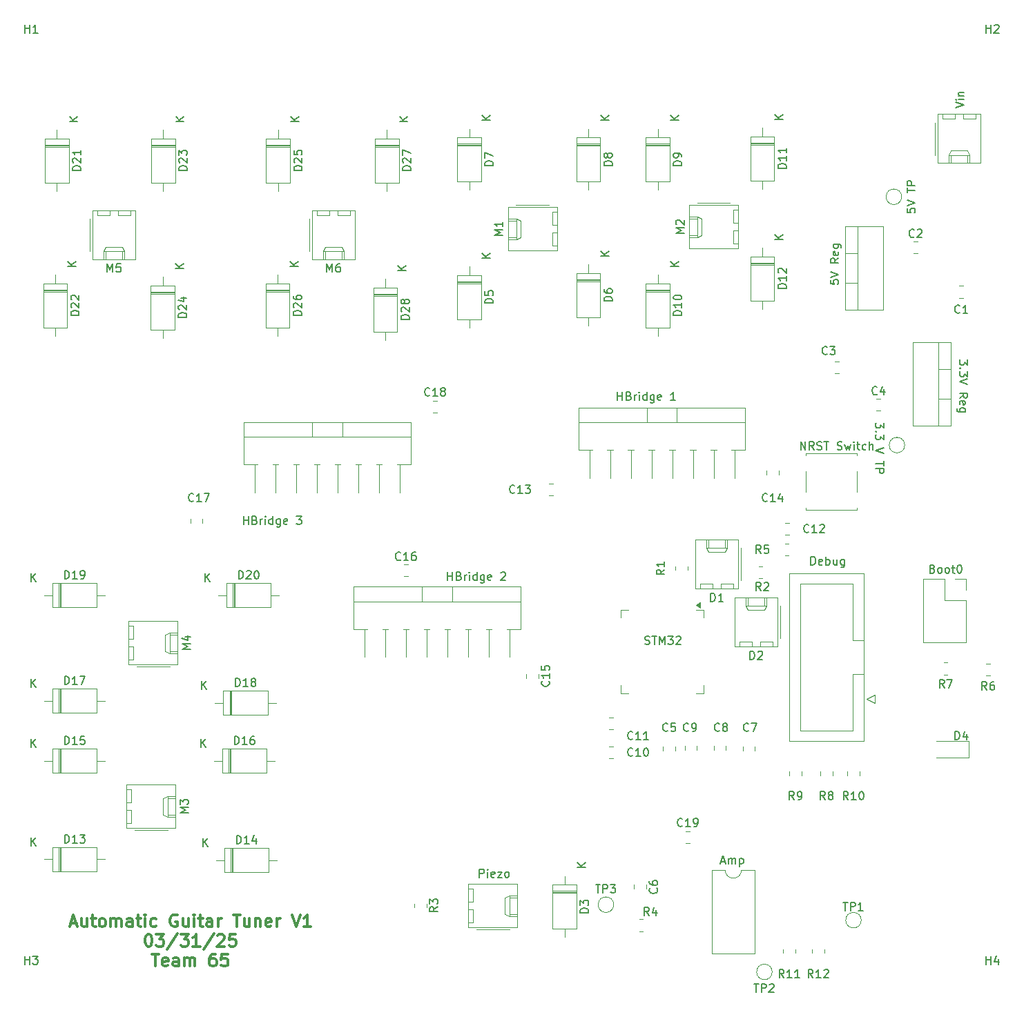
<source format=gbr>
%TF.GenerationSoftware,KiCad,Pcbnew,8.0.8*%
%TF.CreationDate,2025-03-31T18:54:26-05:00*%
%TF.ProjectId,Senior_Design_PCB_ethanl7_nrkim2,53656e69-6f72-45f4-9465-7369676e5f50,rev?*%
%TF.SameCoordinates,Original*%
%TF.FileFunction,Legend,Top*%
%TF.FilePolarity,Positive*%
%FSLAX46Y46*%
G04 Gerber Fmt 4.6, Leading zero omitted, Abs format (unit mm)*
G04 Created by KiCad (PCBNEW 8.0.8) date 2025-03-31 18:54:26*
%MOMM*%
%LPD*%
G01*
G04 APERTURE LIST*
%ADD10C,0.300000*%
%ADD11C,0.150000*%
%ADD12C,0.120000*%
G04 APERTURE END LIST*
D10*
X89663076Y-135754894D02*
X90377362Y-135754894D01*
X89520219Y-136183465D02*
X90020219Y-134683465D01*
X90020219Y-134683465D02*
X90520219Y-136183465D01*
X91663076Y-135183465D02*
X91663076Y-136183465D01*
X91020218Y-135183465D02*
X91020218Y-135969179D01*
X91020218Y-135969179D02*
X91091647Y-136112037D01*
X91091647Y-136112037D02*
X91234504Y-136183465D01*
X91234504Y-136183465D02*
X91448790Y-136183465D01*
X91448790Y-136183465D02*
X91591647Y-136112037D01*
X91591647Y-136112037D02*
X91663076Y-136040608D01*
X92163076Y-135183465D02*
X92734504Y-135183465D01*
X92377361Y-134683465D02*
X92377361Y-135969179D01*
X92377361Y-135969179D02*
X92448790Y-136112037D01*
X92448790Y-136112037D02*
X92591647Y-136183465D01*
X92591647Y-136183465D02*
X92734504Y-136183465D01*
X93448790Y-136183465D02*
X93305933Y-136112037D01*
X93305933Y-136112037D02*
X93234504Y-136040608D01*
X93234504Y-136040608D02*
X93163076Y-135897751D01*
X93163076Y-135897751D02*
X93163076Y-135469179D01*
X93163076Y-135469179D02*
X93234504Y-135326322D01*
X93234504Y-135326322D02*
X93305933Y-135254894D01*
X93305933Y-135254894D02*
X93448790Y-135183465D01*
X93448790Y-135183465D02*
X93663076Y-135183465D01*
X93663076Y-135183465D02*
X93805933Y-135254894D01*
X93805933Y-135254894D02*
X93877362Y-135326322D01*
X93877362Y-135326322D02*
X93948790Y-135469179D01*
X93948790Y-135469179D02*
X93948790Y-135897751D01*
X93948790Y-135897751D02*
X93877362Y-136040608D01*
X93877362Y-136040608D02*
X93805933Y-136112037D01*
X93805933Y-136112037D02*
X93663076Y-136183465D01*
X93663076Y-136183465D02*
X93448790Y-136183465D01*
X94591647Y-136183465D02*
X94591647Y-135183465D01*
X94591647Y-135326322D02*
X94663076Y-135254894D01*
X94663076Y-135254894D02*
X94805933Y-135183465D01*
X94805933Y-135183465D02*
X95020219Y-135183465D01*
X95020219Y-135183465D02*
X95163076Y-135254894D01*
X95163076Y-135254894D02*
X95234505Y-135397751D01*
X95234505Y-135397751D02*
X95234505Y-136183465D01*
X95234505Y-135397751D02*
X95305933Y-135254894D01*
X95305933Y-135254894D02*
X95448790Y-135183465D01*
X95448790Y-135183465D02*
X95663076Y-135183465D01*
X95663076Y-135183465D02*
X95805933Y-135254894D01*
X95805933Y-135254894D02*
X95877362Y-135397751D01*
X95877362Y-135397751D02*
X95877362Y-136183465D01*
X97234505Y-136183465D02*
X97234505Y-135397751D01*
X97234505Y-135397751D02*
X97163076Y-135254894D01*
X97163076Y-135254894D02*
X97020219Y-135183465D01*
X97020219Y-135183465D02*
X96734505Y-135183465D01*
X96734505Y-135183465D02*
X96591647Y-135254894D01*
X97234505Y-136112037D02*
X97091647Y-136183465D01*
X97091647Y-136183465D02*
X96734505Y-136183465D01*
X96734505Y-136183465D02*
X96591647Y-136112037D01*
X96591647Y-136112037D02*
X96520219Y-135969179D01*
X96520219Y-135969179D02*
X96520219Y-135826322D01*
X96520219Y-135826322D02*
X96591647Y-135683465D01*
X96591647Y-135683465D02*
X96734505Y-135612037D01*
X96734505Y-135612037D02*
X97091647Y-135612037D01*
X97091647Y-135612037D02*
X97234505Y-135540608D01*
X97734505Y-135183465D02*
X98305933Y-135183465D01*
X97948790Y-134683465D02*
X97948790Y-135969179D01*
X97948790Y-135969179D02*
X98020219Y-136112037D01*
X98020219Y-136112037D02*
X98163076Y-136183465D01*
X98163076Y-136183465D02*
X98305933Y-136183465D01*
X98805933Y-136183465D02*
X98805933Y-135183465D01*
X98805933Y-134683465D02*
X98734505Y-134754894D01*
X98734505Y-134754894D02*
X98805933Y-134826322D01*
X98805933Y-134826322D02*
X98877362Y-134754894D01*
X98877362Y-134754894D02*
X98805933Y-134683465D01*
X98805933Y-134683465D02*
X98805933Y-134826322D01*
X100163077Y-136112037D02*
X100020219Y-136183465D01*
X100020219Y-136183465D02*
X99734505Y-136183465D01*
X99734505Y-136183465D02*
X99591648Y-136112037D01*
X99591648Y-136112037D02*
X99520219Y-136040608D01*
X99520219Y-136040608D02*
X99448791Y-135897751D01*
X99448791Y-135897751D02*
X99448791Y-135469179D01*
X99448791Y-135469179D02*
X99520219Y-135326322D01*
X99520219Y-135326322D02*
X99591648Y-135254894D01*
X99591648Y-135254894D02*
X99734505Y-135183465D01*
X99734505Y-135183465D02*
X100020219Y-135183465D01*
X100020219Y-135183465D02*
X100163077Y-135254894D01*
X102734505Y-134754894D02*
X102591648Y-134683465D01*
X102591648Y-134683465D02*
X102377362Y-134683465D01*
X102377362Y-134683465D02*
X102163076Y-134754894D01*
X102163076Y-134754894D02*
X102020219Y-134897751D01*
X102020219Y-134897751D02*
X101948790Y-135040608D01*
X101948790Y-135040608D02*
X101877362Y-135326322D01*
X101877362Y-135326322D02*
X101877362Y-135540608D01*
X101877362Y-135540608D02*
X101948790Y-135826322D01*
X101948790Y-135826322D02*
X102020219Y-135969179D01*
X102020219Y-135969179D02*
X102163076Y-136112037D01*
X102163076Y-136112037D02*
X102377362Y-136183465D01*
X102377362Y-136183465D02*
X102520219Y-136183465D01*
X102520219Y-136183465D02*
X102734505Y-136112037D01*
X102734505Y-136112037D02*
X102805933Y-136040608D01*
X102805933Y-136040608D02*
X102805933Y-135540608D01*
X102805933Y-135540608D02*
X102520219Y-135540608D01*
X104091648Y-135183465D02*
X104091648Y-136183465D01*
X103448790Y-135183465D02*
X103448790Y-135969179D01*
X103448790Y-135969179D02*
X103520219Y-136112037D01*
X103520219Y-136112037D02*
X103663076Y-136183465D01*
X103663076Y-136183465D02*
X103877362Y-136183465D01*
X103877362Y-136183465D02*
X104020219Y-136112037D01*
X104020219Y-136112037D02*
X104091648Y-136040608D01*
X104805933Y-136183465D02*
X104805933Y-135183465D01*
X104805933Y-134683465D02*
X104734505Y-134754894D01*
X104734505Y-134754894D02*
X104805933Y-134826322D01*
X104805933Y-134826322D02*
X104877362Y-134754894D01*
X104877362Y-134754894D02*
X104805933Y-134683465D01*
X104805933Y-134683465D02*
X104805933Y-134826322D01*
X105305934Y-135183465D02*
X105877362Y-135183465D01*
X105520219Y-134683465D02*
X105520219Y-135969179D01*
X105520219Y-135969179D02*
X105591648Y-136112037D01*
X105591648Y-136112037D02*
X105734505Y-136183465D01*
X105734505Y-136183465D02*
X105877362Y-136183465D01*
X107020220Y-136183465D02*
X107020220Y-135397751D01*
X107020220Y-135397751D02*
X106948791Y-135254894D01*
X106948791Y-135254894D02*
X106805934Y-135183465D01*
X106805934Y-135183465D02*
X106520220Y-135183465D01*
X106520220Y-135183465D02*
X106377362Y-135254894D01*
X107020220Y-136112037D02*
X106877362Y-136183465D01*
X106877362Y-136183465D02*
X106520220Y-136183465D01*
X106520220Y-136183465D02*
X106377362Y-136112037D01*
X106377362Y-136112037D02*
X106305934Y-135969179D01*
X106305934Y-135969179D02*
X106305934Y-135826322D01*
X106305934Y-135826322D02*
X106377362Y-135683465D01*
X106377362Y-135683465D02*
X106520220Y-135612037D01*
X106520220Y-135612037D02*
X106877362Y-135612037D01*
X106877362Y-135612037D02*
X107020220Y-135540608D01*
X107734505Y-136183465D02*
X107734505Y-135183465D01*
X107734505Y-135469179D02*
X107805934Y-135326322D01*
X107805934Y-135326322D02*
X107877363Y-135254894D01*
X107877363Y-135254894D02*
X108020220Y-135183465D01*
X108020220Y-135183465D02*
X108163077Y-135183465D01*
X109591648Y-134683465D02*
X110448791Y-134683465D01*
X110020219Y-136183465D02*
X110020219Y-134683465D01*
X111591648Y-135183465D02*
X111591648Y-136183465D01*
X110948790Y-135183465D02*
X110948790Y-135969179D01*
X110948790Y-135969179D02*
X111020219Y-136112037D01*
X111020219Y-136112037D02*
X111163076Y-136183465D01*
X111163076Y-136183465D02*
X111377362Y-136183465D01*
X111377362Y-136183465D02*
X111520219Y-136112037D01*
X111520219Y-136112037D02*
X111591648Y-136040608D01*
X112305933Y-135183465D02*
X112305933Y-136183465D01*
X112305933Y-135326322D02*
X112377362Y-135254894D01*
X112377362Y-135254894D02*
X112520219Y-135183465D01*
X112520219Y-135183465D02*
X112734505Y-135183465D01*
X112734505Y-135183465D02*
X112877362Y-135254894D01*
X112877362Y-135254894D02*
X112948791Y-135397751D01*
X112948791Y-135397751D02*
X112948791Y-136183465D01*
X114234505Y-136112037D02*
X114091648Y-136183465D01*
X114091648Y-136183465D02*
X113805934Y-136183465D01*
X113805934Y-136183465D02*
X113663076Y-136112037D01*
X113663076Y-136112037D02*
X113591648Y-135969179D01*
X113591648Y-135969179D02*
X113591648Y-135397751D01*
X113591648Y-135397751D02*
X113663076Y-135254894D01*
X113663076Y-135254894D02*
X113805934Y-135183465D01*
X113805934Y-135183465D02*
X114091648Y-135183465D01*
X114091648Y-135183465D02*
X114234505Y-135254894D01*
X114234505Y-135254894D02*
X114305934Y-135397751D01*
X114305934Y-135397751D02*
X114305934Y-135540608D01*
X114305934Y-135540608D02*
X113591648Y-135683465D01*
X114948790Y-136183465D02*
X114948790Y-135183465D01*
X114948790Y-135469179D02*
X115020219Y-135326322D01*
X115020219Y-135326322D02*
X115091648Y-135254894D01*
X115091648Y-135254894D02*
X115234505Y-135183465D01*
X115234505Y-135183465D02*
X115377362Y-135183465D01*
X116805933Y-134683465D02*
X117305933Y-136183465D01*
X117305933Y-136183465D02*
X117805933Y-134683465D01*
X119091647Y-136183465D02*
X118234504Y-136183465D01*
X118663075Y-136183465D02*
X118663075Y-134683465D01*
X118663075Y-134683465D02*
X118520218Y-134897751D01*
X118520218Y-134897751D02*
X118377361Y-135040608D01*
X118377361Y-135040608D02*
X118234504Y-135112037D01*
X99163076Y-137098381D02*
X99305933Y-137098381D01*
X99305933Y-137098381D02*
X99448790Y-137169810D01*
X99448790Y-137169810D02*
X99520219Y-137241238D01*
X99520219Y-137241238D02*
X99591647Y-137384095D01*
X99591647Y-137384095D02*
X99663076Y-137669810D01*
X99663076Y-137669810D02*
X99663076Y-138026953D01*
X99663076Y-138026953D02*
X99591647Y-138312667D01*
X99591647Y-138312667D02*
X99520219Y-138455524D01*
X99520219Y-138455524D02*
X99448790Y-138526953D01*
X99448790Y-138526953D02*
X99305933Y-138598381D01*
X99305933Y-138598381D02*
X99163076Y-138598381D01*
X99163076Y-138598381D02*
X99020219Y-138526953D01*
X99020219Y-138526953D02*
X98948790Y-138455524D01*
X98948790Y-138455524D02*
X98877361Y-138312667D01*
X98877361Y-138312667D02*
X98805933Y-138026953D01*
X98805933Y-138026953D02*
X98805933Y-137669810D01*
X98805933Y-137669810D02*
X98877361Y-137384095D01*
X98877361Y-137384095D02*
X98948790Y-137241238D01*
X98948790Y-137241238D02*
X99020219Y-137169810D01*
X99020219Y-137169810D02*
X99163076Y-137098381D01*
X100163075Y-137098381D02*
X101091647Y-137098381D01*
X101091647Y-137098381D02*
X100591647Y-137669810D01*
X100591647Y-137669810D02*
X100805932Y-137669810D01*
X100805932Y-137669810D02*
X100948790Y-137741238D01*
X100948790Y-137741238D02*
X101020218Y-137812667D01*
X101020218Y-137812667D02*
X101091647Y-137955524D01*
X101091647Y-137955524D02*
X101091647Y-138312667D01*
X101091647Y-138312667D02*
X101020218Y-138455524D01*
X101020218Y-138455524D02*
X100948790Y-138526953D01*
X100948790Y-138526953D02*
X100805932Y-138598381D01*
X100805932Y-138598381D02*
X100377361Y-138598381D01*
X100377361Y-138598381D02*
X100234504Y-138526953D01*
X100234504Y-138526953D02*
X100163075Y-138455524D01*
X102805932Y-137026953D02*
X101520218Y-138955524D01*
X103163075Y-137098381D02*
X104091647Y-137098381D01*
X104091647Y-137098381D02*
X103591647Y-137669810D01*
X103591647Y-137669810D02*
X103805932Y-137669810D01*
X103805932Y-137669810D02*
X103948790Y-137741238D01*
X103948790Y-137741238D02*
X104020218Y-137812667D01*
X104020218Y-137812667D02*
X104091647Y-137955524D01*
X104091647Y-137955524D02*
X104091647Y-138312667D01*
X104091647Y-138312667D02*
X104020218Y-138455524D01*
X104020218Y-138455524D02*
X103948790Y-138526953D01*
X103948790Y-138526953D02*
X103805932Y-138598381D01*
X103805932Y-138598381D02*
X103377361Y-138598381D01*
X103377361Y-138598381D02*
X103234504Y-138526953D01*
X103234504Y-138526953D02*
X103163075Y-138455524D01*
X105520218Y-138598381D02*
X104663075Y-138598381D01*
X105091646Y-138598381D02*
X105091646Y-137098381D01*
X105091646Y-137098381D02*
X104948789Y-137312667D01*
X104948789Y-137312667D02*
X104805932Y-137455524D01*
X104805932Y-137455524D02*
X104663075Y-137526953D01*
X107234503Y-137026953D02*
X105948789Y-138955524D01*
X107663075Y-137241238D02*
X107734503Y-137169810D01*
X107734503Y-137169810D02*
X107877361Y-137098381D01*
X107877361Y-137098381D02*
X108234503Y-137098381D01*
X108234503Y-137098381D02*
X108377361Y-137169810D01*
X108377361Y-137169810D02*
X108448789Y-137241238D01*
X108448789Y-137241238D02*
X108520218Y-137384095D01*
X108520218Y-137384095D02*
X108520218Y-137526953D01*
X108520218Y-137526953D02*
X108448789Y-137741238D01*
X108448789Y-137741238D02*
X107591646Y-138598381D01*
X107591646Y-138598381D02*
X108520218Y-138598381D01*
X109877360Y-137098381D02*
X109163074Y-137098381D01*
X109163074Y-137098381D02*
X109091646Y-137812667D01*
X109091646Y-137812667D02*
X109163074Y-137741238D01*
X109163074Y-137741238D02*
X109305932Y-137669810D01*
X109305932Y-137669810D02*
X109663074Y-137669810D01*
X109663074Y-137669810D02*
X109805932Y-137741238D01*
X109805932Y-137741238D02*
X109877360Y-137812667D01*
X109877360Y-137812667D02*
X109948789Y-137955524D01*
X109948789Y-137955524D02*
X109948789Y-138312667D01*
X109948789Y-138312667D02*
X109877360Y-138455524D01*
X109877360Y-138455524D02*
X109805932Y-138526953D01*
X109805932Y-138526953D02*
X109663074Y-138598381D01*
X109663074Y-138598381D02*
X109305932Y-138598381D01*
X109305932Y-138598381D02*
X109163074Y-138526953D01*
X109163074Y-138526953D02*
X109091646Y-138455524D01*
X99627362Y-139513297D02*
X100484505Y-139513297D01*
X100055933Y-141013297D02*
X100055933Y-139513297D01*
X101555933Y-140941869D02*
X101413076Y-141013297D01*
X101413076Y-141013297D02*
X101127362Y-141013297D01*
X101127362Y-141013297D02*
X100984504Y-140941869D01*
X100984504Y-140941869D02*
X100913076Y-140799011D01*
X100913076Y-140799011D02*
X100913076Y-140227583D01*
X100913076Y-140227583D02*
X100984504Y-140084726D01*
X100984504Y-140084726D02*
X101127362Y-140013297D01*
X101127362Y-140013297D02*
X101413076Y-140013297D01*
X101413076Y-140013297D02*
X101555933Y-140084726D01*
X101555933Y-140084726D02*
X101627362Y-140227583D01*
X101627362Y-140227583D02*
X101627362Y-140370440D01*
X101627362Y-140370440D02*
X100913076Y-140513297D01*
X102913076Y-141013297D02*
X102913076Y-140227583D01*
X102913076Y-140227583D02*
X102841647Y-140084726D01*
X102841647Y-140084726D02*
X102698790Y-140013297D01*
X102698790Y-140013297D02*
X102413076Y-140013297D01*
X102413076Y-140013297D02*
X102270218Y-140084726D01*
X102913076Y-140941869D02*
X102770218Y-141013297D01*
X102770218Y-141013297D02*
X102413076Y-141013297D01*
X102413076Y-141013297D02*
X102270218Y-140941869D01*
X102270218Y-140941869D02*
X102198790Y-140799011D01*
X102198790Y-140799011D02*
X102198790Y-140656154D01*
X102198790Y-140656154D02*
X102270218Y-140513297D01*
X102270218Y-140513297D02*
X102413076Y-140441869D01*
X102413076Y-140441869D02*
X102770218Y-140441869D01*
X102770218Y-140441869D02*
X102913076Y-140370440D01*
X103627361Y-141013297D02*
X103627361Y-140013297D01*
X103627361Y-140156154D02*
X103698790Y-140084726D01*
X103698790Y-140084726D02*
X103841647Y-140013297D01*
X103841647Y-140013297D02*
X104055933Y-140013297D01*
X104055933Y-140013297D02*
X104198790Y-140084726D01*
X104198790Y-140084726D02*
X104270219Y-140227583D01*
X104270219Y-140227583D02*
X104270219Y-141013297D01*
X104270219Y-140227583D02*
X104341647Y-140084726D01*
X104341647Y-140084726D02*
X104484504Y-140013297D01*
X104484504Y-140013297D02*
X104698790Y-140013297D01*
X104698790Y-140013297D02*
X104841647Y-140084726D01*
X104841647Y-140084726D02*
X104913076Y-140227583D01*
X104913076Y-140227583D02*
X104913076Y-141013297D01*
X107413076Y-139513297D02*
X107127361Y-139513297D01*
X107127361Y-139513297D02*
X106984504Y-139584726D01*
X106984504Y-139584726D02*
X106913076Y-139656154D01*
X106913076Y-139656154D02*
X106770218Y-139870440D01*
X106770218Y-139870440D02*
X106698790Y-140156154D01*
X106698790Y-140156154D02*
X106698790Y-140727583D01*
X106698790Y-140727583D02*
X106770218Y-140870440D01*
X106770218Y-140870440D02*
X106841647Y-140941869D01*
X106841647Y-140941869D02*
X106984504Y-141013297D01*
X106984504Y-141013297D02*
X107270218Y-141013297D01*
X107270218Y-141013297D02*
X107413076Y-140941869D01*
X107413076Y-140941869D02*
X107484504Y-140870440D01*
X107484504Y-140870440D02*
X107555933Y-140727583D01*
X107555933Y-140727583D02*
X107555933Y-140370440D01*
X107555933Y-140370440D02*
X107484504Y-140227583D01*
X107484504Y-140227583D02*
X107413076Y-140156154D01*
X107413076Y-140156154D02*
X107270218Y-140084726D01*
X107270218Y-140084726D02*
X106984504Y-140084726D01*
X106984504Y-140084726D02*
X106841647Y-140156154D01*
X106841647Y-140156154D02*
X106770218Y-140227583D01*
X106770218Y-140227583D02*
X106698790Y-140370440D01*
X108913075Y-139513297D02*
X108198789Y-139513297D01*
X108198789Y-139513297D02*
X108127361Y-140227583D01*
X108127361Y-140227583D02*
X108198789Y-140156154D01*
X108198789Y-140156154D02*
X108341647Y-140084726D01*
X108341647Y-140084726D02*
X108698789Y-140084726D01*
X108698789Y-140084726D02*
X108841647Y-140156154D01*
X108841647Y-140156154D02*
X108913075Y-140227583D01*
X108913075Y-140227583D02*
X108984504Y-140370440D01*
X108984504Y-140370440D02*
X108984504Y-140727583D01*
X108984504Y-140727583D02*
X108913075Y-140870440D01*
X108913075Y-140870440D02*
X108841647Y-140941869D01*
X108841647Y-140941869D02*
X108698789Y-141013297D01*
X108698789Y-141013297D02*
X108341647Y-141013297D01*
X108341647Y-141013297D02*
X108198789Y-140941869D01*
X108198789Y-140941869D02*
X108127361Y-140870440D01*
D11*
X164694503Y-123792049D02*
X164646884Y-123839669D01*
X164646884Y-123839669D02*
X164504027Y-123887288D01*
X164504027Y-123887288D02*
X164408789Y-123887288D01*
X164408789Y-123887288D02*
X164265932Y-123839669D01*
X164265932Y-123839669D02*
X164170694Y-123744430D01*
X164170694Y-123744430D02*
X164123075Y-123649192D01*
X164123075Y-123649192D02*
X164075456Y-123458716D01*
X164075456Y-123458716D02*
X164075456Y-123315859D01*
X164075456Y-123315859D02*
X164123075Y-123125383D01*
X164123075Y-123125383D02*
X164170694Y-123030145D01*
X164170694Y-123030145D02*
X164265932Y-122934907D01*
X164265932Y-122934907D02*
X164408789Y-122887288D01*
X164408789Y-122887288D02*
X164504027Y-122887288D01*
X164504027Y-122887288D02*
X164646884Y-122934907D01*
X164646884Y-122934907D02*
X164694503Y-122982526D01*
X165646884Y-123887288D02*
X165075456Y-123887288D01*
X165361170Y-123887288D02*
X165361170Y-122887288D01*
X165361170Y-122887288D02*
X165265932Y-123030145D01*
X165265932Y-123030145D02*
X165170694Y-123125383D01*
X165170694Y-123125383D02*
X165075456Y-123173002D01*
X166123075Y-123887288D02*
X166313551Y-123887288D01*
X166313551Y-123887288D02*
X166408789Y-123839669D01*
X166408789Y-123839669D02*
X166456408Y-123792049D01*
X166456408Y-123792049D02*
X166551646Y-123649192D01*
X166551646Y-123649192D02*
X166599265Y-123458716D01*
X166599265Y-123458716D02*
X166599265Y-123077764D01*
X166599265Y-123077764D02*
X166551646Y-122982526D01*
X166551646Y-122982526D02*
X166504027Y-122934907D01*
X166504027Y-122934907D02*
X166408789Y-122887288D01*
X166408789Y-122887288D02*
X166218313Y-122887288D01*
X166218313Y-122887288D02*
X166123075Y-122934907D01*
X166123075Y-122934907D02*
X166075456Y-122982526D01*
X166075456Y-122982526D02*
X166027837Y-123077764D01*
X166027837Y-123077764D02*
X166027837Y-123315859D01*
X166027837Y-123315859D02*
X166075456Y-123411097D01*
X166075456Y-123411097D02*
X166123075Y-123458716D01*
X166123075Y-123458716D02*
X166218313Y-123506335D01*
X166218313Y-123506335D02*
X166408789Y-123506335D01*
X166408789Y-123506335D02*
X166504027Y-123458716D01*
X166504027Y-123458716D02*
X166551646Y-123411097D01*
X166551646Y-123411097D02*
X166599265Y-123315859D01*
X180696503Y-142429288D02*
X180363170Y-141953097D01*
X180125075Y-142429288D02*
X180125075Y-141429288D01*
X180125075Y-141429288D02*
X180506027Y-141429288D01*
X180506027Y-141429288D02*
X180601265Y-141476907D01*
X180601265Y-141476907D02*
X180648884Y-141524526D01*
X180648884Y-141524526D02*
X180696503Y-141619764D01*
X180696503Y-141619764D02*
X180696503Y-141762621D01*
X180696503Y-141762621D02*
X180648884Y-141857859D01*
X180648884Y-141857859D02*
X180601265Y-141905478D01*
X180601265Y-141905478D02*
X180506027Y-141953097D01*
X180506027Y-141953097D02*
X180125075Y-141953097D01*
X181648884Y-142429288D02*
X181077456Y-142429288D01*
X181363170Y-142429288D02*
X181363170Y-141429288D01*
X181363170Y-141429288D02*
X181267932Y-141572145D01*
X181267932Y-141572145D02*
X181172694Y-141667383D01*
X181172694Y-141667383D02*
X181077456Y-141715002D01*
X182029837Y-141524526D02*
X182077456Y-141476907D01*
X182077456Y-141476907D02*
X182172694Y-141429288D01*
X182172694Y-141429288D02*
X182410789Y-141429288D01*
X182410789Y-141429288D02*
X182506027Y-141476907D01*
X182506027Y-141476907D02*
X182553646Y-141524526D01*
X182553646Y-141524526D02*
X182601265Y-141619764D01*
X182601265Y-141619764D02*
X182601265Y-141715002D01*
X182601265Y-141715002D02*
X182553646Y-141857859D01*
X182553646Y-141857859D02*
X181982218Y-142429288D01*
X181982218Y-142429288D02*
X182601265Y-142429288D01*
X177140503Y-142429288D02*
X176807170Y-141953097D01*
X176569075Y-142429288D02*
X176569075Y-141429288D01*
X176569075Y-141429288D02*
X176950027Y-141429288D01*
X176950027Y-141429288D02*
X177045265Y-141476907D01*
X177045265Y-141476907D02*
X177092884Y-141524526D01*
X177092884Y-141524526D02*
X177140503Y-141619764D01*
X177140503Y-141619764D02*
X177140503Y-141762621D01*
X177140503Y-141762621D02*
X177092884Y-141857859D01*
X177092884Y-141857859D02*
X177045265Y-141905478D01*
X177045265Y-141905478D02*
X176950027Y-141953097D01*
X176950027Y-141953097D02*
X176569075Y-141953097D01*
X178092884Y-142429288D02*
X177521456Y-142429288D01*
X177807170Y-142429288D02*
X177807170Y-141429288D01*
X177807170Y-141429288D02*
X177711932Y-141572145D01*
X177711932Y-141572145D02*
X177616694Y-141667383D01*
X177616694Y-141667383D02*
X177521456Y-141715002D01*
X179045265Y-142429288D02*
X178473837Y-142429288D01*
X178759551Y-142429288D02*
X178759551Y-141429288D01*
X178759551Y-141429288D02*
X178664313Y-141572145D01*
X178664313Y-141572145D02*
X178569075Y-141667383D01*
X178569075Y-141667383D02*
X178473837Y-141715002D01*
X172981266Y-103369288D02*
X172981266Y-102369288D01*
X172981266Y-102369288D02*
X173219361Y-102369288D01*
X173219361Y-102369288D02*
X173362218Y-102416907D01*
X173362218Y-102416907D02*
X173457456Y-102512145D01*
X173457456Y-102512145D02*
X173505075Y-102607383D01*
X173505075Y-102607383D02*
X173552694Y-102797859D01*
X173552694Y-102797859D02*
X173552694Y-102940716D01*
X173552694Y-102940716D02*
X173505075Y-103131192D01*
X173505075Y-103131192D02*
X173457456Y-103226430D01*
X173457456Y-103226430D02*
X173362218Y-103321669D01*
X173362218Y-103321669D02*
X173219361Y-103369288D01*
X173219361Y-103369288D02*
X172981266Y-103369288D01*
X173933647Y-102464526D02*
X173981266Y-102416907D01*
X173981266Y-102416907D02*
X174076504Y-102369288D01*
X174076504Y-102369288D02*
X174314599Y-102369288D01*
X174314599Y-102369288D02*
X174409837Y-102416907D01*
X174409837Y-102416907D02*
X174457456Y-102464526D01*
X174457456Y-102464526D02*
X174505075Y-102559764D01*
X174505075Y-102559764D02*
X174505075Y-102655002D01*
X174505075Y-102655002D02*
X174457456Y-102797859D01*
X174457456Y-102797859D02*
X173886028Y-103369288D01*
X173886028Y-103369288D02*
X174505075Y-103369288D01*
X168155266Y-96257288D02*
X168155266Y-95257288D01*
X168155266Y-95257288D02*
X168393361Y-95257288D01*
X168393361Y-95257288D02*
X168536218Y-95304907D01*
X168536218Y-95304907D02*
X168631456Y-95400145D01*
X168631456Y-95400145D02*
X168679075Y-95495383D01*
X168679075Y-95495383D02*
X168726694Y-95685859D01*
X168726694Y-95685859D02*
X168726694Y-95828716D01*
X168726694Y-95828716D02*
X168679075Y-96019192D01*
X168679075Y-96019192D02*
X168631456Y-96114430D01*
X168631456Y-96114430D02*
X168536218Y-96209669D01*
X168536218Y-96209669D02*
X168393361Y-96257288D01*
X168393361Y-96257288D02*
X168155266Y-96257288D01*
X169679075Y-96257288D02*
X169107647Y-96257288D01*
X169393361Y-96257288D02*
X169393361Y-95257288D01*
X169393361Y-95257288D02*
X169298123Y-95400145D01*
X169298123Y-95400145D02*
X169202885Y-95495383D01*
X169202885Y-95495383D02*
X169107647Y-95543002D01*
X198127266Y-113219288D02*
X198127266Y-112219288D01*
X198127266Y-112219288D02*
X198365361Y-112219288D01*
X198365361Y-112219288D02*
X198508218Y-112266907D01*
X198508218Y-112266907D02*
X198603456Y-112362145D01*
X198603456Y-112362145D02*
X198651075Y-112457383D01*
X198651075Y-112457383D02*
X198698694Y-112647859D01*
X198698694Y-112647859D02*
X198698694Y-112790716D01*
X198698694Y-112790716D02*
X198651075Y-112981192D01*
X198651075Y-112981192D02*
X198603456Y-113076430D01*
X198603456Y-113076430D02*
X198508218Y-113171669D01*
X198508218Y-113171669D02*
X198365361Y-113219288D01*
X198365361Y-113219288D02*
X198127266Y-113219288D01*
X199555837Y-112552621D02*
X199555837Y-113219288D01*
X199317742Y-112171669D02*
X199079647Y-112885954D01*
X199079647Y-112885954D02*
X199698694Y-112885954D01*
X177406180Y-57844754D02*
X176406180Y-57844754D01*
X176406180Y-57844754D02*
X176406180Y-57606659D01*
X176406180Y-57606659D02*
X176453799Y-57463802D01*
X176453799Y-57463802D02*
X176549037Y-57368564D01*
X176549037Y-57368564D02*
X176644275Y-57320945D01*
X176644275Y-57320945D02*
X176834751Y-57273326D01*
X176834751Y-57273326D02*
X176977608Y-57273326D01*
X176977608Y-57273326D02*
X177168084Y-57320945D01*
X177168084Y-57320945D02*
X177263322Y-57368564D01*
X177263322Y-57368564D02*
X177358561Y-57463802D01*
X177358561Y-57463802D02*
X177406180Y-57606659D01*
X177406180Y-57606659D02*
X177406180Y-57844754D01*
X177406180Y-56320945D02*
X177406180Y-56892373D01*
X177406180Y-56606659D02*
X176406180Y-56606659D01*
X176406180Y-56606659D02*
X176549037Y-56701897D01*
X176549037Y-56701897D02*
X176644275Y-56797135D01*
X176644275Y-56797135D02*
X176691894Y-56892373D01*
X176501418Y-55939992D02*
X176453799Y-55892373D01*
X176453799Y-55892373D02*
X176406180Y-55797135D01*
X176406180Y-55797135D02*
X176406180Y-55559040D01*
X176406180Y-55559040D02*
X176453799Y-55463802D01*
X176453799Y-55463802D02*
X176501418Y-55416183D01*
X176501418Y-55416183D02*
X176596656Y-55368564D01*
X176596656Y-55368564D02*
X176691894Y-55368564D01*
X176691894Y-55368564D02*
X176834751Y-55416183D01*
X176834751Y-55416183D02*
X177406180Y-55987611D01*
X177406180Y-55987611D02*
X177406180Y-55368564D01*
X177036180Y-51812373D02*
X176036180Y-51812373D01*
X177036180Y-51240945D02*
X176464751Y-51669516D01*
X176036180Y-51240945D02*
X176607608Y-51812373D01*
X88939075Y-125889288D02*
X88939075Y-124889288D01*
X88939075Y-124889288D02*
X89177170Y-124889288D01*
X89177170Y-124889288D02*
X89320027Y-124936907D01*
X89320027Y-124936907D02*
X89415265Y-125032145D01*
X89415265Y-125032145D02*
X89462884Y-125127383D01*
X89462884Y-125127383D02*
X89510503Y-125317859D01*
X89510503Y-125317859D02*
X89510503Y-125460716D01*
X89510503Y-125460716D02*
X89462884Y-125651192D01*
X89462884Y-125651192D02*
X89415265Y-125746430D01*
X89415265Y-125746430D02*
X89320027Y-125841669D01*
X89320027Y-125841669D02*
X89177170Y-125889288D01*
X89177170Y-125889288D02*
X88939075Y-125889288D01*
X90462884Y-125889288D02*
X89891456Y-125889288D01*
X90177170Y-125889288D02*
X90177170Y-124889288D01*
X90177170Y-124889288D02*
X90081932Y-125032145D01*
X90081932Y-125032145D02*
X89986694Y-125127383D01*
X89986694Y-125127383D02*
X89891456Y-125175002D01*
X90796218Y-124889288D02*
X91415265Y-124889288D01*
X91415265Y-124889288D02*
X91081932Y-125270240D01*
X91081932Y-125270240D02*
X91224789Y-125270240D01*
X91224789Y-125270240D02*
X91320027Y-125317859D01*
X91320027Y-125317859D02*
X91367646Y-125365478D01*
X91367646Y-125365478D02*
X91415265Y-125460716D01*
X91415265Y-125460716D02*
X91415265Y-125698811D01*
X91415265Y-125698811D02*
X91367646Y-125794049D01*
X91367646Y-125794049D02*
X91320027Y-125841669D01*
X91320027Y-125841669D02*
X91224789Y-125889288D01*
X91224789Y-125889288D02*
X90939075Y-125889288D01*
X90939075Y-125889288D02*
X90843837Y-125841669D01*
X90843837Y-125841669D02*
X90796218Y-125794049D01*
X84811456Y-126259288D02*
X84811456Y-125259288D01*
X85382884Y-126259288D02*
X84954313Y-125687859D01*
X85382884Y-125259288D02*
X84811456Y-125830716D01*
X110886551Y-86803288D02*
X110886551Y-85803288D01*
X110886551Y-86279478D02*
X111457979Y-86279478D01*
X111457979Y-86803288D02*
X111457979Y-85803288D01*
X112267503Y-86279478D02*
X112410360Y-86327097D01*
X112410360Y-86327097D02*
X112457979Y-86374716D01*
X112457979Y-86374716D02*
X112505598Y-86469954D01*
X112505598Y-86469954D02*
X112505598Y-86612811D01*
X112505598Y-86612811D02*
X112457979Y-86708049D01*
X112457979Y-86708049D02*
X112410360Y-86755669D01*
X112410360Y-86755669D02*
X112315122Y-86803288D01*
X112315122Y-86803288D02*
X111934170Y-86803288D01*
X111934170Y-86803288D02*
X111934170Y-85803288D01*
X111934170Y-85803288D02*
X112267503Y-85803288D01*
X112267503Y-85803288D02*
X112362741Y-85850907D01*
X112362741Y-85850907D02*
X112410360Y-85898526D01*
X112410360Y-85898526D02*
X112457979Y-85993764D01*
X112457979Y-85993764D02*
X112457979Y-86089002D01*
X112457979Y-86089002D02*
X112410360Y-86184240D01*
X112410360Y-86184240D02*
X112362741Y-86231859D01*
X112362741Y-86231859D02*
X112267503Y-86279478D01*
X112267503Y-86279478D02*
X111934170Y-86279478D01*
X112934170Y-86803288D02*
X112934170Y-86136621D01*
X112934170Y-86327097D02*
X112981789Y-86231859D01*
X112981789Y-86231859D02*
X113029408Y-86184240D01*
X113029408Y-86184240D02*
X113124646Y-86136621D01*
X113124646Y-86136621D02*
X113219884Y-86136621D01*
X113553218Y-86803288D02*
X113553218Y-86136621D01*
X113553218Y-85803288D02*
X113505599Y-85850907D01*
X113505599Y-85850907D02*
X113553218Y-85898526D01*
X113553218Y-85898526D02*
X113600837Y-85850907D01*
X113600837Y-85850907D02*
X113553218Y-85803288D01*
X113553218Y-85803288D02*
X113553218Y-85898526D01*
X114457979Y-86803288D02*
X114457979Y-85803288D01*
X114457979Y-86755669D02*
X114362741Y-86803288D01*
X114362741Y-86803288D02*
X114172265Y-86803288D01*
X114172265Y-86803288D02*
X114077027Y-86755669D01*
X114077027Y-86755669D02*
X114029408Y-86708049D01*
X114029408Y-86708049D02*
X113981789Y-86612811D01*
X113981789Y-86612811D02*
X113981789Y-86327097D01*
X113981789Y-86327097D02*
X114029408Y-86231859D01*
X114029408Y-86231859D02*
X114077027Y-86184240D01*
X114077027Y-86184240D02*
X114172265Y-86136621D01*
X114172265Y-86136621D02*
X114362741Y-86136621D01*
X114362741Y-86136621D02*
X114457979Y-86184240D01*
X115362741Y-86136621D02*
X115362741Y-86946145D01*
X115362741Y-86946145D02*
X115315122Y-87041383D01*
X115315122Y-87041383D02*
X115267503Y-87089002D01*
X115267503Y-87089002D02*
X115172265Y-87136621D01*
X115172265Y-87136621D02*
X115029408Y-87136621D01*
X115029408Y-87136621D02*
X114934170Y-87089002D01*
X115362741Y-86755669D02*
X115267503Y-86803288D01*
X115267503Y-86803288D02*
X115077027Y-86803288D01*
X115077027Y-86803288D02*
X114981789Y-86755669D01*
X114981789Y-86755669D02*
X114934170Y-86708049D01*
X114934170Y-86708049D02*
X114886551Y-86612811D01*
X114886551Y-86612811D02*
X114886551Y-86327097D01*
X114886551Y-86327097D02*
X114934170Y-86231859D01*
X114934170Y-86231859D02*
X114981789Y-86184240D01*
X114981789Y-86184240D02*
X115077027Y-86136621D01*
X115077027Y-86136621D02*
X115267503Y-86136621D01*
X115267503Y-86136621D02*
X115362741Y-86184240D01*
X116219884Y-86755669D02*
X116124646Y-86803288D01*
X116124646Y-86803288D02*
X115934170Y-86803288D01*
X115934170Y-86803288D02*
X115838932Y-86755669D01*
X115838932Y-86755669D02*
X115791313Y-86660430D01*
X115791313Y-86660430D02*
X115791313Y-86279478D01*
X115791313Y-86279478D02*
X115838932Y-86184240D01*
X115838932Y-86184240D02*
X115934170Y-86136621D01*
X115934170Y-86136621D02*
X116124646Y-86136621D01*
X116124646Y-86136621D02*
X116219884Y-86184240D01*
X116219884Y-86184240D02*
X116267503Y-86279478D01*
X116267503Y-86279478D02*
X116267503Y-86374716D01*
X116267503Y-86374716D02*
X115791313Y-86469954D01*
X117362742Y-85803288D02*
X117981789Y-85803288D01*
X117981789Y-85803288D02*
X117648456Y-86184240D01*
X117648456Y-86184240D02*
X117791313Y-86184240D01*
X117791313Y-86184240D02*
X117886551Y-86231859D01*
X117886551Y-86231859D02*
X117934170Y-86279478D01*
X117934170Y-86279478D02*
X117981789Y-86374716D01*
X117981789Y-86374716D02*
X117981789Y-86612811D01*
X117981789Y-86612811D02*
X117934170Y-86708049D01*
X117934170Y-86708049D02*
X117886551Y-86755669D01*
X117886551Y-86755669D02*
X117791313Y-86803288D01*
X117791313Y-86803288D02*
X117505599Y-86803288D01*
X117505599Y-86803288D02*
X117410361Y-86755669D01*
X117410361Y-86755669D02*
X117362742Y-86708049D01*
X177406180Y-43112754D02*
X176406180Y-43112754D01*
X176406180Y-43112754D02*
X176406180Y-42874659D01*
X176406180Y-42874659D02*
X176453799Y-42731802D01*
X176453799Y-42731802D02*
X176549037Y-42636564D01*
X176549037Y-42636564D02*
X176644275Y-42588945D01*
X176644275Y-42588945D02*
X176834751Y-42541326D01*
X176834751Y-42541326D02*
X176977608Y-42541326D01*
X176977608Y-42541326D02*
X177168084Y-42588945D01*
X177168084Y-42588945D02*
X177263322Y-42636564D01*
X177263322Y-42636564D02*
X177358561Y-42731802D01*
X177358561Y-42731802D02*
X177406180Y-42874659D01*
X177406180Y-42874659D02*
X177406180Y-43112754D01*
X177406180Y-41588945D02*
X177406180Y-42160373D01*
X177406180Y-41874659D02*
X176406180Y-41874659D01*
X176406180Y-41874659D02*
X176549037Y-41969897D01*
X176549037Y-41969897D02*
X176644275Y-42065135D01*
X176644275Y-42065135D02*
X176691894Y-42160373D01*
X177406180Y-40636564D02*
X177406180Y-41207992D01*
X177406180Y-40922278D02*
X176406180Y-40922278D01*
X176406180Y-40922278D02*
X176549037Y-41017516D01*
X176549037Y-41017516D02*
X176644275Y-41112754D01*
X176644275Y-41112754D02*
X176691894Y-41207992D01*
X177036180Y-37080373D02*
X176036180Y-37080373D01*
X177036180Y-36508945D02*
X176464751Y-36937516D01*
X176036180Y-36508945D02*
X176607608Y-37080373D01*
X88939075Y-113797288D02*
X88939075Y-112797288D01*
X88939075Y-112797288D02*
X89177170Y-112797288D01*
X89177170Y-112797288D02*
X89320027Y-112844907D01*
X89320027Y-112844907D02*
X89415265Y-112940145D01*
X89415265Y-112940145D02*
X89462884Y-113035383D01*
X89462884Y-113035383D02*
X89510503Y-113225859D01*
X89510503Y-113225859D02*
X89510503Y-113368716D01*
X89510503Y-113368716D02*
X89462884Y-113559192D01*
X89462884Y-113559192D02*
X89415265Y-113654430D01*
X89415265Y-113654430D02*
X89320027Y-113749669D01*
X89320027Y-113749669D02*
X89177170Y-113797288D01*
X89177170Y-113797288D02*
X88939075Y-113797288D01*
X90462884Y-113797288D02*
X89891456Y-113797288D01*
X90177170Y-113797288D02*
X90177170Y-112797288D01*
X90177170Y-112797288D02*
X90081932Y-112940145D01*
X90081932Y-112940145D02*
X89986694Y-113035383D01*
X89986694Y-113035383D02*
X89891456Y-113083002D01*
X91367646Y-112797288D02*
X90891456Y-112797288D01*
X90891456Y-112797288D02*
X90843837Y-113273478D01*
X90843837Y-113273478D02*
X90891456Y-113225859D01*
X90891456Y-113225859D02*
X90986694Y-113178240D01*
X90986694Y-113178240D02*
X91224789Y-113178240D01*
X91224789Y-113178240D02*
X91320027Y-113225859D01*
X91320027Y-113225859D02*
X91367646Y-113273478D01*
X91367646Y-113273478D02*
X91415265Y-113368716D01*
X91415265Y-113368716D02*
X91415265Y-113606811D01*
X91415265Y-113606811D02*
X91367646Y-113702049D01*
X91367646Y-113702049D02*
X91320027Y-113749669D01*
X91320027Y-113749669D02*
X91224789Y-113797288D01*
X91224789Y-113797288D02*
X90986694Y-113797288D01*
X90986694Y-113797288D02*
X90891456Y-113749669D01*
X90891456Y-113749669D02*
X90843837Y-113702049D01*
X84811456Y-114167288D02*
X84811456Y-113167288D01*
X85382884Y-114167288D02*
X84954313Y-113595859D01*
X85382884Y-113167288D02*
X84811456Y-113738716D01*
X156070180Y-42763563D02*
X155070180Y-42763563D01*
X155070180Y-42763563D02*
X155070180Y-42525468D01*
X155070180Y-42525468D02*
X155117799Y-42382611D01*
X155117799Y-42382611D02*
X155213037Y-42287373D01*
X155213037Y-42287373D02*
X155308275Y-42239754D01*
X155308275Y-42239754D02*
X155498751Y-42192135D01*
X155498751Y-42192135D02*
X155641608Y-42192135D01*
X155641608Y-42192135D02*
X155832084Y-42239754D01*
X155832084Y-42239754D02*
X155927322Y-42287373D01*
X155927322Y-42287373D02*
X156022561Y-42382611D01*
X156022561Y-42382611D02*
X156070180Y-42525468D01*
X156070180Y-42525468D02*
X156070180Y-42763563D01*
X155498751Y-41620706D02*
X155451132Y-41715944D01*
X155451132Y-41715944D02*
X155403513Y-41763563D01*
X155403513Y-41763563D02*
X155308275Y-41811182D01*
X155308275Y-41811182D02*
X155260656Y-41811182D01*
X155260656Y-41811182D02*
X155165418Y-41763563D01*
X155165418Y-41763563D02*
X155117799Y-41715944D01*
X155117799Y-41715944D02*
X155070180Y-41620706D01*
X155070180Y-41620706D02*
X155070180Y-41430230D01*
X155070180Y-41430230D02*
X155117799Y-41334992D01*
X155117799Y-41334992D02*
X155165418Y-41287373D01*
X155165418Y-41287373D02*
X155260656Y-41239754D01*
X155260656Y-41239754D02*
X155308275Y-41239754D01*
X155308275Y-41239754D02*
X155403513Y-41287373D01*
X155403513Y-41287373D02*
X155451132Y-41334992D01*
X155451132Y-41334992D02*
X155498751Y-41430230D01*
X155498751Y-41430230D02*
X155498751Y-41620706D01*
X155498751Y-41620706D02*
X155546370Y-41715944D01*
X155546370Y-41715944D02*
X155593989Y-41763563D01*
X155593989Y-41763563D02*
X155689227Y-41811182D01*
X155689227Y-41811182D02*
X155879703Y-41811182D01*
X155879703Y-41811182D02*
X155974941Y-41763563D01*
X155974941Y-41763563D02*
X156022561Y-41715944D01*
X156022561Y-41715944D02*
X156070180Y-41620706D01*
X156070180Y-41620706D02*
X156070180Y-41430230D01*
X156070180Y-41430230D02*
X156022561Y-41334992D01*
X156022561Y-41334992D02*
X155974941Y-41287373D01*
X155974941Y-41287373D02*
X155879703Y-41239754D01*
X155879703Y-41239754D02*
X155689227Y-41239754D01*
X155689227Y-41239754D02*
X155593989Y-41287373D01*
X155593989Y-41287373D02*
X155546370Y-41334992D01*
X155546370Y-41334992D02*
X155498751Y-41430230D01*
X155700180Y-37207373D02*
X154700180Y-37207373D01*
X155700180Y-36635945D02*
X155128751Y-37064516D01*
X154700180Y-36635945D02*
X155271608Y-37207373D01*
X156733551Y-71563288D02*
X156733551Y-70563288D01*
X156733551Y-71039478D02*
X157304979Y-71039478D01*
X157304979Y-71563288D02*
X157304979Y-70563288D01*
X158114503Y-71039478D02*
X158257360Y-71087097D01*
X158257360Y-71087097D02*
X158304979Y-71134716D01*
X158304979Y-71134716D02*
X158352598Y-71229954D01*
X158352598Y-71229954D02*
X158352598Y-71372811D01*
X158352598Y-71372811D02*
X158304979Y-71468049D01*
X158304979Y-71468049D02*
X158257360Y-71515669D01*
X158257360Y-71515669D02*
X158162122Y-71563288D01*
X158162122Y-71563288D02*
X157781170Y-71563288D01*
X157781170Y-71563288D02*
X157781170Y-70563288D01*
X157781170Y-70563288D02*
X158114503Y-70563288D01*
X158114503Y-70563288D02*
X158209741Y-70610907D01*
X158209741Y-70610907D02*
X158257360Y-70658526D01*
X158257360Y-70658526D02*
X158304979Y-70753764D01*
X158304979Y-70753764D02*
X158304979Y-70849002D01*
X158304979Y-70849002D02*
X158257360Y-70944240D01*
X158257360Y-70944240D02*
X158209741Y-70991859D01*
X158209741Y-70991859D02*
X158114503Y-71039478D01*
X158114503Y-71039478D02*
X157781170Y-71039478D01*
X158781170Y-71563288D02*
X158781170Y-70896621D01*
X158781170Y-71087097D02*
X158828789Y-70991859D01*
X158828789Y-70991859D02*
X158876408Y-70944240D01*
X158876408Y-70944240D02*
X158971646Y-70896621D01*
X158971646Y-70896621D02*
X159066884Y-70896621D01*
X159400218Y-71563288D02*
X159400218Y-70896621D01*
X159400218Y-70563288D02*
X159352599Y-70610907D01*
X159352599Y-70610907D02*
X159400218Y-70658526D01*
X159400218Y-70658526D02*
X159447837Y-70610907D01*
X159447837Y-70610907D02*
X159400218Y-70563288D01*
X159400218Y-70563288D02*
X159400218Y-70658526D01*
X160304979Y-71563288D02*
X160304979Y-70563288D01*
X160304979Y-71515669D02*
X160209741Y-71563288D01*
X160209741Y-71563288D02*
X160019265Y-71563288D01*
X160019265Y-71563288D02*
X159924027Y-71515669D01*
X159924027Y-71515669D02*
X159876408Y-71468049D01*
X159876408Y-71468049D02*
X159828789Y-71372811D01*
X159828789Y-71372811D02*
X159828789Y-71087097D01*
X159828789Y-71087097D02*
X159876408Y-70991859D01*
X159876408Y-70991859D02*
X159924027Y-70944240D01*
X159924027Y-70944240D02*
X160019265Y-70896621D01*
X160019265Y-70896621D02*
X160209741Y-70896621D01*
X160209741Y-70896621D02*
X160304979Y-70944240D01*
X161209741Y-70896621D02*
X161209741Y-71706145D01*
X161209741Y-71706145D02*
X161162122Y-71801383D01*
X161162122Y-71801383D02*
X161114503Y-71849002D01*
X161114503Y-71849002D02*
X161019265Y-71896621D01*
X161019265Y-71896621D02*
X160876408Y-71896621D01*
X160876408Y-71896621D02*
X160781170Y-71849002D01*
X161209741Y-71515669D02*
X161114503Y-71563288D01*
X161114503Y-71563288D02*
X160924027Y-71563288D01*
X160924027Y-71563288D02*
X160828789Y-71515669D01*
X160828789Y-71515669D02*
X160781170Y-71468049D01*
X160781170Y-71468049D02*
X160733551Y-71372811D01*
X160733551Y-71372811D02*
X160733551Y-71087097D01*
X160733551Y-71087097D02*
X160781170Y-70991859D01*
X160781170Y-70991859D02*
X160828789Y-70944240D01*
X160828789Y-70944240D02*
X160924027Y-70896621D01*
X160924027Y-70896621D02*
X161114503Y-70896621D01*
X161114503Y-70896621D02*
X161209741Y-70944240D01*
X162066884Y-71515669D02*
X161971646Y-71563288D01*
X161971646Y-71563288D02*
X161781170Y-71563288D01*
X161781170Y-71563288D02*
X161685932Y-71515669D01*
X161685932Y-71515669D02*
X161638313Y-71420430D01*
X161638313Y-71420430D02*
X161638313Y-71039478D01*
X161638313Y-71039478D02*
X161685932Y-70944240D01*
X161685932Y-70944240D02*
X161781170Y-70896621D01*
X161781170Y-70896621D02*
X161971646Y-70896621D01*
X161971646Y-70896621D02*
X162066884Y-70944240D01*
X162066884Y-70944240D02*
X162114503Y-71039478D01*
X162114503Y-71039478D02*
X162114503Y-71134716D01*
X162114503Y-71134716D02*
X161638313Y-71229954D01*
X163828789Y-71563288D02*
X163257361Y-71563288D01*
X163543075Y-71563288D02*
X163543075Y-70563288D01*
X163543075Y-70563288D02*
X163447837Y-70706145D01*
X163447837Y-70706145D02*
X163352599Y-70801383D01*
X163352599Y-70801383D02*
X163257361Y-70849002D01*
X173473456Y-143207288D02*
X174044884Y-143207288D01*
X173759170Y-144207288D02*
X173759170Y-143207288D01*
X174378218Y-144207288D02*
X174378218Y-143207288D01*
X174378218Y-143207288D02*
X174759170Y-143207288D01*
X174759170Y-143207288D02*
X174854408Y-143254907D01*
X174854408Y-143254907D02*
X174902027Y-143302526D01*
X174902027Y-143302526D02*
X174949646Y-143397764D01*
X174949646Y-143397764D02*
X174949646Y-143540621D01*
X174949646Y-143540621D02*
X174902027Y-143635859D01*
X174902027Y-143635859D02*
X174854408Y-143683478D01*
X174854408Y-143683478D02*
X174759170Y-143731097D01*
X174759170Y-143731097D02*
X174378218Y-143731097D01*
X175330599Y-143302526D02*
X175378218Y-143254907D01*
X175378218Y-143254907D02*
X175473456Y-143207288D01*
X175473456Y-143207288D02*
X175711551Y-143207288D01*
X175711551Y-143207288D02*
X175806789Y-143254907D01*
X175806789Y-143254907D02*
X175854408Y-143302526D01*
X175854408Y-143302526D02*
X175902027Y-143397764D01*
X175902027Y-143397764D02*
X175902027Y-143493002D01*
X175902027Y-143493002D02*
X175854408Y-143635859D01*
X175854408Y-143635859D02*
X175282980Y-144207288D01*
X175282980Y-144207288D02*
X175902027Y-144207288D01*
X162490180Y-92357135D02*
X162013989Y-92690468D01*
X162490180Y-92928563D02*
X161490180Y-92928563D01*
X161490180Y-92928563D02*
X161490180Y-92547611D01*
X161490180Y-92547611D02*
X161537799Y-92452373D01*
X161537799Y-92452373D02*
X161585418Y-92404754D01*
X161585418Y-92404754D02*
X161680656Y-92357135D01*
X161680656Y-92357135D02*
X161823513Y-92357135D01*
X161823513Y-92357135D02*
X161918751Y-92404754D01*
X161918751Y-92404754D02*
X161966370Y-92452373D01*
X161966370Y-92452373D02*
X162013989Y-92547611D01*
X162013989Y-92547611D02*
X162013989Y-92928563D01*
X162490180Y-91404754D02*
X162490180Y-91976182D01*
X162490180Y-91690468D02*
X161490180Y-91690468D01*
X161490180Y-91690468D02*
X161633037Y-91785706D01*
X161633037Y-91785706D02*
X161728275Y-91880944D01*
X161728275Y-91880944D02*
X161775894Y-91976182D01*
X182188694Y-120585288D02*
X181855361Y-120109097D01*
X181617266Y-120585288D02*
X181617266Y-119585288D01*
X181617266Y-119585288D02*
X181998218Y-119585288D01*
X181998218Y-119585288D02*
X182093456Y-119632907D01*
X182093456Y-119632907D02*
X182141075Y-119680526D01*
X182141075Y-119680526D02*
X182188694Y-119775764D01*
X182188694Y-119775764D02*
X182188694Y-119918621D01*
X182188694Y-119918621D02*
X182141075Y-120013859D01*
X182141075Y-120013859D02*
X182093456Y-120061478D01*
X182093456Y-120061478D02*
X181998218Y-120109097D01*
X181998218Y-120109097D02*
X181617266Y-120109097D01*
X182760123Y-120013859D02*
X182664885Y-119966240D01*
X182664885Y-119966240D02*
X182617266Y-119918621D01*
X182617266Y-119918621D02*
X182569647Y-119823383D01*
X182569647Y-119823383D02*
X182569647Y-119775764D01*
X182569647Y-119775764D02*
X182617266Y-119680526D01*
X182617266Y-119680526D02*
X182664885Y-119632907D01*
X182664885Y-119632907D02*
X182760123Y-119585288D01*
X182760123Y-119585288D02*
X182950599Y-119585288D01*
X182950599Y-119585288D02*
X183045837Y-119632907D01*
X183045837Y-119632907D02*
X183093456Y-119680526D01*
X183093456Y-119680526D02*
X183141075Y-119775764D01*
X183141075Y-119775764D02*
X183141075Y-119823383D01*
X183141075Y-119823383D02*
X183093456Y-119918621D01*
X183093456Y-119918621D02*
X183045837Y-119966240D01*
X183045837Y-119966240D02*
X182950599Y-120013859D01*
X182950599Y-120013859D02*
X182760123Y-120013859D01*
X182760123Y-120013859D02*
X182664885Y-120061478D01*
X182664885Y-120061478D02*
X182617266Y-120109097D01*
X182617266Y-120109097D02*
X182569647Y-120204335D01*
X182569647Y-120204335D02*
X182569647Y-120394811D01*
X182569647Y-120394811D02*
X182617266Y-120490049D01*
X182617266Y-120490049D02*
X182664885Y-120537669D01*
X182664885Y-120537669D02*
X182760123Y-120585288D01*
X182760123Y-120585288D02*
X182950599Y-120585288D01*
X182950599Y-120585288D02*
X183045837Y-120537669D01*
X183045837Y-120537669D02*
X183093456Y-120490049D01*
X183093456Y-120490049D02*
X183141075Y-120394811D01*
X183141075Y-120394811D02*
X183141075Y-120204335D01*
X183141075Y-120204335D02*
X183093456Y-120109097D01*
X183093456Y-120109097D02*
X183045837Y-120061478D01*
X183045837Y-120061478D02*
X182950599Y-120013859D01*
X88939075Y-93477288D02*
X88939075Y-92477288D01*
X88939075Y-92477288D02*
X89177170Y-92477288D01*
X89177170Y-92477288D02*
X89320027Y-92524907D01*
X89320027Y-92524907D02*
X89415265Y-92620145D01*
X89415265Y-92620145D02*
X89462884Y-92715383D01*
X89462884Y-92715383D02*
X89510503Y-92905859D01*
X89510503Y-92905859D02*
X89510503Y-93048716D01*
X89510503Y-93048716D02*
X89462884Y-93239192D01*
X89462884Y-93239192D02*
X89415265Y-93334430D01*
X89415265Y-93334430D02*
X89320027Y-93429669D01*
X89320027Y-93429669D02*
X89177170Y-93477288D01*
X89177170Y-93477288D02*
X88939075Y-93477288D01*
X90462884Y-93477288D02*
X89891456Y-93477288D01*
X90177170Y-93477288D02*
X90177170Y-92477288D01*
X90177170Y-92477288D02*
X90081932Y-92620145D01*
X90081932Y-92620145D02*
X89986694Y-92715383D01*
X89986694Y-92715383D02*
X89891456Y-92763002D01*
X90939075Y-93477288D02*
X91129551Y-93477288D01*
X91129551Y-93477288D02*
X91224789Y-93429669D01*
X91224789Y-93429669D02*
X91272408Y-93382049D01*
X91272408Y-93382049D02*
X91367646Y-93239192D01*
X91367646Y-93239192D02*
X91415265Y-93048716D01*
X91415265Y-93048716D02*
X91415265Y-92667764D01*
X91415265Y-92667764D02*
X91367646Y-92572526D01*
X91367646Y-92572526D02*
X91320027Y-92524907D01*
X91320027Y-92524907D02*
X91224789Y-92477288D01*
X91224789Y-92477288D02*
X91034313Y-92477288D01*
X91034313Y-92477288D02*
X90939075Y-92524907D01*
X90939075Y-92524907D02*
X90891456Y-92572526D01*
X90891456Y-92572526D02*
X90843837Y-92667764D01*
X90843837Y-92667764D02*
X90843837Y-92905859D01*
X90843837Y-92905859D02*
X90891456Y-93001097D01*
X90891456Y-93001097D02*
X90939075Y-93048716D01*
X90939075Y-93048716D02*
X91034313Y-93096335D01*
X91034313Y-93096335D02*
X91224789Y-93096335D01*
X91224789Y-93096335D02*
X91320027Y-93048716D01*
X91320027Y-93048716D02*
X91367646Y-93001097D01*
X91367646Y-93001097D02*
X91415265Y-92905859D01*
X84811456Y-93847288D02*
X84811456Y-92847288D01*
X85382884Y-93847288D02*
X84954313Y-93275859D01*
X85382884Y-92847288D02*
X84811456Y-93418716D01*
X131178180Y-61654754D02*
X130178180Y-61654754D01*
X130178180Y-61654754D02*
X130178180Y-61416659D01*
X130178180Y-61416659D02*
X130225799Y-61273802D01*
X130225799Y-61273802D02*
X130321037Y-61178564D01*
X130321037Y-61178564D02*
X130416275Y-61130945D01*
X130416275Y-61130945D02*
X130606751Y-61083326D01*
X130606751Y-61083326D02*
X130749608Y-61083326D01*
X130749608Y-61083326D02*
X130940084Y-61130945D01*
X130940084Y-61130945D02*
X131035322Y-61178564D01*
X131035322Y-61178564D02*
X131130561Y-61273802D01*
X131130561Y-61273802D02*
X131178180Y-61416659D01*
X131178180Y-61416659D02*
X131178180Y-61654754D01*
X130273418Y-60702373D02*
X130225799Y-60654754D01*
X130225799Y-60654754D02*
X130178180Y-60559516D01*
X130178180Y-60559516D02*
X130178180Y-60321421D01*
X130178180Y-60321421D02*
X130225799Y-60226183D01*
X130225799Y-60226183D02*
X130273418Y-60178564D01*
X130273418Y-60178564D02*
X130368656Y-60130945D01*
X130368656Y-60130945D02*
X130463894Y-60130945D01*
X130463894Y-60130945D02*
X130606751Y-60178564D01*
X130606751Y-60178564D02*
X131178180Y-60749992D01*
X131178180Y-60749992D02*
X131178180Y-60130945D01*
X130606751Y-59559516D02*
X130559132Y-59654754D01*
X130559132Y-59654754D02*
X130511513Y-59702373D01*
X130511513Y-59702373D02*
X130416275Y-59749992D01*
X130416275Y-59749992D02*
X130368656Y-59749992D01*
X130368656Y-59749992D02*
X130273418Y-59702373D01*
X130273418Y-59702373D02*
X130225799Y-59654754D01*
X130225799Y-59654754D02*
X130178180Y-59559516D01*
X130178180Y-59559516D02*
X130178180Y-59369040D01*
X130178180Y-59369040D02*
X130225799Y-59273802D01*
X130225799Y-59273802D02*
X130273418Y-59226183D01*
X130273418Y-59226183D02*
X130368656Y-59178564D01*
X130368656Y-59178564D02*
X130416275Y-59178564D01*
X130416275Y-59178564D02*
X130511513Y-59226183D01*
X130511513Y-59226183D02*
X130559132Y-59273802D01*
X130559132Y-59273802D02*
X130606751Y-59369040D01*
X130606751Y-59369040D02*
X130606751Y-59559516D01*
X130606751Y-59559516D02*
X130654370Y-59654754D01*
X130654370Y-59654754D02*
X130701989Y-59702373D01*
X130701989Y-59702373D02*
X130797227Y-59749992D01*
X130797227Y-59749992D02*
X130987703Y-59749992D01*
X130987703Y-59749992D02*
X131082941Y-59702373D01*
X131082941Y-59702373D02*
X131130561Y-59654754D01*
X131130561Y-59654754D02*
X131178180Y-59559516D01*
X131178180Y-59559516D02*
X131178180Y-59369040D01*
X131178180Y-59369040D02*
X131130561Y-59273802D01*
X131130561Y-59273802D02*
X131082941Y-59226183D01*
X131082941Y-59226183D02*
X130987703Y-59178564D01*
X130987703Y-59178564D02*
X130797227Y-59178564D01*
X130797227Y-59178564D02*
X130701989Y-59226183D01*
X130701989Y-59226183D02*
X130654370Y-59273802D01*
X130654370Y-59273802D02*
X130606751Y-59369040D01*
X130808180Y-55622373D02*
X129808180Y-55622373D01*
X130808180Y-55050945D02*
X130236751Y-55479516D01*
X129808180Y-55050945D02*
X130379608Y-55622373D01*
X84074095Y-140780819D02*
X84074095Y-139780819D01*
X84074095Y-140257009D02*
X84645523Y-140257009D01*
X84645523Y-140780819D02*
X84645523Y-139780819D01*
X85026476Y-139780819D02*
X85645523Y-139780819D01*
X85645523Y-139780819D02*
X85312190Y-140161771D01*
X85312190Y-140161771D02*
X85455047Y-140161771D01*
X85455047Y-140161771D02*
X85550285Y-140209390D01*
X85550285Y-140209390D02*
X85597904Y-140257009D01*
X85597904Y-140257009D02*
X85645523Y-140352247D01*
X85645523Y-140352247D02*
X85645523Y-140590342D01*
X85645523Y-140590342D02*
X85597904Y-140685580D01*
X85597904Y-140685580D02*
X85550285Y-140733200D01*
X85550285Y-140733200D02*
X85455047Y-140780819D01*
X85455047Y-140780819D02*
X85169333Y-140780819D01*
X85169333Y-140780819D02*
X85074095Y-140733200D01*
X85074095Y-140733200D02*
X85026476Y-140685580D01*
X130129003Y-91124049D02*
X130081384Y-91171669D01*
X130081384Y-91171669D02*
X129938527Y-91219288D01*
X129938527Y-91219288D02*
X129843289Y-91219288D01*
X129843289Y-91219288D02*
X129700432Y-91171669D01*
X129700432Y-91171669D02*
X129605194Y-91076430D01*
X129605194Y-91076430D02*
X129557575Y-90981192D01*
X129557575Y-90981192D02*
X129509956Y-90790716D01*
X129509956Y-90790716D02*
X129509956Y-90647859D01*
X129509956Y-90647859D02*
X129557575Y-90457383D01*
X129557575Y-90457383D02*
X129605194Y-90362145D01*
X129605194Y-90362145D02*
X129700432Y-90266907D01*
X129700432Y-90266907D02*
X129843289Y-90219288D01*
X129843289Y-90219288D02*
X129938527Y-90219288D01*
X129938527Y-90219288D02*
X130081384Y-90266907D01*
X130081384Y-90266907D02*
X130129003Y-90314526D01*
X131081384Y-91219288D02*
X130509956Y-91219288D01*
X130795670Y-91219288D02*
X130795670Y-90219288D01*
X130795670Y-90219288D02*
X130700432Y-90362145D01*
X130700432Y-90362145D02*
X130605194Y-90457383D01*
X130605194Y-90457383D02*
X130509956Y-90505002D01*
X131938527Y-90219288D02*
X131748051Y-90219288D01*
X131748051Y-90219288D02*
X131652813Y-90266907D01*
X131652813Y-90266907D02*
X131605194Y-90314526D01*
X131605194Y-90314526D02*
X131509956Y-90457383D01*
X131509956Y-90457383D02*
X131462337Y-90647859D01*
X131462337Y-90647859D02*
X131462337Y-91028811D01*
X131462337Y-91028811D02*
X131509956Y-91124049D01*
X131509956Y-91124049D02*
X131557575Y-91171669D01*
X131557575Y-91171669D02*
X131652813Y-91219288D01*
X131652813Y-91219288D02*
X131843289Y-91219288D01*
X131843289Y-91219288D02*
X131938527Y-91171669D01*
X131938527Y-91171669D02*
X131986146Y-91124049D01*
X131986146Y-91124049D02*
X132033765Y-91028811D01*
X132033765Y-91028811D02*
X132033765Y-90790716D01*
X132033765Y-90790716D02*
X131986146Y-90695478D01*
X131986146Y-90695478D02*
X131938527Y-90647859D01*
X131938527Y-90647859D02*
X131843289Y-90600240D01*
X131843289Y-90600240D02*
X131652813Y-90600240D01*
X131652813Y-90600240D02*
X131557575Y-90647859D01*
X131557575Y-90647859D02*
X131509956Y-90695478D01*
X131509956Y-90695478D02*
X131462337Y-90790716D01*
X164579180Y-42763563D02*
X163579180Y-42763563D01*
X163579180Y-42763563D02*
X163579180Y-42525468D01*
X163579180Y-42525468D02*
X163626799Y-42382611D01*
X163626799Y-42382611D02*
X163722037Y-42287373D01*
X163722037Y-42287373D02*
X163817275Y-42239754D01*
X163817275Y-42239754D02*
X164007751Y-42192135D01*
X164007751Y-42192135D02*
X164150608Y-42192135D01*
X164150608Y-42192135D02*
X164341084Y-42239754D01*
X164341084Y-42239754D02*
X164436322Y-42287373D01*
X164436322Y-42287373D02*
X164531561Y-42382611D01*
X164531561Y-42382611D02*
X164579180Y-42525468D01*
X164579180Y-42525468D02*
X164579180Y-42763563D01*
X164579180Y-41715944D02*
X164579180Y-41525468D01*
X164579180Y-41525468D02*
X164531561Y-41430230D01*
X164531561Y-41430230D02*
X164483941Y-41382611D01*
X164483941Y-41382611D02*
X164341084Y-41287373D01*
X164341084Y-41287373D02*
X164150608Y-41239754D01*
X164150608Y-41239754D02*
X163769656Y-41239754D01*
X163769656Y-41239754D02*
X163674418Y-41287373D01*
X163674418Y-41287373D02*
X163626799Y-41334992D01*
X163626799Y-41334992D02*
X163579180Y-41430230D01*
X163579180Y-41430230D02*
X163579180Y-41620706D01*
X163579180Y-41620706D02*
X163626799Y-41715944D01*
X163626799Y-41715944D02*
X163674418Y-41763563D01*
X163674418Y-41763563D02*
X163769656Y-41811182D01*
X163769656Y-41811182D02*
X164007751Y-41811182D01*
X164007751Y-41811182D02*
X164102989Y-41763563D01*
X164102989Y-41763563D02*
X164150608Y-41715944D01*
X164150608Y-41715944D02*
X164198227Y-41620706D01*
X164198227Y-41620706D02*
X164198227Y-41430230D01*
X164198227Y-41430230D02*
X164150608Y-41334992D01*
X164150608Y-41334992D02*
X164102989Y-41287373D01*
X164102989Y-41287373D02*
X164007751Y-41239754D01*
X164209180Y-37207373D02*
X163209180Y-37207373D01*
X164209180Y-36635945D02*
X163637751Y-37064516D01*
X163209180Y-36635945D02*
X163780608Y-37207373D01*
X154042456Y-131015288D02*
X154613884Y-131015288D01*
X154328170Y-132015288D02*
X154328170Y-131015288D01*
X154947218Y-132015288D02*
X154947218Y-131015288D01*
X154947218Y-131015288D02*
X155328170Y-131015288D01*
X155328170Y-131015288D02*
X155423408Y-131062907D01*
X155423408Y-131062907D02*
X155471027Y-131110526D01*
X155471027Y-131110526D02*
X155518646Y-131205764D01*
X155518646Y-131205764D02*
X155518646Y-131348621D01*
X155518646Y-131348621D02*
X155471027Y-131443859D01*
X155471027Y-131443859D02*
X155423408Y-131491478D01*
X155423408Y-131491478D02*
X155328170Y-131539097D01*
X155328170Y-131539097D02*
X154947218Y-131539097D01*
X155851980Y-131015288D02*
X156471027Y-131015288D01*
X156471027Y-131015288D02*
X156137694Y-131396240D01*
X156137694Y-131396240D02*
X156280551Y-131396240D01*
X156280551Y-131396240D02*
X156375789Y-131443859D01*
X156375789Y-131443859D02*
X156423408Y-131491478D01*
X156423408Y-131491478D02*
X156471027Y-131586716D01*
X156471027Y-131586716D02*
X156471027Y-131824811D01*
X156471027Y-131824811D02*
X156423408Y-131920049D01*
X156423408Y-131920049D02*
X156375789Y-131967669D01*
X156375789Y-131967669D02*
X156280551Y-132015288D01*
X156280551Y-132015288D02*
X155994837Y-132015288D01*
X155994837Y-132015288D02*
X155899599Y-131967669D01*
X155899599Y-131967669D02*
X155851980Y-131920049D01*
X144120503Y-82898049D02*
X144072884Y-82945669D01*
X144072884Y-82945669D02*
X143930027Y-82993288D01*
X143930027Y-82993288D02*
X143834789Y-82993288D01*
X143834789Y-82993288D02*
X143691932Y-82945669D01*
X143691932Y-82945669D02*
X143596694Y-82850430D01*
X143596694Y-82850430D02*
X143549075Y-82755192D01*
X143549075Y-82755192D02*
X143501456Y-82564716D01*
X143501456Y-82564716D02*
X143501456Y-82421859D01*
X143501456Y-82421859D02*
X143549075Y-82231383D01*
X143549075Y-82231383D02*
X143596694Y-82136145D01*
X143596694Y-82136145D02*
X143691932Y-82040907D01*
X143691932Y-82040907D02*
X143834789Y-81993288D01*
X143834789Y-81993288D02*
X143930027Y-81993288D01*
X143930027Y-81993288D02*
X144072884Y-82040907D01*
X144072884Y-82040907D02*
X144120503Y-82088526D01*
X145072884Y-82993288D02*
X144501456Y-82993288D01*
X144787170Y-82993288D02*
X144787170Y-81993288D01*
X144787170Y-81993288D02*
X144691932Y-82136145D01*
X144691932Y-82136145D02*
X144596694Y-82231383D01*
X144596694Y-82231383D02*
X144501456Y-82279002D01*
X145406218Y-81993288D02*
X146025265Y-81993288D01*
X146025265Y-81993288D02*
X145691932Y-82374240D01*
X145691932Y-82374240D02*
X145834789Y-82374240D01*
X145834789Y-82374240D02*
X145930027Y-82421859D01*
X145930027Y-82421859D02*
X145977646Y-82469478D01*
X145977646Y-82469478D02*
X146025265Y-82564716D01*
X146025265Y-82564716D02*
X146025265Y-82802811D01*
X146025265Y-82802811D02*
X145977646Y-82898049D01*
X145977646Y-82898049D02*
X145930027Y-82945669D01*
X145930027Y-82945669D02*
X145834789Y-82993288D01*
X145834789Y-82993288D02*
X145549075Y-82993288D01*
X145549075Y-82993288D02*
X145453837Y-82945669D01*
X145453837Y-82945669D02*
X145406218Y-82898049D01*
X134676180Y-133743135D02*
X134199989Y-134076468D01*
X134676180Y-134314563D02*
X133676180Y-134314563D01*
X133676180Y-134314563D02*
X133676180Y-133933611D01*
X133676180Y-133933611D02*
X133723799Y-133838373D01*
X133723799Y-133838373D02*
X133771418Y-133790754D01*
X133771418Y-133790754D02*
X133866656Y-133743135D01*
X133866656Y-133743135D02*
X134009513Y-133743135D01*
X134009513Y-133743135D02*
X134104751Y-133790754D01*
X134104751Y-133790754D02*
X134152370Y-133838373D01*
X134152370Y-133838373D02*
X134199989Y-133933611D01*
X134199989Y-133933611D02*
X134199989Y-134314563D01*
X133676180Y-133409801D02*
X133676180Y-132790754D01*
X133676180Y-132790754D02*
X134057132Y-133124087D01*
X134057132Y-133124087D02*
X134057132Y-132981230D01*
X134057132Y-132981230D02*
X134104751Y-132885992D01*
X134104751Y-132885992D02*
X134152370Y-132838373D01*
X134152370Y-132838373D02*
X134247608Y-132790754D01*
X134247608Y-132790754D02*
X134485703Y-132790754D01*
X134485703Y-132790754D02*
X134580941Y-132838373D01*
X134580941Y-132838373D02*
X134628561Y-132885992D01*
X134628561Y-132885992D02*
X134676180Y-132981230D01*
X134676180Y-132981230D02*
X134676180Y-133266944D01*
X134676180Y-133266944D02*
X134628561Y-133362182D01*
X134628561Y-133362182D02*
X134580941Y-133409801D01*
X117970180Y-61146754D02*
X116970180Y-61146754D01*
X116970180Y-61146754D02*
X116970180Y-60908659D01*
X116970180Y-60908659D02*
X117017799Y-60765802D01*
X117017799Y-60765802D02*
X117113037Y-60670564D01*
X117113037Y-60670564D02*
X117208275Y-60622945D01*
X117208275Y-60622945D02*
X117398751Y-60575326D01*
X117398751Y-60575326D02*
X117541608Y-60575326D01*
X117541608Y-60575326D02*
X117732084Y-60622945D01*
X117732084Y-60622945D02*
X117827322Y-60670564D01*
X117827322Y-60670564D02*
X117922561Y-60765802D01*
X117922561Y-60765802D02*
X117970180Y-60908659D01*
X117970180Y-60908659D02*
X117970180Y-61146754D01*
X117065418Y-60194373D02*
X117017799Y-60146754D01*
X117017799Y-60146754D02*
X116970180Y-60051516D01*
X116970180Y-60051516D02*
X116970180Y-59813421D01*
X116970180Y-59813421D02*
X117017799Y-59718183D01*
X117017799Y-59718183D02*
X117065418Y-59670564D01*
X117065418Y-59670564D02*
X117160656Y-59622945D01*
X117160656Y-59622945D02*
X117255894Y-59622945D01*
X117255894Y-59622945D02*
X117398751Y-59670564D01*
X117398751Y-59670564D02*
X117970180Y-60241992D01*
X117970180Y-60241992D02*
X117970180Y-59622945D01*
X116970180Y-58765802D02*
X116970180Y-58956278D01*
X116970180Y-58956278D02*
X117017799Y-59051516D01*
X117017799Y-59051516D02*
X117065418Y-59099135D01*
X117065418Y-59099135D02*
X117208275Y-59194373D01*
X117208275Y-59194373D02*
X117398751Y-59241992D01*
X117398751Y-59241992D02*
X117779703Y-59241992D01*
X117779703Y-59241992D02*
X117874941Y-59194373D01*
X117874941Y-59194373D02*
X117922561Y-59146754D01*
X117922561Y-59146754D02*
X117970180Y-59051516D01*
X117970180Y-59051516D02*
X117970180Y-58861040D01*
X117970180Y-58861040D02*
X117922561Y-58765802D01*
X117922561Y-58765802D02*
X117874941Y-58718183D01*
X117874941Y-58718183D02*
X117779703Y-58670564D01*
X117779703Y-58670564D02*
X117541608Y-58670564D01*
X117541608Y-58670564D02*
X117446370Y-58718183D01*
X117446370Y-58718183D02*
X117398751Y-58765802D01*
X117398751Y-58765802D02*
X117351132Y-58861040D01*
X117351132Y-58861040D02*
X117351132Y-59051516D01*
X117351132Y-59051516D02*
X117398751Y-59146754D01*
X117398751Y-59146754D02*
X117446370Y-59194373D01*
X117446370Y-59194373D02*
X117541608Y-59241992D01*
X117600180Y-55114373D02*
X116600180Y-55114373D01*
X117600180Y-54542945D02*
X117028751Y-54971516D01*
X116600180Y-54542945D02*
X117171608Y-55114373D01*
X175108503Y-83914049D02*
X175060884Y-83961669D01*
X175060884Y-83961669D02*
X174918027Y-84009288D01*
X174918027Y-84009288D02*
X174822789Y-84009288D01*
X174822789Y-84009288D02*
X174679932Y-83961669D01*
X174679932Y-83961669D02*
X174584694Y-83866430D01*
X174584694Y-83866430D02*
X174537075Y-83771192D01*
X174537075Y-83771192D02*
X174489456Y-83580716D01*
X174489456Y-83580716D02*
X174489456Y-83437859D01*
X174489456Y-83437859D02*
X174537075Y-83247383D01*
X174537075Y-83247383D02*
X174584694Y-83152145D01*
X174584694Y-83152145D02*
X174679932Y-83056907D01*
X174679932Y-83056907D02*
X174822789Y-83009288D01*
X174822789Y-83009288D02*
X174918027Y-83009288D01*
X174918027Y-83009288D02*
X175060884Y-83056907D01*
X175060884Y-83056907D02*
X175108503Y-83104526D01*
X176060884Y-84009288D02*
X175489456Y-84009288D01*
X175775170Y-84009288D02*
X175775170Y-83009288D01*
X175775170Y-83009288D02*
X175679932Y-83152145D01*
X175679932Y-83152145D02*
X175584694Y-83247383D01*
X175584694Y-83247383D02*
X175489456Y-83295002D01*
X176918027Y-83342621D02*
X176918027Y-84009288D01*
X176679932Y-82961669D02*
X176441837Y-83675954D01*
X176441837Y-83675954D02*
X177060884Y-83675954D01*
X184395456Y-133177288D02*
X184966884Y-133177288D01*
X184681170Y-134177288D02*
X184681170Y-133177288D01*
X185300218Y-134177288D02*
X185300218Y-133177288D01*
X185300218Y-133177288D02*
X185681170Y-133177288D01*
X185681170Y-133177288D02*
X185776408Y-133224907D01*
X185776408Y-133224907D02*
X185824027Y-133272526D01*
X185824027Y-133272526D02*
X185871646Y-133367764D01*
X185871646Y-133367764D02*
X185871646Y-133510621D01*
X185871646Y-133510621D02*
X185824027Y-133605859D01*
X185824027Y-133605859D02*
X185776408Y-133653478D01*
X185776408Y-133653478D02*
X185681170Y-133701097D01*
X185681170Y-133701097D02*
X185300218Y-133701097D01*
X186824027Y-134177288D02*
X186252599Y-134177288D01*
X186538313Y-134177288D02*
X186538313Y-133177288D01*
X186538313Y-133177288D02*
X186443075Y-133320145D01*
X186443075Y-133320145D02*
X186347837Y-133415383D01*
X186347837Y-133415383D02*
X186252599Y-133463002D01*
X172790694Y-112108049D02*
X172743075Y-112155669D01*
X172743075Y-112155669D02*
X172600218Y-112203288D01*
X172600218Y-112203288D02*
X172504980Y-112203288D01*
X172504980Y-112203288D02*
X172362123Y-112155669D01*
X172362123Y-112155669D02*
X172266885Y-112060430D01*
X172266885Y-112060430D02*
X172219266Y-111965192D01*
X172219266Y-111965192D02*
X172171647Y-111774716D01*
X172171647Y-111774716D02*
X172171647Y-111631859D01*
X172171647Y-111631859D02*
X172219266Y-111441383D01*
X172219266Y-111441383D02*
X172266885Y-111346145D01*
X172266885Y-111346145D02*
X172362123Y-111250907D01*
X172362123Y-111250907D02*
X172504980Y-111203288D01*
X172504980Y-111203288D02*
X172600218Y-111203288D01*
X172600218Y-111203288D02*
X172743075Y-111250907D01*
X172743075Y-111250907D02*
X172790694Y-111298526D01*
X173124028Y-111203288D02*
X173790694Y-111203288D01*
X173790694Y-111203288D02*
X173362123Y-112203288D01*
X169441218Y-128173573D02*
X169917408Y-128173573D01*
X169345980Y-128459288D02*
X169679313Y-127459288D01*
X169679313Y-127459288D02*
X170012646Y-128459288D01*
X170345980Y-128459288D02*
X170345980Y-127792621D01*
X170345980Y-127887859D02*
X170393599Y-127840240D01*
X170393599Y-127840240D02*
X170488837Y-127792621D01*
X170488837Y-127792621D02*
X170631694Y-127792621D01*
X170631694Y-127792621D02*
X170726932Y-127840240D01*
X170726932Y-127840240D02*
X170774551Y-127935478D01*
X170774551Y-127935478D02*
X170774551Y-128459288D01*
X170774551Y-127935478D02*
X170822170Y-127840240D01*
X170822170Y-127840240D02*
X170917408Y-127792621D01*
X170917408Y-127792621D02*
X171060265Y-127792621D01*
X171060265Y-127792621D02*
X171155504Y-127840240D01*
X171155504Y-127840240D02*
X171203123Y-127935478D01*
X171203123Y-127935478D02*
X171203123Y-128459288D01*
X171679313Y-127792621D02*
X171679313Y-128792621D01*
X171679313Y-127840240D02*
X171774551Y-127792621D01*
X171774551Y-127792621D02*
X171965027Y-127792621D01*
X171965027Y-127792621D02*
X172060265Y-127840240D01*
X172060265Y-127840240D02*
X172107884Y-127887859D01*
X172107884Y-127887859D02*
X172155503Y-127983097D01*
X172155503Y-127983097D02*
X172155503Y-128268811D01*
X172155503Y-128268811D02*
X172107884Y-128364049D01*
X172107884Y-128364049D02*
X172060265Y-128411669D01*
X172060265Y-128411669D02*
X171965027Y-128459288D01*
X171965027Y-128459288D02*
X171774551Y-128459288D01*
X171774551Y-128459288D02*
X171679313Y-128411669D01*
X141465180Y-59654563D02*
X140465180Y-59654563D01*
X140465180Y-59654563D02*
X140465180Y-59416468D01*
X140465180Y-59416468D02*
X140512799Y-59273611D01*
X140512799Y-59273611D02*
X140608037Y-59178373D01*
X140608037Y-59178373D02*
X140703275Y-59130754D01*
X140703275Y-59130754D02*
X140893751Y-59083135D01*
X140893751Y-59083135D02*
X141036608Y-59083135D01*
X141036608Y-59083135D02*
X141227084Y-59130754D01*
X141227084Y-59130754D02*
X141322322Y-59178373D01*
X141322322Y-59178373D02*
X141417561Y-59273611D01*
X141417561Y-59273611D02*
X141465180Y-59416468D01*
X141465180Y-59416468D02*
X141465180Y-59654563D01*
X140465180Y-58178373D02*
X140465180Y-58654563D01*
X140465180Y-58654563D02*
X140941370Y-58702182D01*
X140941370Y-58702182D02*
X140893751Y-58654563D01*
X140893751Y-58654563D02*
X140846132Y-58559325D01*
X140846132Y-58559325D02*
X140846132Y-58321230D01*
X140846132Y-58321230D02*
X140893751Y-58225992D01*
X140893751Y-58225992D02*
X140941370Y-58178373D01*
X140941370Y-58178373D02*
X141036608Y-58130754D01*
X141036608Y-58130754D02*
X141274703Y-58130754D01*
X141274703Y-58130754D02*
X141369941Y-58178373D01*
X141369941Y-58178373D02*
X141417561Y-58225992D01*
X141417561Y-58225992D02*
X141465180Y-58321230D01*
X141465180Y-58321230D02*
X141465180Y-58559325D01*
X141465180Y-58559325D02*
X141417561Y-58654563D01*
X141417561Y-58654563D02*
X141369941Y-58702182D01*
X141095180Y-54098373D02*
X140095180Y-54098373D01*
X141095180Y-53526945D02*
X140523751Y-53955516D01*
X140095180Y-53526945D02*
X140666608Y-54098373D01*
X182826180Y-56804850D02*
X182826180Y-57281040D01*
X182826180Y-57281040D02*
X183302370Y-57328659D01*
X183302370Y-57328659D02*
X183254751Y-57281040D01*
X183254751Y-57281040D02*
X183207132Y-57185802D01*
X183207132Y-57185802D02*
X183207132Y-56947707D01*
X183207132Y-56947707D02*
X183254751Y-56852469D01*
X183254751Y-56852469D02*
X183302370Y-56804850D01*
X183302370Y-56804850D02*
X183397608Y-56757231D01*
X183397608Y-56757231D02*
X183635703Y-56757231D01*
X183635703Y-56757231D02*
X183730941Y-56804850D01*
X183730941Y-56804850D02*
X183778561Y-56852469D01*
X183778561Y-56852469D02*
X183826180Y-56947707D01*
X183826180Y-56947707D02*
X183826180Y-57185802D01*
X183826180Y-57185802D02*
X183778561Y-57281040D01*
X183778561Y-57281040D02*
X183730941Y-57328659D01*
X182826180Y-56471516D02*
X183826180Y-56138183D01*
X183826180Y-56138183D02*
X182826180Y-55804850D01*
X183826180Y-54138183D02*
X183349989Y-54471516D01*
X183826180Y-54709611D02*
X182826180Y-54709611D01*
X182826180Y-54709611D02*
X182826180Y-54328659D01*
X182826180Y-54328659D02*
X182873799Y-54233421D01*
X182873799Y-54233421D02*
X182921418Y-54185802D01*
X182921418Y-54185802D02*
X183016656Y-54138183D01*
X183016656Y-54138183D02*
X183159513Y-54138183D01*
X183159513Y-54138183D02*
X183254751Y-54185802D01*
X183254751Y-54185802D02*
X183302370Y-54233421D01*
X183302370Y-54233421D02*
X183349989Y-54328659D01*
X183349989Y-54328659D02*
X183349989Y-54709611D01*
X183778561Y-53328659D02*
X183826180Y-53423897D01*
X183826180Y-53423897D02*
X183826180Y-53614373D01*
X183826180Y-53614373D02*
X183778561Y-53709611D01*
X183778561Y-53709611D02*
X183683322Y-53757230D01*
X183683322Y-53757230D02*
X183302370Y-53757230D01*
X183302370Y-53757230D02*
X183207132Y-53709611D01*
X183207132Y-53709611D02*
X183159513Y-53614373D01*
X183159513Y-53614373D02*
X183159513Y-53423897D01*
X183159513Y-53423897D02*
X183207132Y-53328659D01*
X183207132Y-53328659D02*
X183302370Y-53281040D01*
X183302370Y-53281040D02*
X183397608Y-53281040D01*
X183397608Y-53281040D02*
X183492846Y-53757230D01*
X183159513Y-52423897D02*
X183969037Y-52423897D01*
X183969037Y-52423897D02*
X184064275Y-52471516D01*
X184064275Y-52471516D02*
X184111894Y-52519135D01*
X184111894Y-52519135D02*
X184159513Y-52614373D01*
X184159513Y-52614373D02*
X184159513Y-52757230D01*
X184159513Y-52757230D02*
X184111894Y-52852468D01*
X183778561Y-52423897D02*
X183826180Y-52519135D01*
X183826180Y-52519135D02*
X183826180Y-52709611D01*
X183826180Y-52709611D02*
X183778561Y-52804849D01*
X183778561Y-52804849D02*
X183730941Y-52852468D01*
X183730941Y-52852468D02*
X183635703Y-52900087D01*
X183635703Y-52900087D02*
X183349989Y-52900087D01*
X183349989Y-52900087D02*
X183254751Y-52852468D01*
X183254751Y-52852468D02*
X183207132Y-52804849D01*
X183207132Y-52804849D02*
X183159513Y-52709611D01*
X183159513Y-52709611D02*
X183159513Y-52519135D01*
X183159513Y-52519135D02*
X183207132Y-52423897D01*
X135905551Y-93661288D02*
X135905551Y-92661288D01*
X135905551Y-93137478D02*
X136476979Y-93137478D01*
X136476979Y-93661288D02*
X136476979Y-92661288D01*
X137286503Y-93137478D02*
X137429360Y-93185097D01*
X137429360Y-93185097D02*
X137476979Y-93232716D01*
X137476979Y-93232716D02*
X137524598Y-93327954D01*
X137524598Y-93327954D02*
X137524598Y-93470811D01*
X137524598Y-93470811D02*
X137476979Y-93566049D01*
X137476979Y-93566049D02*
X137429360Y-93613669D01*
X137429360Y-93613669D02*
X137334122Y-93661288D01*
X137334122Y-93661288D02*
X136953170Y-93661288D01*
X136953170Y-93661288D02*
X136953170Y-92661288D01*
X136953170Y-92661288D02*
X137286503Y-92661288D01*
X137286503Y-92661288D02*
X137381741Y-92708907D01*
X137381741Y-92708907D02*
X137429360Y-92756526D01*
X137429360Y-92756526D02*
X137476979Y-92851764D01*
X137476979Y-92851764D02*
X137476979Y-92947002D01*
X137476979Y-92947002D02*
X137429360Y-93042240D01*
X137429360Y-93042240D02*
X137381741Y-93089859D01*
X137381741Y-93089859D02*
X137286503Y-93137478D01*
X137286503Y-93137478D02*
X136953170Y-93137478D01*
X137953170Y-93661288D02*
X137953170Y-92994621D01*
X137953170Y-93185097D02*
X138000789Y-93089859D01*
X138000789Y-93089859D02*
X138048408Y-93042240D01*
X138048408Y-93042240D02*
X138143646Y-92994621D01*
X138143646Y-92994621D02*
X138238884Y-92994621D01*
X138572218Y-93661288D02*
X138572218Y-92994621D01*
X138572218Y-92661288D02*
X138524599Y-92708907D01*
X138524599Y-92708907D02*
X138572218Y-92756526D01*
X138572218Y-92756526D02*
X138619837Y-92708907D01*
X138619837Y-92708907D02*
X138572218Y-92661288D01*
X138572218Y-92661288D02*
X138572218Y-92756526D01*
X139476979Y-93661288D02*
X139476979Y-92661288D01*
X139476979Y-93613669D02*
X139381741Y-93661288D01*
X139381741Y-93661288D02*
X139191265Y-93661288D01*
X139191265Y-93661288D02*
X139096027Y-93613669D01*
X139096027Y-93613669D02*
X139048408Y-93566049D01*
X139048408Y-93566049D02*
X139000789Y-93470811D01*
X139000789Y-93470811D02*
X139000789Y-93185097D01*
X139000789Y-93185097D02*
X139048408Y-93089859D01*
X139048408Y-93089859D02*
X139096027Y-93042240D01*
X139096027Y-93042240D02*
X139191265Y-92994621D01*
X139191265Y-92994621D02*
X139381741Y-92994621D01*
X139381741Y-92994621D02*
X139476979Y-93042240D01*
X140381741Y-92994621D02*
X140381741Y-93804145D01*
X140381741Y-93804145D02*
X140334122Y-93899383D01*
X140334122Y-93899383D02*
X140286503Y-93947002D01*
X140286503Y-93947002D02*
X140191265Y-93994621D01*
X140191265Y-93994621D02*
X140048408Y-93994621D01*
X140048408Y-93994621D02*
X139953170Y-93947002D01*
X140381741Y-93613669D02*
X140286503Y-93661288D01*
X140286503Y-93661288D02*
X140096027Y-93661288D01*
X140096027Y-93661288D02*
X140000789Y-93613669D01*
X140000789Y-93613669D02*
X139953170Y-93566049D01*
X139953170Y-93566049D02*
X139905551Y-93470811D01*
X139905551Y-93470811D02*
X139905551Y-93185097D01*
X139905551Y-93185097D02*
X139953170Y-93089859D01*
X139953170Y-93089859D02*
X140000789Y-93042240D01*
X140000789Y-93042240D02*
X140096027Y-92994621D01*
X140096027Y-92994621D02*
X140286503Y-92994621D01*
X140286503Y-92994621D02*
X140381741Y-93042240D01*
X141238884Y-93613669D02*
X141143646Y-93661288D01*
X141143646Y-93661288D02*
X140953170Y-93661288D01*
X140953170Y-93661288D02*
X140857932Y-93613669D01*
X140857932Y-93613669D02*
X140810313Y-93518430D01*
X140810313Y-93518430D02*
X140810313Y-93137478D01*
X140810313Y-93137478D02*
X140857932Y-93042240D01*
X140857932Y-93042240D02*
X140953170Y-92994621D01*
X140953170Y-92994621D02*
X141143646Y-92994621D01*
X141143646Y-92994621D02*
X141238884Y-93042240D01*
X141238884Y-93042240D02*
X141286503Y-93137478D01*
X141286503Y-93137478D02*
X141286503Y-93232716D01*
X141286503Y-93232716D02*
X140810313Y-93327954D01*
X142429361Y-92756526D02*
X142476980Y-92708907D01*
X142476980Y-92708907D02*
X142572218Y-92661288D01*
X142572218Y-92661288D02*
X142810313Y-92661288D01*
X142810313Y-92661288D02*
X142905551Y-92708907D01*
X142905551Y-92708907D02*
X142953170Y-92756526D01*
X142953170Y-92756526D02*
X143000789Y-92851764D01*
X143000789Y-92851764D02*
X143000789Y-92947002D01*
X143000789Y-92947002D02*
X142953170Y-93089859D01*
X142953170Y-93089859D02*
X142381742Y-93661288D01*
X142381742Y-93661288D02*
X143000789Y-93661288D01*
X121093837Y-55831288D02*
X121093837Y-54831288D01*
X121093837Y-54831288D02*
X121427170Y-55545573D01*
X121427170Y-55545573D02*
X121760503Y-54831288D01*
X121760503Y-54831288D02*
X121760503Y-55831288D01*
X122665265Y-54831288D02*
X122474789Y-54831288D01*
X122474789Y-54831288D02*
X122379551Y-54878907D01*
X122379551Y-54878907D02*
X122331932Y-54926526D01*
X122331932Y-54926526D02*
X122236694Y-55069383D01*
X122236694Y-55069383D02*
X122189075Y-55259859D01*
X122189075Y-55259859D02*
X122189075Y-55640811D01*
X122189075Y-55640811D02*
X122236694Y-55736049D01*
X122236694Y-55736049D02*
X122284313Y-55783669D01*
X122284313Y-55783669D02*
X122379551Y-55831288D01*
X122379551Y-55831288D02*
X122570027Y-55831288D01*
X122570027Y-55831288D02*
X122665265Y-55783669D01*
X122665265Y-55783669D02*
X122712884Y-55736049D01*
X122712884Y-55736049D02*
X122760503Y-55640811D01*
X122760503Y-55640811D02*
X122760503Y-55402716D01*
X122760503Y-55402716D02*
X122712884Y-55307478D01*
X122712884Y-55307478D02*
X122665265Y-55259859D01*
X122665265Y-55259859D02*
X122570027Y-55212240D01*
X122570027Y-55212240D02*
X122379551Y-55212240D01*
X122379551Y-55212240D02*
X122284313Y-55259859D01*
X122284313Y-55259859D02*
X122236694Y-55307478D01*
X122236694Y-55307478D02*
X122189075Y-55402716D01*
X103932180Y-43366754D02*
X102932180Y-43366754D01*
X102932180Y-43366754D02*
X102932180Y-43128659D01*
X102932180Y-43128659D02*
X102979799Y-42985802D01*
X102979799Y-42985802D02*
X103075037Y-42890564D01*
X103075037Y-42890564D02*
X103170275Y-42842945D01*
X103170275Y-42842945D02*
X103360751Y-42795326D01*
X103360751Y-42795326D02*
X103503608Y-42795326D01*
X103503608Y-42795326D02*
X103694084Y-42842945D01*
X103694084Y-42842945D02*
X103789322Y-42890564D01*
X103789322Y-42890564D02*
X103884561Y-42985802D01*
X103884561Y-42985802D02*
X103932180Y-43128659D01*
X103932180Y-43128659D02*
X103932180Y-43366754D01*
X103027418Y-42414373D02*
X102979799Y-42366754D01*
X102979799Y-42366754D02*
X102932180Y-42271516D01*
X102932180Y-42271516D02*
X102932180Y-42033421D01*
X102932180Y-42033421D02*
X102979799Y-41938183D01*
X102979799Y-41938183D02*
X103027418Y-41890564D01*
X103027418Y-41890564D02*
X103122656Y-41842945D01*
X103122656Y-41842945D02*
X103217894Y-41842945D01*
X103217894Y-41842945D02*
X103360751Y-41890564D01*
X103360751Y-41890564D02*
X103932180Y-42461992D01*
X103932180Y-42461992D02*
X103932180Y-41842945D01*
X102932180Y-41509611D02*
X102932180Y-40890564D01*
X102932180Y-40890564D02*
X103313132Y-41223897D01*
X103313132Y-41223897D02*
X103313132Y-41081040D01*
X103313132Y-41081040D02*
X103360751Y-40985802D01*
X103360751Y-40985802D02*
X103408370Y-40938183D01*
X103408370Y-40938183D02*
X103503608Y-40890564D01*
X103503608Y-40890564D02*
X103741703Y-40890564D01*
X103741703Y-40890564D02*
X103836941Y-40938183D01*
X103836941Y-40938183D02*
X103884561Y-40985802D01*
X103884561Y-40985802D02*
X103932180Y-41081040D01*
X103932180Y-41081040D02*
X103932180Y-41366754D01*
X103932180Y-41366754D02*
X103884561Y-41461992D01*
X103884561Y-41461992D02*
X103836941Y-41509611D01*
X103562180Y-37334373D02*
X102562180Y-37334373D01*
X103562180Y-36762945D02*
X102990751Y-37191516D01*
X102562180Y-36762945D02*
X103133608Y-37334373D01*
X142662180Y-51343992D02*
X141662180Y-51343992D01*
X141662180Y-51343992D02*
X142376465Y-51010659D01*
X142376465Y-51010659D02*
X141662180Y-50677326D01*
X141662180Y-50677326D02*
X142662180Y-50677326D01*
X142662180Y-49677326D02*
X142662180Y-50248754D01*
X142662180Y-49963040D02*
X141662180Y-49963040D01*
X141662180Y-49963040D02*
X141805037Y-50058278D01*
X141805037Y-50058278D02*
X141900275Y-50153516D01*
X141900275Y-50153516D02*
X141947894Y-50248754D01*
X158598503Y-115156049D02*
X158550884Y-115203669D01*
X158550884Y-115203669D02*
X158408027Y-115251288D01*
X158408027Y-115251288D02*
X158312789Y-115251288D01*
X158312789Y-115251288D02*
X158169932Y-115203669D01*
X158169932Y-115203669D02*
X158074694Y-115108430D01*
X158074694Y-115108430D02*
X158027075Y-115013192D01*
X158027075Y-115013192D02*
X157979456Y-114822716D01*
X157979456Y-114822716D02*
X157979456Y-114679859D01*
X157979456Y-114679859D02*
X158027075Y-114489383D01*
X158027075Y-114489383D02*
X158074694Y-114394145D01*
X158074694Y-114394145D02*
X158169932Y-114298907D01*
X158169932Y-114298907D02*
X158312789Y-114251288D01*
X158312789Y-114251288D02*
X158408027Y-114251288D01*
X158408027Y-114251288D02*
X158550884Y-114298907D01*
X158550884Y-114298907D02*
X158598503Y-114346526D01*
X159550884Y-115251288D02*
X158979456Y-115251288D01*
X159265170Y-115251288D02*
X159265170Y-114251288D01*
X159265170Y-114251288D02*
X159169932Y-114394145D01*
X159169932Y-114394145D02*
X159074694Y-114489383D01*
X159074694Y-114489383D02*
X158979456Y-114537002D01*
X160169932Y-114251288D02*
X160265170Y-114251288D01*
X160265170Y-114251288D02*
X160360408Y-114298907D01*
X160360408Y-114298907D02*
X160408027Y-114346526D01*
X160408027Y-114346526D02*
X160455646Y-114441764D01*
X160455646Y-114441764D02*
X160503265Y-114632240D01*
X160503265Y-114632240D02*
X160503265Y-114870335D01*
X160503265Y-114870335D02*
X160455646Y-115060811D01*
X160455646Y-115060811D02*
X160408027Y-115156049D01*
X160408027Y-115156049D02*
X160360408Y-115203669D01*
X160360408Y-115203669D02*
X160265170Y-115251288D01*
X160265170Y-115251288D02*
X160169932Y-115251288D01*
X160169932Y-115251288D02*
X160074694Y-115203669D01*
X160074694Y-115203669D02*
X160027075Y-115156049D01*
X160027075Y-115156049D02*
X159979456Y-115060811D01*
X159979456Y-115060811D02*
X159931837Y-114870335D01*
X159931837Y-114870335D02*
X159931837Y-114632240D01*
X159931837Y-114632240D02*
X159979456Y-114441764D01*
X159979456Y-114441764D02*
X160027075Y-114346526D01*
X160027075Y-114346526D02*
X160074694Y-114298907D01*
X160074694Y-114298907D02*
X160169932Y-114251288D01*
X104750503Y-83914049D02*
X104702884Y-83961669D01*
X104702884Y-83961669D02*
X104560027Y-84009288D01*
X104560027Y-84009288D02*
X104464789Y-84009288D01*
X104464789Y-84009288D02*
X104321932Y-83961669D01*
X104321932Y-83961669D02*
X104226694Y-83866430D01*
X104226694Y-83866430D02*
X104179075Y-83771192D01*
X104179075Y-83771192D02*
X104131456Y-83580716D01*
X104131456Y-83580716D02*
X104131456Y-83437859D01*
X104131456Y-83437859D02*
X104179075Y-83247383D01*
X104179075Y-83247383D02*
X104226694Y-83152145D01*
X104226694Y-83152145D02*
X104321932Y-83056907D01*
X104321932Y-83056907D02*
X104464789Y-83009288D01*
X104464789Y-83009288D02*
X104560027Y-83009288D01*
X104560027Y-83009288D02*
X104702884Y-83056907D01*
X104702884Y-83056907D02*
X104750503Y-83104526D01*
X105702884Y-84009288D02*
X105131456Y-84009288D01*
X105417170Y-84009288D02*
X105417170Y-83009288D01*
X105417170Y-83009288D02*
X105321932Y-83152145D01*
X105321932Y-83152145D02*
X105226694Y-83247383D01*
X105226694Y-83247383D02*
X105131456Y-83295002D01*
X106036218Y-83009288D02*
X106702884Y-83009288D01*
X106702884Y-83009288D02*
X106274313Y-84009288D01*
X199664541Y-66600374D02*
X199664541Y-67219421D01*
X199664541Y-67219421D02*
X199283589Y-66886088D01*
X199283589Y-66886088D02*
X199283589Y-67028945D01*
X199283589Y-67028945D02*
X199235970Y-67124183D01*
X199235970Y-67124183D02*
X199188351Y-67171802D01*
X199188351Y-67171802D02*
X199093113Y-67219421D01*
X199093113Y-67219421D02*
X198855018Y-67219421D01*
X198855018Y-67219421D02*
X198759780Y-67171802D01*
X198759780Y-67171802D02*
X198712161Y-67124183D01*
X198712161Y-67124183D02*
X198664541Y-67028945D01*
X198664541Y-67028945D02*
X198664541Y-66743231D01*
X198664541Y-66743231D02*
X198712161Y-66647993D01*
X198712161Y-66647993D02*
X198759780Y-66600374D01*
X198759780Y-67647993D02*
X198712161Y-67695612D01*
X198712161Y-67695612D02*
X198664541Y-67647993D01*
X198664541Y-67647993D02*
X198712161Y-67600374D01*
X198712161Y-67600374D02*
X198759780Y-67647993D01*
X198759780Y-67647993D02*
X198664541Y-67647993D01*
X199664541Y-68028945D02*
X199664541Y-68647992D01*
X199664541Y-68647992D02*
X199283589Y-68314659D01*
X199283589Y-68314659D02*
X199283589Y-68457516D01*
X199283589Y-68457516D02*
X199235970Y-68552754D01*
X199235970Y-68552754D02*
X199188351Y-68600373D01*
X199188351Y-68600373D02*
X199093113Y-68647992D01*
X199093113Y-68647992D02*
X198855018Y-68647992D01*
X198855018Y-68647992D02*
X198759780Y-68600373D01*
X198759780Y-68600373D02*
X198712161Y-68552754D01*
X198712161Y-68552754D02*
X198664541Y-68457516D01*
X198664541Y-68457516D02*
X198664541Y-68171802D01*
X198664541Y-68171802D02*
X198712161Y-68076564D01*
X198712161Y-68076564D02*
X198759780Y-68028945D01*
X199664541Y-68933707D02*
X198664541Y-69267040D01*
X198664541Y-69267040D02*
X199664541Y-69600373D01*
X198664541Y-71267040D02*
X199140732Y-70933707D01*
X198664541Y-70695612D02*
X199664541Y-70695612D01*
X199664541Y-70695612D02*
X199664541Y-71076564D01*
X199664541Y-71076564D02*
X199616922Y-71171802D01*
X199616922Y-71171802D02*
X199569303Y-71219421D01*
X199569303Y-71219421D02*
X199474065Y-71267040D01*
X199474065Y-71267040D02*
X199331208Y-71267040D01*
X199331208Y-71267040D02*
X199235970Y-71219421D01*
X199235970Y-71219421D02*
X199188351Y-71171802D01*
X199188351Y-71171802D02*
X199140732Y-71076564D01*
X199140732Y-71076564D02*
X199140732Y-70695612D01*
X198712161Y-72076564D02*
X198664541Y-71981326D01*
X198664541Y-71981326D02*
X198664541Y-71790850D01*
X198664541Y-71790850D02*
X198712161Y-71695612D01*
X198712161Y-71695612D02*
X198807399Y-71647993D01*
X198807399Y-71647993D02*
X199188351Y-71647993D01*
X199188351Y-71647993D02*
X199283589Y-71695612D01*
X199283589Y-71695612D02*
X199331208Y-71790850D01*
X199331208Y-71790850D02*
X199331208Y-71981326D01*
X199331208Y-71981326D02*
X199283589Y-72076564D01*
X199283589Y-72076564D02*
X199188351Y-72124183D01*
X199188351Y-72124183D02*
X199093113Y-72124183D01*
X199093113Y-72124183D02*
X198997875Y-71647993D01*
X199331208Y-72981326D02*
X198521684Y-72981326D01*
X198521684Y-72981326D02*
X198426446Y-72933707D01*
X198426446Y-72933707D02*
X198378827Y-72886088D01*
X198378827Y-72886088D02*
X198331208Y-72790850D01*
X198331208Y-72790850D02*
X198331208Y-72647993D01*
X198331208Y-72647993D02*
X198378827Y-72552755D01*
X198712161Y-72981326D02*
X198664541Y-72886088D01*
X198664541Y-72886088D02*
X198664541Y-72695612D01*
X198664541Y-72695612D02*
X198712161Y-72600374D01*
X198712161Y-72600374D02*
X198759780Y-72552755D01*
X198759780Y-72552755D02*
X198855018Y-72505136D01*
X198855018Y-72505136D02*
X199140732Y-72505136D01*
X199140732Y-72505136D02*
X199235970Y-72552755D01*
X199235970Y-72552755D02*
X199283589Y-72600374D01*
X199283589Y-72600374D02*
X199331208Y-72695612D01*
X199331208Y-72695612D02*
X199331208Y-72886088D01*
X199331208Y-72886088D02*
X199283589Y-72981326D01*
X153149180Y-134457563D02*
X152149180Y-134457563D01*
X152149180Y-134457563D02*
X152149180Y-134219468D01*
X152149180Y-134219468D02*
X152196799Y-134076611D01*
X152196799Y-134076611D02*
X152292037Y-133981373D01*
X152292037Y-133981373D02*
X152387275Y-133933754D01*
X152387275Y-133933754D02*
X152577751Y-133886135D01*
X152577751Y-133886135D02*
X152720608Y-133886135D01*
X152720608Y-133886135D02*
X152911084Y-133933754D01*
X152911084Y-133933754D02*
X153006322Y-133981373D01*
X153006322Y-133981373D02*
X153101561Y-134076611D01*
X153101561Y-134076611D02*
X153149180Y-134219468D01*
X153149180Y-134219468D02*
X153149180Y-134457563D01*
X152149180Y-133552801D02*
X152149180Y-132933754D01*
X152149180Y-132933754D02*
X152530132Y-133267087D01*
X152530132Y-133267087D02*
X152530132Y-133124230D01*
X152530132Y-133124230D02*
X152577751Y-133028992D01*
X152577751Y-133028992D02*
X152625370Y-132981373D01*
X152625370Y-132981373D02*
X152720608Y-132933754D01*
X152720608Y-132933754D02*
X152958703Y-132933754D01*
X152958703Y-132933754D02*
X153053941Y-132981373D01*
X153053941Y-132981373D02*
X153101561Y-133028992D01*
X153101561Y-133028992D02*
X153149180Y-133124230D01*
X153149180Y-133124230D02*
X153149180Y-133409944D01*
X153149180Y-133409944D02*
X153101561Y-133505182D01*
X153101561Y-133505182D02*
X153053941Y-133552801D01*
X152779180Y-128901373D02*
X151779180Y-128901373D01*
X152779180Y-128329945D02*
X152207751Y-128758516D01*
X151779180Y-128329945D02*
X152350608Y-128901373D01*
X109894075Y-106685288D02*
X109894075Y-105685288D01*
X109894075Y-105685288D02*
X110132170Y-105685288D01*
X110132170Y-105685288D02*
X110275027Y-105732907D01*
X110275027Y-105732907D02*
X110370265Y-105828145D01*
X110370265Y-105828145D02*
X110417884Y-105923383D01*
X110417884Y-105923383D02*
X110465503Y-106113859D01*
X110465503Y-106113859D02*
X110465503Y-106256716D01*
X110465503Y-106256716D02*
X110417884Y-106447192D01*
X110417884Y-106447192D02*
X110370265Y-106542430D01*
X110370265Y-106542430D02*
X110275027Y-106637669D01*
X110275027Y-106637669D02*
X110132170Y-106685288D01*
X110132170Y-106685288D02*
X109894075Y-106685288D01*
X111417884Y-106685288D02*
X110846456Y-106685288D01*
X111132170Y-106685288D02*
X111132170Y-105685288D01*
X111132170Y-105685288D02*
X111036932Y-105828145D01*
X111036932Y-105828145D02*
X110941694Y-105923383D01*
X110941694Y-105923383D02*
X110846456Y-105971002D01*
X111989313Y-106113859D02*
X111894075Y-106066240D01*
X111894075Y-106066240D02*
X111846456Y-106018621D01*
X111846456Y-106018621D02*
X111798837Y-105923383D01*
X111798837Y-105923383D02*
X111798837Y-105875764D01*
X111798837Y-105875764D02*
X111846456Y-105780526D01*
X111846456Y-105780526D02*
X111894075Y-105732907D01*
X111894075Y-105732907D02*
X111989313Y-105685288D01*
X111989313Y-105685288D02*
X112179789Y-105685288D01*
X112179789Y-105685288D02*
X112275027Y-105732907D01*
X112275027Y-105732907D02*
X112322646Y-105780526D01*
X112322646Y-105780526D02*
X112370265Y-105875764D01*
X112370265Y-105875764D02*
X112370265Y-105923383D01*
X112370265Y-105923383D02*
X112322646Y-106018621D01*
X112322646Y-106018621D02*
X112275027Y-106066240D01*
X112275027Y-106066240D02*
X112179789Y-106113859D01*
X112179789Y-106113859D02*
X111989313Y-106113859D01*
X111989313Y-106113859D02*
X111894075Y-106161478D01*
X111894075Y-106161478D02*
X111846456Y-106209097D01*
X111846456Y-106209097D02*
X111798837Y-106304335D01*
X111798837Y-106304335D02*
X111798837Y-106494811D01*
X111798837Y-106494811D02*
X111846456Y-106590049D01*
X111846456Y-106590049D02*
X111894075Y-106637669D01*
X111894075Y-106637669D02*
X111989313Y-106685288D01*
X111989313Y-106685288D02*
X112179789Y-106685288D01*
X112179789Y-106685288D02*
X112275027Y-106637669D01*
X112275027Y-106637669D02*
X112322646Y-106590049D01*
X112322646Y-106590049D02*
X112370265Y-106494811D01*
X112370265Y-106494811D02*
X112370265Y-106304335D01*
X112370265Y-106304335D02*
X112322646Y-106209097D01*
X112322646Y-106209097D02*
X112275027Y-106161478D01*
X112275027Y-106161478D02*
X112179789Y-106113859D01*
X105766456Y-107055288D02*
X105766456Y-106055288D01*
X106337884Y-107055288D02*
X105909313Y-106483859D01*
X106337884Y-106055288D02*
X105766456Y-106626716D01*
X118038180Y-43366754D02*
X117038180Y-43366754D01*
X117038180Y-43366754D02*
X117038180Y-43128659D01*
X117038180Y-43128659D02*
X117085799Y-42985802D01*
X117085799Y-42985802D02*
X117181037Y-42890564D01*
X117181037Y-42890564D02*
X117276275Y-42842945D01*
X117276275Y-42842945D02*
X117466751Y-42795326D01*
X117466751Y-42795326D02*
X117609608Y-42795326D01*
X117609608Y-42795326D02*
X117800084Y-42842945D01*
X117800084Y-42842945D02*
X117895322Y-42890564D01*
X117895322Y-42890564D02*
X117990561Y-42985802D01*
X117990561Y-42985802D02*
X118038180Y-43128659D01*
X118038180Y-43128659D02*
X118038180Y-43366754D01*
X117133418Y-42414373D02*
X117085799Y-42366754D01*
X117085799Y-42366754D02*
X117038180Y-42271516D01*
X117038180Y-42271516D02*
X117038180Y-42033421D01*
X117038180Y-42033421D02*
X117085799Y-41938183D01*
X117085799Y-41938183D02*
X117133418Y-41890564D01*
X117133418Y-41890564D02*
X117228656Y-41842945D01*
X117228656Y-41842945D02*
X117323894Y-41842945D01*
X117323894Y-41842945D02*
X117466751Y-41890564D01*
X117466751Y-41890564D02*
X118038180Y-42461992D01*
X118038180Y-42461992D02*
X118038180Y-41842945D01*
X117038180Y-40938183D02*
X117038180Y-41414373D01*
X117038180Y-41414373D02*
X117514370Y-41461992D01*
X117514370Y-41461992D02*
X117466751Y-41414373D01*
X117466751Y-41414373D02*
X117419132Y-41319135D01*
X117419132Y-41319135D02*
X117419132Y-41081040D01*
X117419132Y-41081040D02*
X117466751Y-40985802D01*
X117466751Y-40985802D02*
X117514370Y-40938183D01*
X117514370Y-40938183D02*
X117609608Y-40890564D01*
X117609608Y-40890564D02*
X117847703Y-40890564D01*
X117847703Y-40890564D02*
X117942941Y-40938183D01*
X117942941Y-40938183D02*
X117990561Y-40985802D01*
X117990561Y-40985802D02*
X118038180Y-41081040D01*
X118038180Y-41081040D02*
X118038180Y-41319135D01*
X118038180Y-41319135D02*
X117990561Y-41414373D01*
X117990561Y-41414373D02*
X117942941Y-41461992D01*
X117668180Y-37334373D02*
X116668180Y-37334373D01*
X117668180Y-36762945D02*
X117096751Y-37191516D01*
X116668180Y-36762945D02*
X117239608Y-37334373D01*
X192224180Y-48049850D02*
X192224180Y-48526040D01*
X192224180Y-48526040D02*
X192700370Y-48573659D01*
X192700370Y-48573659D02*
X192652751Y-48526040D01*
X192652751Y-48526040D02*
X192605132Y-48430802D01*
X192605132Y-48430802D02*
X192605132Y-48192707D01*
X192605132Y-48192707D02*
X192652751Y-48097469D01*
X192652751Y-48097469D02*
X192700370Y-48049850D01*
X192700370Y-48049850D02*
X192795608Y-48002231D01*
X192795608Y-48002231D02*
X193033703Y-48002231D01*
X193033703Y-48002231D02*
X193128941Y-48049850D01*
X193128941Y-48049850D02*
X193176561Y-48097469D01*
X193176561Y-48097469D02*
X193224180Y-48192707D01*
X193224180Y-48192707D02*
X193224180Y-48430802D01*
X193224180Y-48430802D02*
X193176561Y-48526040D01*
X193176561Y-48526040D02*
X193128941Y-48573659D01*
X192224180Y-47716516D02*
X193224180Y-47383183D01*
X193224180Y-47383183D02*
X192224180Y-47049850D01*
X192224180Y-46097468D02*
X192224180Y-45526040D01*
X193224180Y-45811754D02*
X192224180Y-45811754D01*
X193224180Y-45192706D02*
X192224180Y-45192706D01*
X192224180Y-45192706D02*
X192224180Y-44811754D01*
X192224180Y-44811754D02*
X192271799Y-44716516D01*
X192271799Y-44716516D02*
X192319418Y-44668897D01*
X192319418Y-44668897D02*
X192414656Y-44621278D01*
X192414656Y-44621278D02*
X192557513Y-44621278D01*
X192557513Y-44621278D02*
X192652751Y-44668897D01*
X192652751Y-44668897D02*
X192700370Y-44716516D01*
X192700370Y-44716516D02*
X192747989Y-44811754D01*
X192747989Y-44811754D02*
X192747989Y-45192706D01*
X193110694Y-51500049D02*
X193063075Y-51547669D01*
X193063075Y-51547669D02*
X192920218Y-51595288D01*
X192920218Y-51595288D02*
X192824980Y-51595288D01*
X192824980Y-51595288D02*
X192682123Y-51547669D01*
X192682123Y-51547669D02*
X192586885Y-51452430D01*
X192586885Y-51452430D02*
X192539266Y-51357192D01*
X192539266Y-51357192D02*
X192491647Y-51166716D01*
X192491647Y-51166716D02*
X192491647Y-51023859D01*
X192491647Y-51023859D02*
X192539266Y-50833383D01*
X192539266Y-50833383D02*
X192586885Y-50738145D01*
X192586885Y-50738145D02*
X192682123Y-50642907D01*
X192682123Y-50642907D02*
X192824980Y-50595288D01*
X192824980Y-50595288D02*
X192920218Y-50595288D01*
X192920218Y-50595288D02*
X193063075Y-50642907D01*
X193063075Y-50642907D02*
X193110694Y-50690526D01*
X193491647Y-50690526D02*
X193539266Y-50642907D01*
X193539266Y-50642907D02*
X193634504Y-50595288D01*
X193634504Y-50595288D02*
X193872599Y-50595288D01*
X193872599Y-50595288D02*
X193967837Y-50642907D01*
X193967837Y-50642907D02*
X194015456Y-50690526D01*
X194015456Y-50690526D02*
X194063075Y-50785764D01*
X194063075Y-50785764D02*
X194063075Y-50881002D01*
X194063075Y-50881002D02*
X194015456Y-51023859D01*
X194015456Y-51023859D02*
X193444028Y-51595288D01*
X193444028Y-51595288D02*
X194063075Y-51595288D01*
X104086180Y-122209992D02*
X103086180Y-122209992D01*
X103086180Y-122209992D02*
X103800465Y-121876659D01*
X103800465Y-121876659D02*
X103086180Y-121543326D01*
X103086180Y-121543326D02*
X104086180Y-121543326D01*
X103086180Y-121162373D02*
X103086180Y-120543326D01*
X103086180Y-120543326D02*
X103467132Y-120876659D01*
X103467132Y-120876659D02*
X103467132Y-120733802D01*
X103467132Y-120733802D02*
X103514751Y-120638564D01*
X103514751Y-120638564D02*
X103562370Y-120590945D01*
X103562370Y-120590945D02*
X103657608Y-120543326D01*
X103657608Y-120543326D02*
X103895703Y-120543326D01*
X103895703Y-120543326D02*
X103990941Y-120590945D01*
X103990941Y-120590945D02*
X104038561Y-120638564D01*
X104038561Y-120638564D02*
X104086180Y-120733802D01*
X104086180Y-120733802D02*
X104086180Y-121019516D01*
X104086180Y-121019516D02*
X104038561Y-121114754D01*
X104038561Y-121114754D02*
X103990941Y-121162373D01*
X110275075Y-93477288D02*
X110275075Y-92477288D01*
X110275075Y-92477288D02*
X110513170Y-92477288D01*
X110513170Y-92477288D02*
X110656027Y-92524907D01*
X110656027Y-92524907D02*
X110751265Y-92620145D01*
X110751265Y-92620145D02*
X110798884Y-92715383D01*
X110798884Y-92715383D02*
X110846503Y-92905859D01*
X110846503Y-92905859D02*
X110846503Y-93048716D01*
X110846503Y-93048716D02*
X110798884Y-93239192D01*
X110798884Y-93239192D02*
X110751265Y-93334430D01*
X110751265Y-93334430D02*
X110656027Y-93429669D01*
X110656027Y-93429669D02*
X110513170Y-93477288D01*
X110513170Y-93477288D02*
X110275075Y-93477288D01*
X111227456Y-92572526D02*
X111275075Y-92524907D01*
X111275075Y-92524907D02*
X111370313Y-92477288D01*
X111370313Y-92477288D02*
X111608408Y-92477288D01*
X111608408Y-92477288D02*
X111703646Y-92524907D01*
X111703646Y-92524907D02*
X111751265Y-92572526D01*
X111751265Y-92572526D02*
X111798884Y-92667764D01*
X111798884Y-92667764D02*
X111798884Y-92763002D01*
X111798884Y-92763002D02*
X111751265Y-92905859D01*
X111751265Y-92905859D02*
X111179837Y-93477288D01*
X111179837Y-93477288D02*
X111798884Y-93477288D01*
X112417932Y-92477288D02*
X112513170Y-92477288D01*
X112513170Y-92477288D02*
X112608408Y-92524907D01*
X112608408Y-92524907D02*
X112656027Y-92572526D01*
X112656027Y-92572526D02*
X112703646Y-92667764D01*
X112703646Y-92667764D02*
X112751265Y-92858240D01*
X112751265Y-92858240D02*
X112751265Y-93096335D01*
X112751265Y-93096335D02*
X112703646Y-93286811D01*
X112703646Y-93286811D02*
X112656027Y-93382049D01*
X112656027Y-93382049D02*
X112608408Y-93429669D01*
X112608408Y-93429669D02*
X112513170Y-93477288D01*
X112513170Y-93477288D02*
X112417932Y-93477288D01*
X112417932Y-93477288D02*
X112322694Y-93429669D01*
X112322694Y-93429669D02*
X112275075Y-93382049D01*
X112275075Y-93382049D02*
X112227456Y-93286811D01*
X112227456Y-93286811D02*
X112179837Y-93096335D01*
X112179837Y-93096335D02*
X112179837Y-92858240D01*
X112179837Y-92858240D02*
X112227456Y-92667764D01*
X112227456Y-92667764D02*
X112275075Y-92572526D01*
X112275075Y-92572526D02*
X112322694Y-92524907D01*
X112322694Y-92524907D02*
X112417932Y-92477288D01*
X106147456Y-93847288D02*
X106147456Y-92847288D01*
X106718884Y-93847288D02*
X106290313Y-93275859D01*
X106718884Y-92847288D02*
X106147456Y-93418716D01*
X110021075Y-125989288D02*
X110021075Y-124989288D01*
X110021075Y-124989288D02*
X110259170Y-124989288D01*
X110259170Y-124989288D02*
X110402027Y-125036907D01*
X110402027Y-125036907D02*
X110497265Y-125132145D01*
X110497265Y-125132145D02*
X110544884Y-125227383D01*
X110544884Y-125227383D02*
X110592503Y-125417859D01*
X110592503Y-125417859D02*
X110592503Y-125560716D01*
X110592503Y-125560716D02*
X110544884Y-125751192D01*
X110544884Y-125751192D02*
X110497265Y-125846430D01*
X110497265Y-125846430D02*
X110402027Y-125941669D01*
X110402027Y-125941669D02*
X110259170Y-125989288D01*
X110259170Y-125989288D02*
X110021075Y-125989288D01*
X111544884Y-125989288D02*
X110973456Y-125989288D01*
X111259170Y-125989288D02*
X111259170Y-124989288D01*
X111259170Y-124989288D02*
X111163932Y-125132145D01*
X111163932Y-125132145D02*
X111068694Y-125227383D01*
X111068694Y-125227383D02*
X110973456Y-125275002D01*
X112402027Y-125322621D02*
X112402027Y-125989288D01*
X112163932Y-124941669D02*
X111925837Y-125655954D01*
X111925837Y-125655954D02*
X112544884Y-125655954D01*
X105893456Y-126359288D02*
X105893456Y-125359288D01*
X106464884Y-126359288D02*
X106036313Y-125787859D01*
X106464884Y-125359288D02*
X105893456Y-125930716D01*
X161534941Y-131451635D02*
X161582561Y-131499254D01*
X161582561Y-131499254D02*
X161630180Y-131642111D01*
X161630180Y-131642111D02*
X161630180Y-131737349D01*
X161630180Y-131737349D02*
X161582561Y-131880206D01*
X161582561Y-131880206D02*
X161487322Y-131975444D01*
X161487322Y-131975444D02*
X161392084Y-132023063D01*
X161392084Y-132023063D02*
X161201608Y-132070682D01*
X161201608Y-132070682D02*
X161058751Y-132070682D01*
X161058751Y-132070682D02*
X160868275Y-132023063D01*
X160868275Y-132023063D02*
X160773037Y-131975444D01*
X160773037Y-131975444D02*
X160677799Y-131880206D01*
X160677799Y-131880206D02*
X160630180Y-131737349D01*
X160630180Y-131737349D02*
X160630180Y-131642111D01*
X160630180Y-131642111D02*
X160677799Y-131499254D01*
X160677799Y-131499254D02*
X160725418Y-131451635D01*
X160630180Y-130594492D02*
X160630180Y-130784968D01*
X160630180Y-130784968D02*
X160677799Y-130880206D01*
X160677799Y-130880206D02*
X160725418Y-130927825D01*
X160725418Y-130927825D02*
X160868275Y-131023063D01*
X160868275Y-131023063D02*
X161058751Y-131070682D01*
X161058751Y-131070682D02*
X161439703Y-131070682D01*
X161439703Y-131070682D02*
X161534941Y-131023063D01*
X161534941Y-131023063D02*
X161582561Y-130975444D01*
X161582561Y-130975444D02*
X161630180Y-130880206D01*
X161630180Y-130880206D02*
X161630180Y-130689730D01*
X161630180Y-130689730D02*
X161582561Y-130594492D01*
X161582561Y-130594492D02*
X161534941Y-130546873D01*
X161534941Y-130546873D02*
X161439703Y-130499254D01*
X161439703Y-130499254D02*
X161201608Y-130499254D01*
X161201608Y-130499254D02*
X161106370Y-130546873D01*
X161106370Y-130546873D02*
X161058751Y-130594492D01*
X161058751Y-130594492D02*
X161011132Y-130689730D01*
X161011132Y-130689730D02*
X161011132Y-130880206D01*
X161011132Y-130880206D02*
X161058751Y-130975444D01*
X161058751Y-130975444D02*
X161106370Y-131023063D01*
X161106370Y-131023063D02*
X161201608Y-131070682D01*
X156070180Y-59400563D02*
X155070180Y-59400563D01*
X155070180Y-59400563D02*
X155070180Y-59162468D01*
X155070180Y-59162468D02*
X155117799Y-59019611D01*
X155117799Y-59019611D02*
X155213037Y-58924373D01*
X155213037Y-58924373D02*
X155308275Y-58876754D01*
X155308275Y-58876754D02*
X155498751Y-58829135D01*
X155498751Y-58829135D02*
X155641608Y-58829135D01*
X155641608Y-58829135D02*
X155832084Y-58876754D01*
X155832084Y-58876754D02*
X155927322Y-58924373D01*
X155927322Y-58924373D02*
X156022561Y-59019611D01*
X156022561Y-59019611D02*
X156070180Y-59162468D01*
X156070180Y-59162468D02*
X156070180Y-59400563D01*
X155070180Y-57971992D02*
X155070180Y-58162468D01*
X155070180Y-58162468D02*
X155117799Y-58257706D01*
X155117799Y-58257706D02*
X155165418Y-58305325D01*
X155165418Y-58305325D02*
X155308275Y-58400563D01*
X155308275Y-58400563D02*
X155498751Y-58448182D01*
X155498751Y-58448182D02*
X155879703Y-58448182D01*
X155879703Y-58448182D02*
X155974941Y-58400563D01*
X155974941Y-58400563D02*
X156022561Y-58352944D01*
X156022561Y-58352944D02*
X156070180Y-58257706D01*
X156070180Y-58257706D02*
X156070180Y-58067230D01*
X156070180Y-58067230D02*
X156022561Y-57971992D01*
X156022561Y-57971992D02*
X155974941Y-57924373D01*
X155974941Y-57924373D02*
X155879703Y-57876754D01*
X155879703Y-57876754D02*
X155641608Y-57876754D01*
X155641608Y-57876754D02*
X155546370Y-57924373D01*
X155546370Y-57924373D02*
X155498751Y-57971992D01*
X155498751Y-57971992D02*
X155451132Y-58067230D01*
X155451132Y-58067230D02*
X155451132Y-58257706D01*
X155451132Y-58257706D02*
X155498751Y-58352944D01*
X155498751Y-58352944D02*
X155546370Y-58400563D01*
X155546370Y-58400563D02*
X155641608Y-58448182D01*
X155700180Y-53844373D02*
X154700180Y-53844373D01*
X155700180Y-53272945D02*
X155128751Y-53701516D01*
X154700180Y-53272945D02*
X155271608Y-53844373D01*
X201930095Y-26480819D02*
X201930095Y-25480819D01*
X201930095Y-25957009D02*
X202501523Y-25957009D01*
X202501523Y-26480819D02*
X202501523Y-25480819D01*
X202930095Y-25576057D02*
X202977714Y-25528438D01*
X202977714Y-25528438D02*
X203072952Y-25480819D01*
X203072952Y-25480819D02*
X203311047Y-25480819D01*
X203311047Y-25480819D02*
X203406285Y-25528438D01*
X203406285Y-25528438D02*
X203453904Y-25576057D01*
X203453904Y-25576057D02*
X203501523Y-25671295D01*
X203501523Y-25671295D02*
X203501523Y-25766533D01*
X203501523Y-25766533D02*
X203453904Y-25909390D01*
X203453904Y-25909390D02*
X202882476Y-26480819D01*
X202882476Y-26480819D02*
X203501523Y-26480819D01*
X174314694Y-90359288D02*
X173981361Y-89883097D01*
X173743266Y-90359288D02*
X173743266Y-89359288D01*
X173743266Y-89359288D02*
X174124218Y-89359288D01*
X174124218Y-89359288D02*
X174219456Y-89406907D01*
X174219456Y-89406907D02*
X174267075Y-89454526D01*
X174267075Y-89454526D02*
X174314694Y-89549764D01*
X174314694Y-89549764D02*
X174314694Y-89692621D01*
X174314694Y-89692621D02*
X174267075Y-89787859D01*
X174267075Y-89787859D02*
X174219456Y-89835478D01*
X174219456Y-89835478D02*
X174124218Y-89883097D01*
X174124218Y-89883097D02*
X173743266Y-89883097D01*
X175219456Y-89359288D02*
X174743266Y-89359288D01*
X174743266Y-89359288D02*
X174695647Y-89835478D01*
X174695647Y-89835478D02*
X174743266Y-89787859D01*
X174743266Y-89787859D02*
X174838504Y-89740240D01*
X174838504Y-89740240D02*
X175076599Y-89740240D01*
X175076599Y-89740240D02*
X175171837Y-89787859D01*
X175171837Y-89787859D02*
X175219456Y-89835478D01*
X175219456Y-89835478D02*
X175267075Y-89930716D01*
X175267075Y-89930716D02*
X175267075Y-90168811D01*
X175267075Y-90168811D02*
X175219456Y-90264049D01*
X175219456Y-90264049D02*
X175171837Y-90311669D01*
X175171837Y-90311669D02*
X175076599Y-90359288D01*
X175076599Y-90359288D02*
X174838504Y-90359288D01*
X174838504Y-90359288D02*
X174743266Y-90311669D01*
X174743266Y-90311669D02*
X174695647Y-90264049D01*
X188560194Y-70804049D02*
X188512575Y-70851669D01*
X188512575Y-70851669D02*
X188369718Y-70899288D01*
X188369718Y-70899288D02*
X188274480Y-70899288D01*
X188274480Y-70899288D02*
X188131623Y-70851669D01*
X188131623Y-70851669D02*
X188036385Y-70756430D01*
X188036385Y-70756430D02*
X187988766Y-70661192D01*
X187988766Y-70661192D02*
X187941147Y-70470716D01*
X187941147Y-70470716D02*
X187941147Y-70327859D01*
X187941147Y-70327859D02*
X187988766Y-70137383D01*
X187988766Y-70137383D02*
X188036385Y-70042145D01*
X188036385Y-70042145D02*
X188131623Y-69946907D01*
X188131623Y-69946907D02*
X188274480Y-69899288D01*
X188274480Y-69899288D02*
X188369718Y-69899288D01*
X188369718Y-69899288D02*
X188512575Y-69946907D01*
X188512575Y-69946907D02*
X188560194Y-69994526D01*
X189417337Y-70232621D02*
X189417337Y-70899288D01*
X189179242Y-69851669D02*
X188941147Y-70565954D01*
X188941147Y-70565954D02*
X189560194Y-70565954D01*
X178378694Y-120585288D02*
X178045361Y-120109097D01*
X177807266Y-120585288D02*
X177807266Y-119585288D01*
X177807266Y-119585288D02*
X178188218Y-119585288D01*
X178188218Y-119585288D02*
X178283456Y-119632907D01*
X178283456Y-119632907D02*
X178331075Y-119680526D01*
X178331075Y-119680526D02*
X178378694Y-119775764D01*
X178378694Y-119775764D02*
X178378694Y-119918621D01*
X178378694Y-119918621D02*
X178331075Y-120013859D01*
X178331075Y-120013859D02*
X178283456Y-120061478D01*
X178283456Y-120061478D02*
X178188218Y-120109097D01*
X178188218Y-120109097D02*
X177807266Y-120109097D01*
X178854885Y-120585288D02*
X179045361Y-120585288D01*
X179045361Y-120585288D02*
X179140599Y-120537669D01*
X179140599Y-120537669D02*
X179188218Y-120490049D01*
X179188218Y-120490049D02*
X179283456Y-120347192D01*
X179283456Y-120347192D02*
X179331075Y-120156716D01*
X179331075Y-120156716D02*
X179331075Y-119775764D01*
X179331075Y-119775764D02*
X179283456Y-119680526D01*
X179283456Y-119680526D02*
X179235837Y-119632907D01*
X179235837Y-119632907D02*
X179140599Y-119585288D01*
X179140599Y-119585288D02*
X178950123Y-119585288D01*
X178950123Y-119585288D02*
X178854885Y-119632907D01*
X178854885Y-119632907D02*
X178807266Y-119680526D01*
X178807266Y-119680526D02*
X178759647Y-119775764D01*
X178759647Y-119775764D02*
X178759647Y-120013859D01*
X178759647Y-120013859D02*
X178807266Y-120109097D01*
X178807266Y-120109097D02*
X178854885Y-120156716D01*
X178854885Y-120156716D02*
X178950123Y-120204335D01*
X178950123Y-120204335D02*
X179140599Y-120204335D01*
X179140599Y-120204335D02*
X179235837Y-120156716D01*
X179235837Y-120156716D02*
X179283456Y-120109097D01*
X179283456Y-120109097D02*
X179331075Y-120013859D01*
X141465180Y-42763563D02*
X140465180Y-42763563D01*
X140465180Y-42763563D02*
X140465180Y-42525468D01*
X140465180Y-42525468D02*
X140512799Y-42382611D01*
X140512799Y-42382611D02*
X140608037Y-42287373D01*
X140608037Y-42287373D02*
X140703275Y-42239754D01*
X140703275Y-42239754D02*
X140893751Y-42192135D01*
X140893751Y-42192135D02*
X141036608Y-42192135D01*
X141036608Y-42192135D02*
X141227084Y-42239754D01*
X141227084Y-42239754D02*
X141322322Y-42287373D01*
X141322322Y-42287373D02*
X141417561Y-42382611D01*
X141417561Y-42382611D02*
X141465180Y-42525468D01*
X141465180Y-42525468D02*
X141465180Y-42763563D01*
X140465180Y-41858801D02*
X140465180Y-41192135D01*
X140465180Y-41192135D02*
X141465180Y-41620706D01*
X141095180Y-37207373D02*
X140095180Y-37207373D01*
X141095180Y-36635945D02*
X140523751Y-37064516D01*
X140095180Y-36635945D02*
X140666608Y-37207373D01*
X131364180Y-43366754D02*
X130364180Y-43366754D01*
X130364180Y-43366754D02*
X130364180Y-43128659D01*
X130364180Y-43128659D02*
X130411799Y-42985802D01*
X130411799Y-42985802D02*
X130507037Y-42890564D01*
X130507037Y-42890564D02*
X130602275Y-42842945D01*
X130602275Y-42842945D02*
X130792751Y-42795326D01*
X130792751Y-42795326D02*
X130935608Y-42795326D01*
X130935608Y-42795326D02*
X131126084Y-42842945D01*
X131126084Y-42842945D02*
X131221322Y-42890564D01*
X131221322Y-42890564D02*
X131316561Y-42985802D01*
X131316561Y-42985802D02*
X131364180Y-43128659D01*
X131364180Y-43128659D02*
X131364180Y-43366754D01*
X130459418Y-42414373D02*
X130411799Y-42366754D01*
X130411799Y-42366754D02*
X130364180Y-42271516D01*
X130364180Y-42271516D02*
X130364180Y-42033421D01*
X130364180Y-42033421D02*
X130411799Y-41938183D01*
X130411799Y-41938183D02*
X130459418Y-41890564D01*
X130459418Y-41890564D02*
X130554656Y-41842945D01*
X130554656Y-41842945D02*
X130649894Y-41842945D01*
X130649894Y-41842945D02*
X130792751Y-41890564D01*
X130792751Y-41890564D02*
X131364180Y-42461992D01*
X131364180Y-42461992D02*
X131364180Y-41842945D01*
X130364180Y-41509611D02*
X130364180Y-40842945D01*
X130364180Y-40842945D02*
X131364180Y-41271516D01*
X130994180Y-37334373D02*
X129994180Y-37334373D01*
X130994180Y-36762945D02*
X130422751Y-37191516D01*
X129994180Y-36762945D02*
X130565608Y-37334373D01*
X104340180Y-102143992D02*
X103340180Y-102143992D01*
X103340180Y-102143992D02*
X104054465Y-101810659D01*
X104054465Y-101810659D02*
X103340180Y-101477326D01*
X103340180Y-101477326D02*
X104340180Y-101477326D01*
X103673513Y-100572564D02*
X104340180Y-100572564D01*
X103292561Y-100810659D02*
X104006846Y-101048754D01*
X104006846Y-101048754D02*
X104006846Y-100429707D01*
X133706503Y-70960049D02*
X133658884Y-71007669D01*
X133658884Y-71007669D02*
X133516027Y-71055288D01*
X133516027Y-71055288D02*
X133420789Y-71055288D01*
X133420789Y-71055288D02*
X133277932Y-71007669D01*
X133277932Y-71007669D02*
X133182694Y-70912430D01*
X133182694Y-70912430D02*
X133135075Y-70817192D01*
X133135075Y-70817192D02*
X133087456Y-70626716D01*
X133087456Y-70626716D02*
X133087456Y-70483859D01*
X133087456Y-70483859D02*
X133135075Y-70293383D01*
X133135075Y-70293383D02*
X133182694Y-70198145D01*
X133182694Y-70198145D02*
X133277932Y-70102907D01*
X133277932Y-70102907D02*
X133420789Y-70055288D01*
X133420789Y-70055288D02*
X133516027Y-70055288D01*
X133516027Y-70055288D02*
X133658884Y-70102907D01*
X133658884Y-70102907D02*
X133706503Y-70150526D01*
X134658884Y-71055288D02*
X134087456Y-71055288D01*
X134373170Y-71055288D02*
X134373170Y-70055288D01*
X134373170Y-70055288D02*
X134277932Y-70198145D01*
X134277932Y-70198145D02*
X134182694Y-70293383D01*
X134182694Y-70293383D02*
X134087456Y-70341002D01*
X135230313Y-70483859D02*
X135135075Y-70436240D01*
X135135075Y-70436240D02*
X135087456Y-70388621D01*
X135087456Y-70388621D02*
X135039837Y-70293383D01*
X135039837Y-70293383D02*
X135039837Y-70245764D01*
X135039837Y-70245764D02*
X135087456Y-70150526D01*
X135087456Y-70150526D02*
X135135075Y-70102907D01*
X135135075Y-70102907D02*
X135230313Y-70055288D01*
X135230313Y-70055288D02*
X135420789Y-70055288D01*
X135420789Y-70055288D02*
X135516027Y-70102907D01*
X135516027Y-70102907D02*
X135563646Y-70150526D01*
X135563646Y-70150526D02*
X135611265Y-70245764D01*
X135611265Y-70245764D02*
X135611265Y-70293383D01*
X135611265Y-70293383D02*
X135563646Y-70388621D01*
X135563646Y-70388621D02*
X135516027Y-70436240D01*
X135516027Y-70436240D02*
X135420789Y-70483859D01*
X135420789Y-70483859D02*
X135230313Y-70483859D01*
X135230313Y-70483859D02*
X135135075Y-70531478D01*
X135135075Y-70531478D02*
X135087456Y-70579097D01*
X135087456Y-70579097D02*
X135039837Y-70674335D01*
X135039837Y-70674335D02*
X135039837Y-70864811D01*
X135039837Y-70864811D02*
X135087456Y-70960049D01*
X135087456Y-70960049D02*
X135135075Y-71007669D01*
X135135075Y-71007669D02*
X135230313Y-71055288D01*
X135230313Y-71055288D02*
X135420789Y-71055288D01*
X135420789Y-71055288D02*
X135516027Y-71007669D01*
X135516027Y-71007669D02*
X135563646Y-70960049D01*
X135563646Y-70960049D02*
X135611265Y-70864811D01*
X135611265Y-70864811D02*
X135611265Y-70674335D01*
X135611265Y-70674335D02*
X135563646Y-70579097D01*
X135563646Y-70579097D02*
X135516027Y-70531478D01*
X135516027Y-70531478D02*
X135420789Y-70483859D01*
X109767075Y-113797288D02*
X109767075Y-112797288D01*
X109767075Y-112797288D02*
X110005170Y-112797288D01*
X110005170Y-112797288D02*
X110148027Y-112844907D01*
X110148027Y-112844907D02*
X110243265Y-112940145D01*
X110243265Y-112940145D02*
X110290884Y-113035383D01*
X110290884Y-113035383D02*
X110338503Y-113225859D01*
X110338503Y-113225859D02*
X110338503Y-113368716D01*
X110338503Y-113368716D02*
X110290884Y-113559192D01*
X110290884Y-113559192D02*
X110243265Y-113654430D01*
X110243265Y-113654430D02*
X110148027Y-113749669D01*
X110148027Y-113749669D02*
X110005170Y-113797288D01*
X110005170Y-113797288D02*
X109767075Y-113797288D01*
X111290884Y-113797288D02*
X110719456Y-113797288D01*
X111005170Y-113797288D02*
X111005170Y-112797288D01*
X111005170Y-112797288D02*
X110909932Y-112940145D01*
X110909932Y-112940145D02*
X110814694Y-113035383D01*
X110814694Y-113035383D02*
X110719456Y-113083002D01*
X112148027Y-112797288D02*
X111957551Y-112797288D01*
X111957551Y-112797288D02*
X111862313Y-112844907D01*
X111862313Y-112844907D02*
X111814694Y-112892526D01*
X111814694Y-112892526D02*
X111719456Y-113035383D01*
X111719456Y-113035383D02*
X111671837Y-113225859D01*
X111671837Y-113225859D02*
X111671837Y-113606811D01*
X111671837Y-113606811D02*
X111719456Y-113702049D01*
X111719456Y-113702049D02*
X111767075Y-113749669D01*
X111767075Y-113749669D02*
X111862313Y-113797288D01*
X111862313Y-113797288D02*
X112052789Y-113797288D01*
X112052789Y-113797288D02*
X112148027Y-113749669D01*
X112148027Y-113749669D02*
X112195646Y-113702049D01*
X112195646Y-113702049D02*
X112243265Y-113606811D01*
X112243265Y-113606811D02*
X112243265Y-113368716D01*
X112243265Y-113368716D02*
X112195646Y-113273478D01*
X112195646Y-113273478D02*
X112148027Y-113225859D01*
X112148027Y-113225859D02*
X112052789Y-113178240D01*
X112052789Y-113178240D02*
X111862313Y-113178240D01*
X111862313Y-113178240D02*
X111767075Y-113225859D01*
X111767075Y-113225859D02*
X111719456Y-113273478D01*
X111719456Y-113273478D02*
X111671837Y-113368716D01*
X105639456Y-114167288D02*
X105639456Y-113167288D01*
X106210884Y-114167288D02*
X105782313Y-113595859D01*
X106210884Y-113167288D02*
X105639456Y-113738716D01*
X202000694Y-107123288D02*
X201667361Y-106647097D01*
X201429266Y-107123288D02*
X201429266Y-106123288D01*
X201429266Y-106123288D02*
X201810218Y-106123288D01*
X201810218Y-106123288D02*
X201905456Y-106170907D01*
X201905456Y-106170907D02*
X201953075Y-106218526D01*
X201953075Y-106218526D02*
X202000694Y-106313764D01*
X202000694Y-106313764D02*
X202000694Y-106456621D01*
X202000694Y-106456621D02*
X201953075Y-106551859D01*
X201953075Y-106551859D02*
X201905456Y-106599478D01*
X201905456Y-106599478D02*
X201810218Y-106647097D01*
X201810218Y-106647097D02*
X201429266Y-106647097D01*
X202857837Y-106123288D02*
X202667361Y-106123288D01*
X202667361Y-106123288D02*
X202572123Y-106170907D01*
X202572123Y-106170907D02*
X202524504Y-106218526D01*
X202524504Y-106218526D02*
X202429266Y-106361383D01*
X202429266Y-106361383D02*
X202381647Y-106551859D01*
X202381647Y-106551859D02*
X202381647Y-106932811D01*
X202381647Y-106932811D02*
X202429266Y-107028049D01*
X202429266Y-107028049D02*
X202476885Y-107075669D01*
X202476885Y-107075669D02*
X202572123Y-107123288D01*
X202572123Y-107123288D02*
X202762599Y-107123288D01*
X202762599Y-107123288D02*
X202857837Y-107075669D01*
X202857837Y-107075669D02*
X202905456Y-107028049D01*
X202905456Y-107028049D02*
X202953075Y-106932811D01*
X202953075Y-106932811D02*
X202953075Y-106694716D01*
X202953075Y-106694716D02*
X202905456Y-106599478D01*
X202905456Y-106599478D02*
X202857837Y-106551859D01*
X202857837Y-106551859D02*
X202762599Y-106504240D01*
X202762599Y-106504240D02*
X202572123Y-106504240D01*
X202572123Y-106504240D02*
X202476885Y-106551859D01*
X202476885Y-106551859D02*
X202429266Y-106599478D01*
X202429266Y-106599478D02*
X202381647Y-106694716D01*
X90896180Y-43366754D02*
X89896180Y-43366754D01*
X89896180Y-43366754D02*
X89896180Y-43128659D01*
X89896180Y-43128659D02*
X89943799Y-42985802D01*
X89943799Y-42985802D02*
X90039037Y-42890564D01*
X90039037Y-42890564D02*
X90134275Y-42842945D01*
X90134275Y-42842945D02*
X90324751Y-42795326D01*
X90324751Y-42795326D02*
X90467608Y-42795326D01*
X90467608Y-42795326D02*
X90658084Y-42842945D01*
X90658084Y-42842945D02*
X90753322Y-42890564D01*
X90753322Y-42890564D02*
X90848561Y-42985802D01*
X90848561Y-42985802D02*
X90896180Y-43128659D01*
X90896180Y-43128659D02*
X90896180Y-43366754D01*
X89991418Y-42414373D02*
X89943799Y-42366754D01*
X89943799Y-42366754D02*
X89896180Y-42271516D01*
X89896180Y-42271516D02*
X89896180Y-42033421D01*
X89896180Y-42033421D02*
X89943799Y-41938183D01*
X89943799Y-41938183D02*
X89991418Y-41890564D01*
X89991418Y-41890564D02*
X90086656Y-41842945D01*
X90086656Y-41842945D02*
X90181894Y-41842945D01*
X90181894Y-41842945D02*
X90324751Y-41890564D01*
X90324751Y-41890564D02*
X90896180Y-42461992D01*
X90896180Y-42461992D02*
X90896180Y-41842945D01*
X90896180Y-40890564D02*
X90896180Y-41461992D01*
X90896180Y-41176278D02*
X89896180Y-41176278D01*
X89896180Y-41176278D02*
X90039037Y-41271516D01*
X90039037Y-41271516D02*
X90134275Y-41366754D01*
X90134275Y-41366754D02*
X90181894Y-41461992D01*
X90526180Y-37334373D02*
X89526180Y-37334373D01*
X90526180Y-36762945D02*
X89954751Y-37191516D01*
X89526180Y-36762945D02*
X90097608Y-37334373D01*
X198193180Y-35683277D02*
X199193180Y-35349944D01*
X199193180Y-35349944D02*
X198193180Y-35016611D01*
X199193180Y-34683277D02*
X198526513Y-34683277D01*
X198193180Y-34683277D02*
X198240799Y-34730896D01*
X198240799Y-34730896D02*
X198288418Y-34683277D01*
X198288418Y-34683277D02*
X198240799Y-34635658D01*
X198240799Y-34635658D02*
X198193180Y-34683277D01*
X198193180Y-34683277D02*
X198288418Y-34683277D01*
X198526513Y-34207087D02*
X199193180Y-34207087D01*
X198621751Y-34207087D02*
X198574132Y-34159468D01*
X198574132Y-34159468D02*
X198526513Y-34064230D01*
X198526513Y-34064230D02*
X198526513Y-33921373D01*
X198526513Y-33921373D02*
X198574132Y-33826135D01*
X198574132Y-33826135D02*
X198669370Y-33778516D01*
X198669370Y-33778516D02*
X199193180Y-33778516D01*
X179196789Y-77659288D02*
X179196789Y-76659288D01*
X179196789Y-76659288D02*
X179768217Y-77659288D01*
X179768217Y-77659288D02*
X179768217Y-76659288D01*
X180815836Y-77659288D02*
X180482503Y-77183097D01*
X180244408Y-77659288D02*
X180244408Y-76659288D01*
X180244408Y-76659288D02*
X180625360Y-76659288D01*
X180625360Y-76659288D02*
X180720598Y-76706907D01*
X180720598Y-76706907D02*
X180768217Y-76754526D01*
X180768217Y-76754526D02*
X180815836Y-76849764D01*
X180815836Y-76849764D02*
X180815836Y-76992621D01*
X180815836Y-76992621D02*
X180768217Y-77087859D01*
X180768217Y-77087859D02*
X180720598Y-77135478D01*
X180720598Y-77135478D02*
X180625360Y-77183097D01*
X180625360Y-77183097D02*
X180244408Y-77183097D01*
X181196789Y-77611669D02*
X181339646Y-77659288D01*
X181339646Y-77659288D02*
X181577741Y-77659288D01*
X181577741Y-77659288D02*
X181672979Y-77611669D01*
X181672979Y-77611669D02*
X181720598Y-77564049D01*
X181720598Y-77564049D02*
X181768217Y-77468811D01*
X181768217Y-77468811D02*
X181768217Y-77373573D01*
X181768217Y-77373573D02*
X181720598Y-77278335D01*
X181720598Y-77278335D02*
X181672979Y-77230716D01*
X181672979Y-77230716D02*
X181577741Y-77183097D01*
X181577741Y-77183097D02*
X181387265Y-77135478D01*
X181387265Y-77135478D02*
X181292027Y-77087859D01*
X181292027Y-77087859D02*
X181244408Y-77040240D01*
X181244408Y-77040240D02*
X181196789Y-76945002D01*
X181196789Y-76945002D02*
X181196789Y-76849764D01*
X181196789Y-76849764D02*
X181244408Y-76754526D01*
X181244408Y-76754526D02*
X181292027Y-76706907D01*
X181292027Y-76706907D02*
X181387265Y-76659288D01*
X181387265Y-76659288D02*
X181625360Y-76659288D01*
X181625360Y-76659288D02*
X181768217Y-76706907D01*
X182053932Y-76659288D02*
X182625360Y-76659288D01*
X182339646Y-77659288D02*
X182339646Y-76659288D01*
X183672980Y-77611669D02*
X183815837Y-77659288D01*
X183815837Y-77659288D02*
X184053932Y-77659288D01*
X184053932Y-77659288D02*
X184149170Y-77611669D01*
X184149170Y-77611669D02*
X184196789Y-77564049D01*
X184196789Y-77564049D02*
X184244408Y-77468811D01*
X184244408Y-77468811D02*
X184244408Y-77373573D01*
X184244408Y-77373573D02*
X184196789Y-77278335D01*
X184196789Y-77278335D02*
X184149170Y-77230716D01*
X184149170Y-77230716D02*
X184053932Y-77183097D01*
X184053932Y-77183097D02*
X183863456Y-77135478D01*
X183863456Y-77135478D02*
X183768218Y-77087859D01*
X183768218Y-77087859D02*
X183720599Y-77040240D01*
X183720599Y-77040240D02*
X183672980Y-76945002D01*
X183672980Y-76945002D02*
X183672980Y-76849764D01*
X183672980Y-76849764D02*
X183720599Y-76754526D01*
X183720599Y-76754526D02*
X183768218Y-76706907D01*
X183768218Y-76706907D02*
X183863456Y-76659288D01*
X183863456Y-76659288D02*
X184101551Y-76659288D01*
X184101551Y-76659288D02*
X184244408Y-76706907D01*
X184577742Y-76992621D02*
X184768218Y-77659288D01*
X184768218Y-77659288D02*
X184958694Y-77183097D01*
X184958694Y-77183097D02*
X185149170Y-77659288D01*
X185149170Y-77659288D02*
X185339646Y-76992621D01*
X185720599Y-77659288D02*
X185720599Y-76992621D01*
X185720599Y-76659288D02*
X185672980Y-76706907D01*
X185672980Y-76706907D02*
X185720599Y-76754526D01*
X185720599Y-76754526D02*
X185768218Y-76706907D01*
X185768218Y-76706907D02*
X185720599Y-76659288D01*
X185720599Y-76659288D02*
X185720599Y-76754526D01*
X186053932Y-76992621D02*
X186434884Y-76992621D01*
X186196789Y-76659288D02*
X186196789Y-77516430D01*
X186196789Y-77516430D02*
X186244408Y-77611669D01*
X186244408Y-77611669D02*
X186339646Y-77659288D01*
X186339646Y-77659288D02*
X186434884Y-77659288D01*
X187196789Y-77611669D02*
X187101551Y-77659288D01*
X187101551Y-77659288D02*
X186911075Y-77659288D01*
X186911075Y-77659288D02*
X186815837Y-77611669D01*
X186815837Y-77611669D02*
X186768218Y-77564049D01*
X186768218Y-77564049D02*
X186720599Y-77468811D01*
X186720599Y-77468811D02*
X186720599Y-77183097D01*
X186720599Y-77183097D02*
X186768218Y-77087859D01*
X186768218Y-77087859D02*
X186815837Y-77040240D01*
X186815837Y-77040240D02*
X186911075Y-76992621D01*
X186911075Y-76992621D02*
X187101551Y-76992621D01*
X187101551Y-76992621D02*
X187196789Y-77040240D01*
X187625361Y-77659288D02*
X187625361Y-76659288D01*
X188053932Y-77659288D02*
X188053932Y-77135478D01*
X188053932Y-77135478D02*
X188006313Y-77040240D01*
X188006313Y-77040240D02*
X187911075Y-76992621D01*
X187911075Y-76992621D02*
X187768218Y-76992621D01*
X187768218Y-76992621D02*
X187672980Y-77040240D01*
X187672980Y-77040240D02*
X187625361Y-77087859D01*
X160598694Y-134810288D02*
X160265361Y-134334097D01*
X160027266Y-134810288D02*
X160027266Y-133810288D01*
X160027266Y-133810288D02*
X160408218Y-133810288D01*
X160408218Y-133810288D02*
X160503456Y-133857907D01*
X160503456Y-133857907D02*
X160551075Y-133905526D01*
X160551075Y-133905526D02*
X160598694Y-134000764D01*
X160598694Y-134000764D02*
X160598694Y-134143621D01*
X160598694Y-134143621D02*
X160551075Y-134238859D01*
X160551075Y-134238859D02*
X160503456Y-134286478D01*
X160503456Y-134286478D02*
X160408218Y-134334097D01*
X160408218Y-134334097D02*
X160027266Y-134334097D01*
X161455837Y-134143621D02*
X161455837Y-134810288D01*
X161217742Y-133762669D02*
X160979647Y-134476954D01*
X160979647Y-134476954D02*
X161598694Y-134476954D01*
X158598503Y-113124049D02*
X158550884Y-113171669D01*
X158550884Y-113171669D02*
X158408027Y-113219288D01*
X158408027Y-113219288D02*
X158312789Y-113219288D01*
X158312789Y-113219288D02*
X158169932Y-113171669D01*
X158169932Y-113171669D02*
X158074694Y-113076430D01*
X158074694Y-113076430D02*
X158027075Y-112981192D01*
X158027075Y-112981192D02*
X157979456Y-112790716D01*
X157979456Y-112790716D02*
X157979456Y-112647859D01*
X157979456Y-112647859D02*
X158027075Y-112457383D01*
X158027075Y-112457383D02*
X158074694Y-112362145D01*
X158074694Y-112362145D02*
X158169932Y-112266907D01*
X158169932Y-112266907D02*
X158312789Y-112219288D01*
X158312789Y-112219288D02*
X158408027Y-112219288D01*
X158408027Y-112219288D02*
X158550884Y-112266907D01*
X158550884Y-112266907D02*
X158598503Y-112314526D01*
X159550884Y-113219288D02*
X158979456Y-113219288D01*
X159265170Y-113219288D02*
X159265170Y-112219288D01*
X159265170Y-112219288D02*
X159169932Y-112362145D01*
X159169932Y-112362145D02*
X159074694Y-112457383D01*
X159074694Y-112457383D02*
X158979456Y-112505002D01*
X160503265Y-113219288D02*
X159931837Y-113219288D01*
X160217551Y-113219288D02*
X160217551Y-112219288D01*
X160217551Y-112219288D02*
X160122313Y-112362145D01*
X160122313Y-112362145D02*
X160027075Y-112457383D01*
X160027075Y-112457383D02*
X159931837Y-112505002D01*
X160098885Y-101487669D02*
X160241742Y-101535288D01*
X160241742Y-101535288D02*
X160479837Y-101535288D01*
X160479837Y-101535288D02*
X160575075Y-101487669D01*
X160575075Y-101487669D02*
X160622694Y-101440049D01*
X160622694Y-101440049D02*
X160670313Y-101344811D01*
X160670313Y-101344811D02*
X160670313Y-101249573D01*
X160670313Y-101249573D02*
X160622694Y-101154335D01*
X160622694Y-101154335D02*
X160575075Y-101106716D01*
X160575075Y-101106716D02*
X160479837Y-101059097D01*
X160479837Y-101059097D02*
X160289361Y-101011478D01*
X160289361Y-101011478D02*
X160194123Y-100963859D01*
X160194123Y-100963859D02*
X160146504Y-100916240D01*
X160146504Y-100916240D02*
X160098885Y-100821002D01*
X160098885Y-100821002D02*
X160098885Y-100725764D01*
X160098885Y-100725764D02*
X160146504Y-100630526D01*
X160146504Y-100630526D02*
X160194123Y-100582907D01*
X160194123Y-100582907D02*
X160289361Y-100535288D01*
X160289361Y-100535288D02*
X160527456Y-100535288D01*
X160527456Y-100535288D02*
X160670313Y-100582907D01*
X160956028Y-100535288D02*
X161527456Y-100535288D01*
X161241742Y-101535288D02*
X161241742Y-100535288D01*
X161860790Y-101535288D02*
X161860790Y-100535288D01*
X161860790Y-100535288D02*
X162194123Y-101249573D01*
X162194123Y-101249573D02*
X162527456Y-100535288D01*
X162527456Y-100535288D02*
X162527456Y-101535288D01*
X162908409Y-100535288D02*
X163527456Y-100535288D01*
X163527456Y-100535288D02*
X163194123Y-100916240D01*
X163194123Y-100916240D02*
X163336980Y-100916240D01*
X163336980Y-100916240D02*
X163432218Y-100963859D01*
X163432218Y-100963859D02*
X163479837Y-101011478D01*
X163479837Y-101011478D02*
X163527456Y-101106716D01*
X163527456Y-101106716D02*
X163527456Y-101344811D01*
X163527456Y-101344811D02*
X163479837Y-101440049D01*
X163479837Y-101440049D02*
X163432218Y-101487669D01*
X163432218Y-101487669D02*
X163336980Y-101535288D01*
X163336980Y-101535288D02*
X163051266Y-101535288D01*
X163051266Y-101535288D02*
X162956028Y-101487669D01*
X162956028Y-101487669D02*
X162908409Y-101440049D01*
X163908409Y-100630526D02*
X163956028Y-100582907D01*
X163956028Y-100582907D02*
X164051266Y-100535288D01*
X164051266Y-100535288D02*
X164289361Y-100535288D01*
X164289361Y-100535288D02*
X164384599Y-100582907D01*
X164384599Y-100582907D02*
X164432218Y-100630526D01*
X164432218Y-100630526D02*
X164479837Y-100725764D01*
X164479837Y-100725764D02*
X164479837Y-100821002D01*
X164479837Y-100821002D02*
X164432218Y-100963859D01*
X164432218Y-100963859D02*
X163860790Y-101535288D01*
X163860790Y-101535288D02*
X164479837Y-101535288D01*
X164887180Y-51089992D02*
X163887180Y-51089992D01*
X163887180Y-51089992D02*
X164601465Y-50756659D01*
X164601465Y-50756659D02*
X163887180Y-50423326D01*
X163887180Y-50423326D02*
X164887180Y-50423326D01*
X163982418Y-49994754D02*
X163934799Y-49947135D01*
X163934799Y-49947135D02*
X163887180Y-49851897D01*
X163887180Y-49851897D02*
X163887180Y-49613802D01*
X163887180Y-49613802D02*
X163934799Y-49518564D01*
X163934799Y-49518564D02*
X163982418Y-49470945D01*
X163982418Y-49470945D02*
X164077656Y-49423326D01*
X164077656Y-49423326D02*
X164172894Y-49423326D01*
X164172894Y-49423326D02*
X164315751Y-49470945D01*
X164315751Y-49470945D02*
X164887180Y-50042373D01*
X164887180Y-50042373D02*
X164887180Y-49423326D01*
X165424694Y-112108049D02*
X165377075Y-112155669D01*
X165377075Y-112155669D02*
X165234218Y-112203288D01*
X165234218Y-112203288D02*
X165138980Y-112203288D01*
X165138980Y-112203288D02*
X164996123Y-112155669D01*
X164996123Y-112155669D02*
X164900885Y-112060430D01*
X164900885Y-112060430D02*
X164853266Y-111965192D01*
X164853266Y-111965192D02*
X164805647Y-111774716D01*
X164805647Y-111774716D02*
X164805647Y-111631859D01*
X164805647Y-111631859D02*
X164853266Y-111441383D01*
X164853266Y-111441383D02*
X164900885Y-111346145D01*
X164900885Y-111346145D02*
X164996123Y-111250907D01*
X164996123Y-111250907D02*
X165138980Y-111203288D01*
X165138980Y-111203288D02*
X165234218Y-111203288D01*
X165234218Y-111203288D02*
X165377075Y-111250907D01*
X165377075Y-111250907D02*
X165424694Y-111298526D01*
X165900885Y-112203288D02*
X166091361Y-112203288D01*
X166091361Y-112203288D02*
X166186599Y-112155669D01*
X166186599Y-112155669D02*
X166234218Y-112108049D01*
X166234218Y-112108049D02*
X166329456Y-111965192D01*
X166329456Y-111965192D02*
X166377075Y-111774716D01*
X166377075Y-111774716D02*
X166377075Y-111393764D01*
X166377075Y-111393764D02*
X166329456Y-111298526D01*
X166329456Y-111298526D02*
X166281837Y-111250907D01*
X166281837Y-111250907D02*
X166186599Y-111203288D01*
X166186599Y-111203288D02*
X165996123Y-111203288D01*
X165996123Y-111203288D02*
X165900885Y-111250907D01*
X165900885Y-111250907D02*
X165853266Y-111298526D01*
X165853266Y-111298526D02*
X165805647Y-111393764D01*
X165805647Y-111393764D02*
X165805647Y-111631859D01*
X165805647Y-111631859D02*
X165853266Y-111727097D01*
X165853266Y-111727097D02*
X165900885Y-111774716D01*
X165900885Y-111774716D02*
X165996123Y-111822335D01*
X165996123Y-111822335D02*
X166186599Y-111822335D01*
X166186599Y-111822335D02*
X166281837Y-111774716D01*
X166281837Y-111774716D02*
X166329456Y-111727097D01*
X166329456Y-111727097D02*
X166377075Y-111631859D01*
X94169837Y-55831288D02*
X94169837Y-54831288D01*
X94169837Y-54831288D02*
X94503170Y-55545573D01*
X94503170Y-55545573D02*
X94836503Y-54831288D01*
X94836503Y-54831288D02*
X94836503Y-55831288D01*
X95788884Y-54831288D02*
X95312694Y-54831288D01*
X95312694Y-54831288D02*
X95265075Y-55307478D01*
X95265075Y-55307478D02*
X95312694Y-55259859D01*
X95312694Y-55259859D02*
X95407932Y-55212240D01*
X95407932Y-55212240D02*
X95646027Y-55212240D01*
X95646027Y-55212240D02*
X95741265Y-55259859D01*
X95741265Y-55259859D02*
X95788884Y-55307478D01*
X95788884Y-55307478D02*
X95836503Y-55402716D01*
X95836503Y-55402716D02*
X95836503Y-55640811D01*
X95836503Y-55640811D02*
X95788884Y-55736049D01*
X95788884Y-55736049D02*
X95741265Y-55783669D01*
X95741265Y-55783669D02*
X95646027Y-55831288D01*
X95646027Y-55831288D02*
X95407932Y-55831288D01*
X95407932Y-55831288D02*
X95312694Y-55783669D01*
X95312694Y-55783669D02*
X95265075Y-55736049D01*
X90701180Y-61146754D02*
X89701180Y-61146754D01*
X89701180Y-61146754D02*
X89701180Y-60908659D01*
X89701180Y-60908659D02*
X89748799Y-60765802D01*
X89748799Y-60765802D02*
X89844037Y-60670564D01*
X89844037Y-60670564D02*
X89939275Y-60622945D01*
X89939275Y-60622945D02*
X90129751Y-60575326D01*
X90129751Y-60575326D02*
X90272608Y-60575326D01*
X90272608Y-60575326D02*
X90463084Y-60622945D01*
X90463084Y-60622945D02*
X90558322Y-60670564D01*
X90558322Y-60670564D02*
X90653561Y-60765802D01*
X90653561Y-60765802D02*
X90701180Y-60908659D01*
X90701180Y-60908659D02*
X90701180Y-61146754D01*
X89796418Y-60194373D02*
X89748799Y-60146754D01*
X89748799Y-60146754D02*
X89701180Y-60051516D01*
X89701180Y-60051516D02*
X89701180Y-59813421D01*
X89701180Y-59813421D02*
X89748799Y-59718183D01*
X89748799Y-59718183D02*
X89796418Y-59670564D01*
X89796418Y-59670564D02*
X89891656Y-59622945D01*
X89891656Y-59622945D02*
X89986894Y-59622945D01*
X89986894Y-59622945D02*
X90129751Y-59670564D01*
X90129751Y-59670564D02*
X90701180Y-60241992D01*
X90701180Y-60241992D02*
X90701180Y-59622945D01*
X89796418Y-59241992D02*
X89748799Y-59194373D01*
X89748799Y-59194373D02*
X89701180Y-59099135D01*
X89701180Y-59099135D02*
X89701180Y-58861040D01*
X89701180Y-58861040D02*
X89748799Y-58765802D01*
X89748799Y-58765802D02*
X89796418Y-58718183D01*
X89796418Y-58718183D02*
X89891656Y-58670564D01*
X89891656Y-58670564D02*
X89986894Y-58670564D01*
X89986894Y-58670564D02*
X90129751Y-58718183D01*
X90129751Y-58718183D02*
X90701180Y-59289611D01*
X90701180Y-59289611D02*
X90701180Y-58670564D01*
X90331180Y-55114373D02*
X89331180Y-55114373D01*
X90331180Y-54542945D02*
X89759751Y-54971516D01*
X89331180Y-54542945D02*
X89902608Y-55114373D01*
X148297941Y-106041326D02*
X148345561Y-106088945D01*
X148345561Y-106088945D02*
X148393180Y-106231802D01*
X148393180Y-106231802D02*
X148393180Y-106327040D01*
X148393180Y-106327040D02*
X148345561Y-106469897D01*
X148345561Y-106469897D02*
X148250322Y-106565135D01*
X148250322Y-106565135D02*
X148155084Y-106612754D01*
X148155084Y-106612754D02*
X147964608Y-106660373D01*
X147964608Y-106660373D02*
X147821751Y-106660373D01*
X147821751Y-106660373D02*
X147631275Y-106612754D01*
X147631275Y-106612754D02*
X147536037Y-106565135D01*
X147536037Y-106565135D02*
X147440799Y-106469897D01*
X147440799Y-106469897D02*
X147393180Y-106327040D01*
X147393180Y-106327040D02*
X147393180Y-106231802D01*
X147393180Y-106231802D02*
X147440799Y-106088945D01*
X147440799Y-106088945D02*
X147488418Y-106041326D01*
X148393180Y-105088945D02*
X148393180Y-105660373D01*
X148393180Y-105374659D02*
X147393180Y-105374659D01*
X147393180Y-105374659D02*
X147536037Y-105469897D01*
X147536037Y-105469897D02*
X147631275Y-105565135D01*
X147631275Y-105565135D02*
X147678894Y-105660373D01*
X147393180Y-104184183D02*
X147393180Y-104660373D01*
X147393180Y-104660373D02*
X147869370Y-104707992D01*
X147869370Y-104707992D02*
X147821751Y-104660373D01*
X147821751Y-104660373D02*
X147774132Y-104565135D01*
X147774132Y-104565135D02*
X147774132Y-104327040D01*
X147774132Y-104327040D02*
X147821751Y-104231802D01*
X147821751Y-104231802D02*
X147869370Y-104184183D01*
X147869370Y-104184183D02*
X147964608Y-104136564D01*
X147964608Y-104136564D02*
X148202703Y-104136564D01*
X148202703Y-104136564D02*
X148297941Y-104184183D01*
X148297941Y-104184183D02*
X148345561Y-104231802D01*
X148345561Y-104231802D02*
X148393180Y-104327040D01*
X148393180Y-104327040D02*
X148393180Y-104565135D01*
X148393180Y-104565135D02*
X148345561Y-104660373D01*
X148345561Y-104660373D02*
X148297941Y-104707992D01*
X185014503Y-120585288D02*
X184681170Y-120109097D01*
X184443075Y-120585288D02*
X184443075Y-119585288D01*
X184443075Y-119585288D02*
X184824027Y-119585288D01*
X184824027Y-119585288D02*
X184919265Y-119632907D01*
X184919265Y-119632907D02*
X184966884Y-119680526D01*
X184966884Y-119680526D02*
X185014503Y-119775764D01*
X185014503Y-119775764D02*
X185014503Y-119918621D01*
X185014503Y-119918621D02*
X184966884Y-120013859D01*
X184966884Y-120013859D02*
X184919265Y-120061478D01*
X184919265Y-120061478D02*
X184824027Y-120109097D01*
X184824027Y-120109097D02*
X184443075Y-120109097D01*
X185966884Y-120585288D02*
X185395456Y-120585288D01*
X185681170Y-120585288D02*
X185681170Y-119585288D01*
X185681170Y-119585288D02*
X185585932Y-119728145D01*
X185585932Y-119728145D02*
X185490694Y-119823383D01*
X185490694Y-119823383D02*
X185395456Y-119871002D01*
X186585932Y-119585288D02*
X186681170Y-119585288D01*
X186681170Y-119585288D02*
X186776408Y-119632907D01*
X186776408Y-119632907D02*
X186824027Y-119680526D01*
X186824027Y-119680526D02*
X186871646Y-119775764D01*
X186871646Y-119775764D02*
X186919265Y-119966240D01*
X186919265Y-119966240D02*
X186919265Y-120204335D01*
X186919265Y-120204335D02*
X186871646Y-120394811D01*
X186871646Y-120394811D02*
X186824027Y-120490049D01*
X186824027Y-120490049D02*
X186776408Y-120537669D01*
X186776408Y-120537669D02*
X186681170Y-120585288D01*
X186681170Y-120585288D02*
X186585932Y-120585288D01*
X186585932Y-120585288D02*
X186490694Y-120537669D01*
X186490694Y-120537669D02*
X186443075Y-120490049D01*
X186443075Y-120490049D02*
X186395456Y-120394811D01*
X186395456Y-120394811D02*
X186347837Y-120204335D01*
X186347837Y-120204335D02*
X186347837Y-119966240D01*
X186347837Y-119966240D02*
X186395456Y-119775764D01*
X186395456Y-119775764D02*
X186443075Y-119680526D01*
X186443075Y-119680526D02*
X186490694Y-119632907D01*
X186490694Y-119632907D02*
X186585932Y-119585288D01*
X182442694Y-65880049D02*
X182395075Y-65927669D01*
X182395075Y-65927669D02*
X182252218Y-65975288D01*
X182252218Y-65975288D02*
X182156980Y-65975288D01*
X182156980Y-65975288D02*
X182014123Y-65927669D01*
X182014123Y-65927669D02*
X181918885Y-65832430D01*
X181918885Y-65832430D02*
X181871266Y-65737192D01*
X181871266Y-65737192D02*
X181823647Y-65546716D01*
X181823647Y-65546716D02*
X181823647Y-65403859D01*
X181823647Y-65403859D02*
X181871266Y-65213383D01*
X181871266Y-65213383D02*
X181918885Y-65118145D01*
X181918885Y-65118145D02*
X182014123Y-65022907D01*
X182014123Y-65022907D02*
X182156980Y-64975288D01*
X182156980Y-64975288D02*
X182252218Y-64975288D01*
X182252218Y-64975288D02*
X182395075Y-65022907D01*
X182395075Y-65022907D02*
X182442694Y-65070526D01*
X182776028Y-64975288D02*
X183395075Y-64975288D01*
X183395075Y-64975288D02*
X183061742Y-65356240D01*
X183061742Y-65356240D02*
X183204599Y-65356240D01*
X183204599Y-65356240D02*
X183299837Y-65403859D01*
X183299837Y-65403859D02*
X183347456Y-65451478D01*
X183347456Y-65451478D02*
X183395075Y-65546716D01*
X183395075Y-65546716D02*
X183395075Y-65784811D01*
X183395075Y-65784811D02*
X183347456Y-65880049D01*
X183347456Y-65880049D02*
X183299837Y-65927669D01*
X183299837Y-65927669D02*
X183204599Y-65975288D01*
X183204599Y-65975288D02*
X182918885Y-65975288D01*
X182918885Y-65975288D02*
X182823647Y-65927669D01*
X182823647Y-65927669D02*
X182776028Y-65880049D01*
X164579180Y-61146754D02*
X163579180Y-61146754D01*
X163579180Y-61146754D02*
X163579180Y-60908659D01*
X163579180Y-60908659D02*
X163626799Y-60765802D01*
X163626799Y-60765802D02*
X163722037Y-60670564D01*
X163722037Y-60670564D02*
X163817275Y-60622945D01*
X163817275Y-60622945D02*
X164007751Y-60575326D01*
X164007751Y-60575326D02*
X164150608Y-60575326D01*
X164150608Y-60575326D02*
X164341084Y-60622945D01*
X164341084Y-60622945D02*
X164436322Y-60670564D01*
X164436322Y-60670564D02*
X164531561Y-60765802D01*
X164531561Y-60765802D02*
X164579180Y-60908659D01*
X164579180Y-60908659D02*
X164579180Y-61146754D01*
X164579180Y-59622945D02*
X164579180Y-60194373D01*
X164579180Y-59908659D02*
X163579180Y-59908659D01*
X163579180Y-59908659D02*
X163722037Y-60003897D01*
X163722037Y-60003897D02*
X163817275Y-60099135D01*
X163817275Y-60099135D02*
X163864894Y-60194373D01*
X163579180Y-59003897D02*
X163579180Y-58908659D01*
X163579180Y-58908659D02*
X163626799Y-58813421D01*
X163626799Y-58813421D02*
X163674418Y-58765802D01*
X163674418Y-58765802D02*
X163769656Y-58718183D01*
X163769656Y-58718183D02*
X163960132Y-58670564D01*
X163960132Y-58670564D02*
X164198227Y-58670564D01*
X164198227Y-58670564D02*
X164388703Y-58718183D01*
X164388703Y-58718183D02*
X164483941Y-58765802D01*
X164483941Y-58765802D02*
X164531561Y-58813421D01*
X164531561Y-58813421D02*
X164579180Y-58908659D01*
X164579180Y-58908659D02*
X164579180Y-59003897D01*
X164579180Y-59003897D02*
X164531561Y-59099135D01*
X164531561Y-59099135D02*
X164483941Y-59146754D01*
X164483941Y-59146754D02*
X164388703Y-59194373D01*
X164388703Y-59194373D02*
X164198227Y-59241992D01*
X164198227Y-59241992D02*
X163960132Y-59241992D01*
X163960132Y-59241992D02*
X163769656Y-59194373D01*
X163769656Y-59194373D02*
X163674418Y-59146754D01*
X163674418Y-59146754D02*
X163626799Y-59099135D01*
X163626799Y-59099135D02*
X163579180Y-59003897D01*
X164209180Y-55114373D02*
X163209180Y-55114373D01*
X164209180Y-54542945D02*
X163637751Y-54971516D01*
X163209180Y-54542945D02*
X163780608Y-55114373D01*
X174314694Y-94931288D02*
X173981361Y-94455097D01*
X173743266Y-94931288D02*
X173743266Y-93931288D01*
X173743266Y-93931288D02*
X174124218Y-93931288D01*
X174124218Y-93931288D02*
X174219456Y-93978907D01*
X174219456Y-93978907D02*
X174267075Y-94026526D01*
X174267075Y-94026526D02*
X174314694Y-94121764D01*
X174314694Y-94121764D02*
X174314694Y-94264621D01*
X174314694Y-94264621D02*
X174267075Y-94359859D01*
X174267075Y-94359859D02*
X174219456Y-94407478D01*
X174219456Y-94407478D02*
X174124218Y-94455097D01*
X174124218Y-94455097D02*
X173743266Y-94455097D01*
X174695647Y-94026526D02*
X174743266Y-93978907D01*
X174743266Y-93978907D02*
X174838504Y-93931288D01*
X174838504Y-93931288D02*
X175076599Y-93931288D01*
X175076599Y-93931288D02*
X175171837Y-93978907D01*
X175171837Y-93978907D02*
X175219456Y-94026526D01*
X175219456Y-94026526D02*
X175267075Y-94121764D01*
X175267075Y-94121764D02*
X175267075Y-94217002D01*
X175267075Y-94217002D02*
X175219456Y-94359859D01*
X175219456Y-94359859D02*
X174648028Y-94931288D01*
X174648028Y-94931288D02*
X175267075Y-94931288D01*
X195365122Y-92248478D02*
X195507979Y-92296097D01*
X195507979Y-92296097D02*
X195555598Y-92343716D01*
X195555598Y-92343716D02*
X195603217Y-92438954D01*
X195603217Y-92438954D02*
X195603217Y-92581811D01*
X195603217Y-92581811D02*
X195555598Y-92677049D01*
X195555598Y-92677049D02*
X195507979Y-92724669D01*
X195507979Y-92724669D02*
X195412741Y-92772288D01*
X195412741Y-92772288D02*
X195031789Y-92772288D01*
X195031789Y-92772288D02*
X195031789Y-91772288D01*
X195031789Y-91772288D02*
X195365122Y-91772288D01*
X195365122Y-91772288D02*
X195460360Y-91819907D01*
X195460360Y-91819907D02*
X195507979Y-91867526D01*
X195507979Y-91867526D02*
X195555598Y-91962764D01*
X195555598Y-91962764D02*
X195555598Y-92058002D01*
X195555598Y-92058002D02*
X195507979Y-92153240D01*
X195507979Y-92153240D02*
X195460360Y-92200859D01*
X195460360Y-92200859D02*
X195365122Y-92248478D01*
X195365122Y-92248478D02*
X195031789Y-92248478D01*
X196174646Y-92772288D02*
X196079408Y-92724669D01*
X196079408Y-92724669D02*
X196031789Y-92677049D01*
X196031789Y-92677049D02*
X195984170Y-92581811D01*
X195984170Y-92581811D02*
X195984170Y-92296097D01*
X195984170Y-92296097D02*
X196031789Y-92200859D01*
X196031789Y-92200859D02*
X196079408Y-92153240D01*
X196079408Y-92153240D02*
X196174646Y-92105621D01*
X196174646Y-92105621D02*
X196317503Y-92105621D01*
X196317503Y-92105621D02*
X196412741Y-92153240D01*
X196412741Y-92153240D02*
X196460360Y-92200859D01*
X196460360Y-92200859D02*
X196507979Y-92296097D01*
X196507979Y-92296097D02*
X196507979Y-92581811D01*
X196507979Y-92581811D02*
X196460360Y-92677049D01*
X196460360Y-92677049D02*
X196412741Y-92724669D01*
X196412741Y-92724669D02*
X196317503Y-92772288D01*
X196317503Y-92772288D02*
X196174646Y-92772288D01*
X197079408Y-92772288D02*
X196984170Y-92724669D01*
X196984170Y-92724669D02*
X196936551Y-92677049D01*
X196936551Y-92677049D02*
X196888932Y-92581811D01*
X196888932Y-92581811D02*
X196888932Y-92296097D01*
X196888932Y-92296097D02*
X196936551Y-92200859D01*
X196936551Y-92200859D02*
X196984170Y-92153240D01*
X196984170Y-92153240D02*
X197079408Y-92105621D01*
X197079408Y-92105621D02*
X197222265Y-92105621D01*
X197222265Y-92105621D02*
X197317503Y-92153240D01*
X197317503Y-92153240D02*
X197365122Y-92200859D01*
X197365122Y-92200859D02*
X197412741Y-92296097D01*
X197412741Y-92296097D02*
X197412741Y-92581811D01*
X197412741Y-92581811D02*
X197365122Y-92677049D01*
X197365122Y-92677049D02*
X197317503Y-92724669D01*
X197317503Y-92724669D02*
X197222265Y-92772288D01*
X197222265Y-92772288D02*
X197079408Y-92772288D01*
X197698456Y-92105621D02*
X198079408Y-92105621D01*
X197841313Y-91772288D02*
X197841313Y-92629430D01*
X197841313Y-92629430D02*
X197888932Y-92724669D01*
X197888932Y-92724669D02*
X197984170Y-92772288D01*
X197984170Y-92772288D02*
X198079408Y-92772288D01*
X198603218Y-91772288D02*
X198698456Y-91772288D01*
X198698456Y-91772288D02*
X198793694Y-91819907D01*
X198793694Y-91819907D02*
X198841313Y-91867526D01*
X198841313Y-91867526D02*
X198888932Y-91962764D01*
X198888932Y-91962764D02*
X198936551Y-92153240D01*
X198936551Y-92153240D02*
X198936551Y-92391335D01*
X198936551Y-92391335D02*
X198888932Y-92581811D01*
X198888932Y-92581811D02*
X198841313Y-92677049D01*
X198841313Y-92677049D02*
X198793694Y-92724669D01*
X198793694Y-92724669D02*
X198698456Y-92772288D01*
X198698456Y-92772288D02*
X198603218Y-92772288D01*
X198603218Y-92772288D02*
X198507980Y-92724669D01*
X198507980Y-92724669D02*
X198460361Y-92677049D01*
X198460361Y-92677049D02*
X198412742Y-92581811D01*
X198412742Y-92581811D02*
X198365123Y-92391335D01*
X198365123Y-92391335D02*
X198365123Y-92153240D01*
X198365123Y-92153240D02*
X198412742Y-91962764D01*
X198412742Y-91962764D02*
X198460361Y-91867526D01*
X198460361Y-91867526D02*
X198507980Y-91819907D01*
X198507980Y-91819907D02*
X198603218Y-91772288D01*
X88939075Y-106440288D02*
X88939075Y-105440288D01*
X88939075Y-105440288D02*
X89177170Y-105440288D01*
X89177170Y-105440288D02*
X89320027Y-105487907D01*
X89320027Y-105487907D02*
X89415265Y-105583145D01*
X89415265Y-105583145D02*
X89462884Y-105678383D01*
X89462884Y-105678383D02*
X89510503Y-105868859D01*
X89510503Y-105868859D02*
X89510503Y-106011716D01*
X89510503Y-106011716D02*
X89462884Y-106202192D01*
X89462884Y-106202192D02*
X89415265Y-106297430D01*
X89415265Y-106297430D02*
X89320027Y-106392669D01*
X89320027Y-106392669D02*
X89177170Y-106440288D01*
X89177170Y-106440288D02*
X88939075Y-106440288D01*
X90462884Y-106440288D02*
X89891456Y-106440288D01*
X90177170Y-106440288D02*
X90177170Y-105440288D01*
X90177170Y-105440288D02*
X90081932Y-105583145D01*
X90081932Y-105583145D02*
X89986694Y-105678383D01*
X89986694Y-105678383D02*
X89891456Y-105726002D01*
X90796218Y-105440288D02*
X91462884Y-105440288D01*
X91462884Y-105440288D02*
X91034313Y-106440288D01*
X84811456Y-106810288D02*
X84811456Y-105810288D01*
X85382884Y-106810288D02*
X84954313Y-106238859D01*
X85382884Y-105810288D02*
X84811456Y-106381716D01*
X198698694Y-60800049D02*
X198651075Y-60847669D01*
X198651075Y-60847669D02*
X198508218Y-60895288D01*
X198508218Y-60895288D02*
X198412980Y-60895288D01*
X198412980Y-60895288D02*
X198270123Y-60847669D01*
X198270123Y-60847669D02*
X198174885Y-60752430D01*
X198174885Y-60752430D02*
X198127266Y-60657192D01*
X198127266Y-60657192D02*
X198079647Y-60466716D01*
X198079647Y-60466716D02*
X198079647Y-60323859D01*
X198079647Y-60323859D02*
X198127266Y-60133383D01*
X198127266Y-60133383D02*
X198174885Y-60038145D01*
X198174885Y-60038145D02*
X198270123Y-59942907D01*
X198270123Y-59942907D02*
X198412980Y-59895288D01*
X198412980Y-59895288D02*
X198508218Y-59895288D01*
X198508218Y-59895288D02*
X198651075Y-59942907D01*
X198651075Y-59942907D02*
X198698694Y-59990526D01*
X199651075Y-60895288D02*
X199079647Y-60895288D01*
X199365361Y-60895288D02*
X199365361Y-59895288D01*
X199365361Y-59895288D02*
X199270123Y-60038145D01*
X199270123Y-60038145D02*
X199174885Y-60133383D01*
X199174885Y-60133383D02*
X199079647Y-60181002D01*
X169234694Y-112108049D02*
X169187075Y-112155669D01*
X169187075Y-112155669D02*
X169044218Y-112203288D01*
X169044218Y-112203288D02*
X168948980Y-112203288D01*
X168948980Y-112203288D02*
X168806123Y-112155669D01*
X168806123Y-112155669D02*
X168710885Y-112060430D01*
X168710885Y-112060430D02*
X168663266Y-111965192D01*
X168663266Y-111965192D02*
X168615647Y-111774716D01*
X168615647Y-111774716D02*
X168615647Y-111631859D01*
X168615647Y-111631859D02*
X168663266Y-111441383D01*
X168663266Y-111441383D02*
X168710885Y-111346145D01*
X168710885Y-111346145D02*
X168806123Y-111250907D01*
X168806123Y-111250907D02*
X168948980Y-111203288D01*
X168948980Y-111203288D02*
X169044218Y-111203288D01*
X169044218Y-111203288D02*
X169187075Y-111250907D01*
X169187075Y-111250907D02*
X169234694Y-111298526D01*
X169806123Y-111631859D02*
X169710885Y-111584240D01*
X169710885Y-111584240D02*
X169663266Y-111536621D01*
X169663266Y-111536621D02*
X169615647Y-111441383D01*
X169615647Y-111441383D02*
X169615647Y-111393764D01*
X169615647Y-111393764D02*
X169663266Y-111298526D01*
X169663266Y-111298526D02*
X169710885Y-111250907D01*
X169710885Y-111250907D02*
X169806123Y-111203288D01*
X169806123Y-111203288D02*
X169996599Y-111203288D01*
X169996599Y-111203288D02*
X170091837Y-111250907D01*
X170091837Y-111250907D02*
X170139456Y-111298526D01*
X170139456Y-111298526D02*
X170187075Y-111393764D01*
X170187075Y-111393764D02*
X170187075Y-111441383D01*
X170187075Y-111441383D02*
X170139456Y-111536621D01*
X170139456Y-111536621D02*
X170091837Y-111584240D01*
X170091837Y-111584240D02*
X169996599Y-111631859D01*
X169996599Y-111631859D02*
X169806123Y-111631859D01*
X169806123Y-111631859D02*
X169710885Y-111679478D01*
X169710885Y-111679478D02*
X169663266Y-111727097D01*
X169663266Y-111727097D02*
X169615647Y-111822335D01*
X169615647Y-111822335D02*
X169615647Y-112012811D01*
X169615647Y-112012811D02*
X169663266Y-112108049D01*
X169663266Y-112108049D02*
X169710885Y-112155669D01*
X169710885Y-112155669D02*
X169806123Y-112203288D01*
X169806123Y-112203288D02*
X169996599Y-112203288D01*
X169996599Y-112203288D02*
X170091837Y-112155669D01*
X170091837Y-112155669D02*
X170139456Y-112108049D01*
X170139456Y-112108049D02*
X170187075Y-112012811D01*
X170187075Y-112012811D02*
X170187075Y-111822335D01*
X170187075Y-111822335D02*
X170139456Y-111727097D01*
X170139456Y-111727097D02*
X170091837Y-111679478D01*
X170091837Y-111679478D02*
X169996599Y-111631859D01*
X189377541Y-74339421D02*
X189377541Y-74958468D01*
X189377541Y-74958468D02*
X188996589Y-74625135D01*
X188996589Y-74625135D02*
X188996589Y-74767992D01*
X188996589Y-74767992D02*
X188948970Y-74863230D01*
X188948970Y-74863230D02*
X188901351Y-74910849D01*
X188901351Y-74910849D02*
X188806113Y-74958468D01*
X188806113Y-74958468D02*
X188568018Y-74958468D01*
X188568018Y-74958468D02*
X188472780Y-74910849D01*
X188472780Y-74910849D02*
X188425161Y-74863230D01*
X188425161Y-74863230D02*
X188377541Y-74767992D01*
X188377541Y-74767992D02*
X188377541Y-74482278D01*
X188377541Y-74482278D02*
X188425161Y-74387040D01*
X188425161Y-74387040D02*
X188472780Y-74339421D01*
X188472780Y-75387040D02*
X188425161Y-75434659D01*
X188425161Y-75434659D02*
X188377541Y-75387040D01*
X188377541Y-75387040D02*
X188425161Y-75339421D01*
X188425161Y-75339421D02*
X188472780Y-75387040D01*
X188472780Y-75387040D02*
X188377541Y-75387040D01*
X189377541Y-75767992D02*
X189377541Y-76387039D01*
X189377541Y-76387039D02*
X188996589Y-76053706D01*
X188996589Y-76053706D02*
X188996589Y-76196563D01*
X188996589Y-76196563D02*
X188948970Y-76291801D01*
X188948970Y-76291801D02*
X188901351Y-76339420D01*
X188901351Y-76339420D02*
X188806113Y-76387039D01*
X188806113Y-76387039D02*
X188568018Y-76387039D01*
X188568018Y-76387039D02*
X188472780Y-76339420D01*
X188472780Y-76339420D02*
X188425161Y-76291801D01*
X188425161Y-76291801D02*
X188377541Y-76196563D01*
X188377541Y-76196563D02*
X188377541Y-75910849D01*
X188377541Y-75910849D02*
X188425161Y-75815611D01*
X188425161Y-75815611D02*
X188472780Y-75767992D01*
X189377541Y-77434659D02*
X188377541Y-77767992D01*
X188377541Y-77767992D02*
X189377541Y-78101325D01*
X189377541Y-79053707D02*
X189377541Y-79625135D01*
X188377541Y-79339421D02*
X189377541Y-79339421D01*
X188377541Y-79958469D02*
X189377541Y-79958469D01*
X189377541Y-79958469D02*
X189377541Y-80339421D01*
X189377541Y-80339421D02*
X189329922Y-80434659D01*
X189329922Y-80434659D02*
X189282303Y-80482278D01*
X189282303Y-80482278D02*
X189187065Y-80529897D01*
X189187065Y-80529897D02*
X189044208Y-80529897D01*
X189044208Y-80529897D02*
X188948970Y-80482278D01*
X188948970Y-80482278D02*
X188901351Y-80434659D01*
X188901351Y-80434659D02*
X188853732Y-80339421D01*
X188853732Y-80339421D02*
X188853732Y-79958469D01*
X162884694Y-112108049D02*
X162837075Y-112155669D01*
X162837075Y-112155669D02*
X162694218Y-112203288D01*
X162694218Y-112203288D02*
X162598980Y-112203288D01*
X162598980Y-112203288D02*
X162456123Y-112155669D01*
X162456123Y-112155669D02*
X162360885Y-112060430D01*
X162360885Y-112060430D02*
X162313266Y-111965192D01*
X162313266Y-111965192D02*
X162265647Y-111774716D01*
X162265647Y-111774716D02*
X162265647Y-111631859D01*
X162265647Y-111631859D02*
X162313266Y-111441383D01*
X162313266Y-111441383D02*
X162360885Y-111346145D01*
X162360885Y-111346145D02*
X162456123Y-111250907D01*
X162456123Y-111250907D02*
X162598980Y-111203288D01*
X162598980Y-111203288D02*
X162694218Y-111203288D01*
X162694218Y-111203288D02*
X162837075Y-111250907D01*
X162837075Y-111250907D02*
X162884694Y-111298526D01*
X163789456Y-111203288D02*
X163313266Y-111203288D01*
X163313266Y-111203288D02*
X163265647Y-111679478D01*
X163265647Y-111679478D02*
X163313266Y-111631859D01*
X163313266Y-111631859D02*
X163408504Y-111584240D01*
X163408504Y-111584240D02*
X163646599Y-111584240D01*
X163646599Y-111584240D02*
X163741837Y-111631859D01*
X163741837Y-111631859D02*
X163789456Y-111679478D01*
X163789456Y-111679478D02*
X163837075Y-111774716D01*
X163837075Y-111774716D02*
X163837075Y-112012811D01*
X163837075Y-112012811D02*
X163789456Y-112108049D01*
X163789456Y-112108049D02*
X163741837Y-112155669D01*
X163741837Y-112155669D02*
X163646599Y-112203288D01*
X163646599Y-112203288D02*
X163408504Y-112203288D01*
X163408504Y-112203288D02*
X163313266Y-112155669D01*
X163313266Y-112155669D02*
X163265647Y-112108049D01*
X196793694Y-106869288D02*
X196460361Y-106393097D01*
X196222266Y-106869288D02*
X196222266Y-105869288D01*
X196222266Y-105869288D02*
X196603218Y-105869288D01*
X196603218Y-105869288D02*
X196698456Y-105916907D01*
X196698456Y-105916907D02*
X196746075Y-105964526D01*
X196746075Y-105964526D02*
X196793694Y-106059764D01*
X196793694Y-106059764D02*
X196793694Y-106202621D01*
X196793694Y-106202621D02*
X196746075Y-106297859D01*
X196746075Y-106297859D02*
X196698456Y-106345478D01*
X196698456Y-106345478D02*
X196603218Y-106393097D01*
X196603218Y-106393097D02*
X196222266Y-106393097D01*
X197127028Y-105869288D02*
X197793694Y-105869288D01*
X197793694Y-105869288D02*
X197365123Y-106869288D01*
X103891180Y-61400754D02*
X102891180Y-61400754D01*
X102891180Y-61400754D02*
X102891180Y-61162659D01*
X102891180Y-61162659D02*
X102938799Y-61019802D01*
X102938799Y-61019802D02*
X103034037Y-60924564D01*
X103034037Y-60924564D02*
X103129275Y-60876945D01*
X103129275Y-60876945D02*
X103319751Y-60829326D01*
X103319751Y-60829326D02*
X103462608Y-60829326D01*
X103462608Y-60829326D02*
X103653084Y-60876945D01*
X103653084Y-60876945D02*
X103748322Y-60924564D01*
X103748322Y-60924564D02*
X103843561Y-61019802D01*
X103843561Y-61019802D02*
X103891180Y-61162659D01*
X103891180Y-61162659D02*
X103891180Y-61400754D01*
X102986418Y-60448373D02*
X102938799Y-60400754D01*
X102938799Y-60400754D02*
X102891180Y-60305516D01*
X102891180Y-60305516D02*
X102891180Y-60067421D01*
X102891180Y-60067421D02*
X102938799Y-59972183D01*
X102938799Y-59972183D02*
X102986418Y-59924564D01*
X102986418Y-59924564D02*
X103081656Y-59876945D01*
X103081656Y-59876945D02*
X103176894Y-59876945D01*
X103176894Y-59876945D02*
X103319751Y-59924564D01*
X103319751Y-59924564D02*
X103891180Y-60495992D01*
X103891180Y-60495992D02*
X103891180Y-59876945D01*
X103224513Y-59019802D02*
X103891180Y-59019802D01*
X102843561Y-59257897D02*
X103557846Y-59495992D01*
X103557846Y-59495992D02*
X103557846Y-58876945D01*
X103521180Y-55368373D02*
X102521180Y-55368373D01*
X103521180Y-54796945D02*
X102949751Y-55225516D01*
X102521180Y-54796945D02*
X103092608Y-55368373D01*
X180434742Y-91756288D02*
X180434742Y-90756288D01*
X180434742Y-90756288D02*
X180672837Y-90756288D01*
X180672837Y-90756288D02*
X180815694Y-90803907D01*
X180815694Y-90803907D02*
X180910932Y-90899145D01*
X180910932Y-90899145D02*
X180958551Y-90994383D01*
X180958551Y-90994383D02*
X181006170Y-91184859D01*
X181006170Y-91184859D02*
X181006170Y-91327716D01*
X181006170Y-91327716D02*
X180958551Y-91518192D01*
X180958551Y-91518192D02*
X180910932Y-91613430D01*
X180910932Y-91613430D02*
X180815694Y-91708669D01*
X180815694Y-91708669D02*
X180672837Y-91756288D01*
X180672837Y-91756288D02*
X180434742Y-91756288D01*
X181815694Y-91708669D02*
X181720456Y-91756288D01*
X181720456Y-91756288D02*
X181529980Y-91756288D01*
X181529980Y-91756288D02*
X181434742Y-91708669D01*
X181434742Y-91708669D02*
X181387123Y-91613430D01*
X181387123Y-91613430D02*
X181387123Y-91232478D01*
X181387123Y-91232478D02*
X181434742Y-91137240D01*
X181434742Y-91137240D02*
X181529980Y-91089621D01*
X181529980Y-91089621D02*
X181720456Y-91089621D01*
X181720456Y-91089621D02*
X181815694Y-91137240D01*
X181815694Y-91137240D02*
X181863313Y-91232478D01*
X181863313Y-91232478D02*
X181863313Y-91327716D01*
X181863313Y-91327716D02*
X181387123Y-91422954D01*
X182291885Y-91756288D02*
X182291885Y-90756288D01*
X182291885Y-91137240D02*
X182387123Y-91089621D01*
X182387123Y-91089621D02*
X182577599Y-91089621D01*
X182577599Y-91089621D02*
X182672837Y-91137240D01*
X182672837Y-91137240D02*
X182720456Y-91184859D01*
X182720456Y-91184859D02*
X182768075Y-91280097D01*
X182768075Y-91280097D02*
X182768075Y-91565811D01*
X182768075Y-91565811D02*
X182720456Y-91661049D01*
X182720456Y-91661049D02*
X182672837Y-91708669D01*
X182672837Y-91708669D02*
X182577599Y-91756288D01*
X182577599Y-91756288D02*
X182387123Y-91756288D01*
X182387123Y-91756288D02*
X182291885Y-91708669D01*
X183625218Y-91089621D02*
X183625218Y-91756288D01*
X183196647Y-91089621D02*
X183196647Y-91613430D01*
X183196647Y-91613430D02*
X183244266Y-91708669D01*
X183244266Y-91708669D02*
X183339504Y-91756288D01*
X183339504Y-91756288D02*
X183482361Y-91756288D01*
X183482361Y-91756288D02*
X183577599Y-91708669D01*
X183577599Y-91708669D02*
X183625218Y-91661049D01*
X184529980Y-91089621D02*
X184529980Y-91899145D01*
X184529980Y-91899145D02*
X184482361Y-91994383D01*
X184482361Y-91994383D02*
X184434742Y-92042002D01*
X184434742Y-92042002D02*
X184339504Y-92089621D01*
X184339504Y-92089621D02*
X184196647Y-92089621D01*
X184196647Y-92089621D02*
X184101409Y-92042002D01*
X184529980Y-91708669D02*
X184434742Y-91756288D01*
X184434742Y-91756288D02*
X184244266Y-91756288D01*
X184244266Y-91756288D02*
X184149028Y-91708669D01*
X184149028Y-91708669D02*
X184101409Y-91661049D01*
X184101409Y-91661049D02*
X184053790Y-91565811D01*
X184053790Y-91565811D02*
X184053790Y-91280097D01*
X184053790Y-91280097D02*
X184101409Y-91184859D01*
X184101409Y-91184859D02*
X184149028Y-91137240D01*
X184149028Y-91137240D02*
X184244266Y-91089621D01*
X184244266Y-91089621D02*
X184434742Y-91089621D01*
X184434742Y-91089621D02*
X184529980Y-91137240D01*
X139802647Y-130110288D02*
X139802647Y-129110288D01*
X139802647Y-129110288D02*
X140183599Y-129110288D01*
X140183599Y-129110288D02*
X140278837Y-129157907D01*
X140278837Y-129157907D02*
X140326456Y-129205526D01*
X140326456Y-129205526D02*
X140374075Y-129300764D01*
X140374075Y-129300764D02*
X140374075Y-129443621D01*
X140374075Y-129443621D02*
X140326456Y-129538859D01*
X140326456Y-129538859D02*
X140278837Y-129586478D01*
X140278837Y-129586478D02*
X140183599Y-129634097D01*
X140183599Y-129634097D02*
X139802647Y-129634097D01*
X140802647Y-130110288D02*
X140802647Y-129443621D01*
X140802647Y-129110288D02*
X140755028Y-129157907D01*
X140755028Y-129157907D02*
X140802647Y-129205526D01*
X140802647Y-129205526D02*
X140850266Y-129157907D01*
X140850266Y-129157907D02*
X140802647Y-129110288D01*
X140802647Y-129110288D02*
X140802647Y-129205526D01*
X141659789Y-130062669D02*
X141564551Y-130110288D01*
X141564551Y-130110288D02*
X141374075Y-130110288D01*
X141374075Y-130110288D02*
X141278837Y-130062669D01*
X141278837Y-130062669D02*
X141231218Y-129967430D01*
X141231218Y-129967430D02*
X141231218Y-129586478D01*
X141231218Y-129586478D02*
X141278837Y-129491240D01*
X141278837Y-129491240D02*
X141374075Y-129443621D01*
X141374075Y-129443621D02*
X141564551Y-129443621D01*
X141564551Y-129443621D02*
X141659789Y-129491240D01*
X141659789Y-129491240D02*
X141707408Y-129586478D01*
X141707408Y-129586478D02*
X141707408Y-129681716D01*
X141707408Y-129681716D02*
X141231218Y-129776954D01*
X142040742Y-129443621D02*
X142564551Y-129443621D01*
X142564551Y-129443621D02*
X142040742Y-130110288D01*
X142040742Y-130110288D02*
X142564551Y-130110288D01*
X143088361Y-130110288D02*
X142993123Y-130062669D01*
X142993123Y-130062669D02*
X142945504Y-130015049D01*
X142945504Y-130015049D02*
X142897885Y-129919811D01*
X142897885Y-129919811D02*
X142897885Y-129634097D01*
X142897885Y-129634097D02*
X142945504Y-129538859D01*
X142945504Y-129538859D02*
X142993123Y-129491240D01*
X142993123Y-129491240D02*
X143088361Y-129443621D01*
X143088361Y-129443621D02*
X143231218Y-129443621D01*
X143231218Y-129443621D02*
X143326456Y-129491240D01*
X143326456Y-129491240D02*
X143374075Y-129538859D01*
X143374075Y-129538859D02*
X143421694Y-129634097D01*
X143421694Y-129634097D02*
X143421694Y-129919811D01*
X143421694Y-129919811D02*
X143374075Y-130015049D01*
X143374075Y-130015049D02*
X143326456Y-130062669D01*
X143326456Y-130062669D02*
X143231218Y-130110288D01*
X143231218Y-130110288D02*
X143088361Y-130110288D01*
X84074095Y-26480819D02*
X84074095Y-25480819D01*
X84074095Y-25957009D02*
X84645523Y-25957009D01*
X84645523Y-26480819D02*
X84645523Y-25480819D01*
X85645523Y-26480819D02*
X85074095Y-26480819D01*
X85359809Y-26480819D02*
X85359809Y-25480819D01*
X85359809Y-25480819D02*
X85264571Y-25623676D01*
X85264571Y-25623676D02*
X85169333Y-25718914D01*
X85169333Y-25718914D02*
X85074095Y-25766533D01*
X180188503Y-87724049D02*
X180140884Y-87771669D01*
X180140884Y-87771669D02*
X179998027Y-87819288D01*
X179998027Y-87819288D02*
X179902789Y-87819288D01*
X179902789Y-87819288D02*
X179759932Y-87771669D01*
X179759932Y-87771669D02*
X179664694Y-87676430D01*
X179664694Y-87676430D02*
X179617075Y-87581192D01*
X179617075Y-87581192D02*
X179569456Y-87390716D01*
X179569456Y-87390716D02*
X179569456Y-87247859D01*
X179569456Y-87247859D02*
X179617075Y-87057383D01*
X179617075Y-87057383D02*
X179664694Y-86962145D01*
X179664694Y-86962145D02*
X179759932Y-86866907D01*
X179759932Y-86866907D02*
X179902789Y-86819288D01*
X179902789Y-86819288D02*
X179998027Y-86819288D01*
X179998027Y-86819288D02*
X180140884Y-86866907D01*
X180140884Y-86866907D02*
X180188503Y-86914526D01*
X181140884Y-87819288D02*
X180569456Y-87819288D01*
X180855170Y-87819288D02*
X180855170Y-86819288D01*
X180855170Y-86819288D02*
X180759932Y-86962145D01*
X180759932Y-86962145D02*
X180664694Y-87057383D01*
X180664694Y-87057383D02*
X180569456Y-87105002D01*
X181521837Y-86914526D02*
X181569456Y-86866907D01*
X181569456Y-86866907D02*
X181664694Y-86819288D01*
X181664694Y-86819288D02*
X181902789Y-86819288D01*
X181902789Y-86819288D02*
X181998027Y-86866907D01*
X181998027Y-86866907D02*
X182045646Y-86914526D01*
X182045646Y-86914526D02*
X182093265Y-87009764D01*
X182093265Y-87009764D02*
X182093265Y-87105002D01*
X182093265Y-87105002D02*
X182045646Y-87247859D01*
X182045646Y-87247859D02*
X181474218Y-87819288D01*
X181474218Y-87819288D02*
X182093265Y-87819288D01*
X201930095Y-140780819D02*
X201930095Y-139780819D01*
X201930095Y-140257009D02*
X202501523Y-140257009D01*
X202501523Y-140780819D02*
X202501523Y-139780819D01*
X203406285Y-140114152D02*
X203406285Y-140780819D01*
X203168190Y-139733200D02*
X202930095Y-140447485D01*
X202930095Y-140447485D02*
X203549142Y-140447485D01*
D12*
%TO.C,C19*%
X165620113Y-125945469D02*
X165097609Y-125945469D01*
X165620113Y-124475469D02*
X165097609Y-124475469D01*
%TO.C,R12*%
X182074361Y-138953405D02*
X182074361Y-139407533D01*
X180604361Y-138953405D02*
X180604361Y-139407533D01*
%TO.C,R11*%
X178518361Y-138953405D02*
X178518361Y-139407533D01*
X177048361Y-138953405D02*
X177048361Y-139407533D01*
%TO.C,D2*%
X176659361Y-100794469D02*
X176659361Y-96794469D01*
X176369361Y-101824469D02*
X176369361Y-95804469D01*
X176369361Y-95804469D02*
X171069361Y-95804469D01*
X175789361Y-101824469D02*
X175789361Y-101224469D01*
X175789361Y-101224469D02*
X174189361Y-101224469D01*
X174989361Y-96804469D02*
X174739361Y-97334469D01*
X174989361Y-96804469D02*
X172449361Y-96804469D01*
X174989361Y-95804469D02*
X174989361Y-96804469D01*
X174739361Y-97334469D02*
X172699361Y-97334469D01*
X174739361Y-95804469D02*
X174739361Y-96804469D01*
X174189361Y-101224469D02*
X174189361Y-101824469D01*
X173249361Y-101824469D02*
X173249361Y-101224469D01*
X173249361Y-101224469D02*
X171649361Y-101224469D01*
X172699361Y-97334469D02*
X172449361Y-96804469D01*
X172699361Y-95804469D02*
X172699361Y-96804469D01*
X172449361Y-96804469D02*
X172449361Y-95804469D01*
X171649361Y-101224469D02*
X171649361Y-101824469D01*
X171069361Y-101824469D02*
X176369361Y-101824469D01*
X171069361Y-95804469D02*
X171069361Y-101824469D01*
%TO.C,D1*%
X171833361Y-93682469D02*
X171833361Y-89682469D01*
X171543361Y-94712469D02*
X171543361Y-88692469D01*
X171543361Y-88692469D02*
X166243361Y-88692469D01*
X170963361Y-94712469D02*
X170963361Y-94112469D01*
X170963361Y-94112469D02*
X169363361Y-94112469D01*
X170163361Y-89692469D02*
X169913361Y-90222469D01*
X170163361Y-89692469D02*
X167623361Y-89692469D01*
X170163361Y-88692469D02*
X170163361Y-89692469D01*
X169913361Y-90222469D02*
X167873361Y-90222469D01*
X169913361Y-88692469D02*
X169913361Y-89692469D01*
X169363361Y-94112469D02*
X169363361Y-94712469D01*
X168423361Y-94712469D02*
X168423361Y-94112469D01*
X168423361Y-94112469D02*
X166823361Y-94112469D01*
X167873361Y-90222469D02*
X167623361Y-89692469D01*
X167873361Y-88692469D02*
X167873361Y-89692469D01*
X167623361Y-89692469D02*
X167623361Y-88692469D01*
X166823361Y-94112469D02*
X166823361Y-94712469D01*
X166243361Y-94712469D02*
X171543361Y-94712469D01*
X166243361Y-88692469D02*
X166243361Y-94712469D01*
%TO.C,D4*%
X199829361Y-113415469D02*
X195819361Y-113415469D01*
X199829361Y-115415469D02*
X195819361Y-115415469D01*
X199829361Y-115415469D02*
X199829361Y-113415469D01*
%TO.C,D12*%
X173011361Y-53910469D02*
X173011361Y-59350469D01*
X173011361Y-59350469D02*
X175951361Y-59350469D01*
X174481361Y-52890469D02*
X174481361Y-53910469D01*
X174481361Y-60370469D02*
X174481361Y-59350469D01*
X175951361Y-53910469D02*
X173011361Y-53910469D01*
X175951361Y-54690469D02*
X173011361Y-54690469D01*
X175951361Y-54810469D02*
X173011361Y-54810469D01*
X175951361Y-54930469D02*
X173011361Y-54930469D01*
X175951361Y-59350469D02*
X175951361Y-53910469D01*
%TO.C,D13*%
X86413361Y-127904469D02*
X87433361Y-127904469D01*
X87433361Y-126434469D02*
X87433361Y-129374469D01*
X87433361Y-129374469D02*
X92873361Y-129374469D01*
X88213361Y-126434469D02*
X88213361Y-129374469D01*
X88333361Y-126434469D02*
X88333361Y-129374469D01*
X88453361Y-126434469D02*
X88453361Y-129374469D01*
X92873361Y-126434469D02*
X87433361Y-126434469D01*
X92873361Y-129374469D02*
X92873361Y-126434469D01*
X93893361Y-127904469D02*
X92873361Y-127904469D01*
%TO.C,U5*%
X110921361Y-74235469D02*
X110921361Y-79476469D01*
X110921361Y-74235469D02*
X131361361Y-74235469D01*
X110921361Y-76075469D02*
X131361361Y-76075469D01*
X110921361Y-79476469D02*
X112597361Y-79476469D01*
X112251361Y-79476469D02*
X112251361Y-82885469D01*
X114446361Y-79476469D02*
X115137361Y-79476469D01*
X114791361Y-79476469D02*
X114791361Y-82870469D01*
X116986361Y-79476469D02*
X117677361Y-79476469D01*
X117331361Y-79476469D02*
X117331361Y-82870469D01*
X119292361Y-74235469D02*
X119292361Y-76075469D01*
X119526361Y-79476469D02*
X120217361Y-79476469D01*
X119871361Y-79476469D02*
X119871361Y-82870469D01*
X122066361Y-79476469D02*
X122757361Y-79476469D01*
X122411361Y-79476469D02*
X122411361Y-82870469D01*
X122991361Y-74235469D02*
X122991361Y-76075469D01*
X124606361Y-79476469D02*
X125297361Y-79476469D01*
X124951361Y-79476469D02*
X124951361Y-82870469D01*
X127146361Y-79476469D02*
X127837361Y-79476469D01*
X127491361Y-79476469D02*
X127491361Y-82870469D01*
X129686361Y-79476469D02*
X131361361Y-79476469D01*
X130031361Y-79476469D02*
X130031361Y-82870469D01*
X131361361Y-74235469D02*
X131361361Y-79476469D01*
%TO.C,D11*%
X173011361Y-39178469D02*
X173011361Y-44618469D01*
X173011361Y-44618469D02*
X175951361Y-44618469D01*
X174481361Y-38158469D02*
X174481361Y-39178469D01*
X174481361Y-45638469D02*
X174481361Y-44618469D01*
X175951361Y-39178469D02*
X173011361Y-39178469D01*
X175951361Y-39958469D02*
X173011361Y-39958469D01*
X175951361Y-40078469D02*
X173011361Y-40078469D01*
X175951361Y-40198469D02*
X173011361Y-40198469D01*
X175951361Y-44618469D02*
X175951361Y-39178469D01*
%TO.C,D15*%
X86413361Y-115812469D02*
X87433361Y-115812469D01*
X87433361Y-114342469D02*
X87433361Y-117282469D01*
X87433361Y-117282469D02*
X92873361Y-117282469D01*
X88213361Y-114342469D02*
X88213361Y-117282469D01*
X88333361Y-114342469D02*
X88333361Y-117282469D01*
X88453361Y-114342469D02*
X88453361Y-117282469D01*
X92873361Y-114342469D02*
X87433361Y-114342469D01*
X92873361Y-117282469D02*
X92873361Y-114342469D01*
X93893361Y-115812469D02*
X92873361Y-115812469D01*
%TO.C,D8*%
X151675361Y-39305469D02*
X151675361Y-44745469D01*
X151675361Y-44745469D02*
X154615361Y-44745469D01*
X153145361Y-38285469D02*
X153145361Y-39305469D01*
X153145361Y-45765469D02*
X153145361Y-44745469D01*
X154615361Y-39305469D02*
X151675361Y-39305469D01*
X154615361Y-40085469D02*
X151675361Y-40085469D01*
X154615361Y-40205469D02*
X151675361Y-40205469D01*
X154615361Y-40325469D02*
X151675361Y-40325469D01*
X154615361Y-44745469D02*
X154615361Y-39305469D01*
%TO.C,U3*%
X151942361Y-72457469D02*
X151942361Y-77698469D01*
X151942361Y-72457469D02*
X172382361Y-72457469D01*
X151942361Y-74297469D02*
X172382361Y-74297469D01*
X151942361Y-77698469D02*
X153618361Y-77698469D01*
X153272361Y-77698469D02*
X153272361Y-81107469D01*
X155467361Y-77698469D02*
X156158361Y-77698469D01*
X155812361Y-77698469D02*
X155812361Y-81092469D01*
X158007361Y-77698469D02*
X158698361Y-77698469D01*
X158352361Y-77698469D02*
X158352361Y-81092469D01*
X160313361Y-72457469D02*
X160313361Y-74297469D01*
X160547361Y-77698469D02*
X161238361Y-77698469D01*
X160892361Y-77698469D02*
X160892361Y-81092469D01*
X163087361Y-77698469D02*
X163778361Y-77698469D01*
X163432361Y-77698469D02*
X163432361Y-81092469D01*
X164012361Y-72457469D02*
X164012361Y-74297469D01*
X165627361Y-77698469D02*
X166318361Y-77698469D01*
X165972361Y-77698469D02*
X165972361Y-81092469D01*
X168167361Y-77698469D02*
X168858361Y-77698469D01*
X168512361Y-77698469D02*
X168512361Y-81092469D01*
X170707361Y-77698469D02*
X172382361Y-77698469D01*
X171052361Y-77698469D02*
X171052361Y-81092469D01*
X172382361Y-72457469D02*
X172382361Y-77698469D01*
%TO.C,TP2*%
X175685361Y-141720469D02*
G75*
G02*
X173785361Y-141720469I-950000J0D01*
G01*
X173785361Y-141720469D02*
G75*
G02*
X175685361Y-141720469I950000J0D01*
G01*
%TO.C,R1*%
X165310361Y-91963405D02*
X165310361Y-92417533D01*
X163840361Y-91963405D02*
X163840361Y-92417533D01*
%TO.C,R8*%
X181620361Y-117125405D02*
X181620361Y-117579533D01*
X183090361Y-117125405D02*
X183090361Y-117579533D01*
%TO.C,D19*%
X86413361Y-95492469D02*
X87433361Y-95492469D01*
X87433361Y-94022469D02*
X87433361Y-96962469D01*
X87433361Y-96962469D02*
X92873361Y-96962469D01*
X88213361Y-94022469D02*
X88213361Y-96962469D01*
X88333361Y-94022469D02*
X88333361Y-96962469D01*
X88453361Y-94022469D02*
X88453361Y-96962469D01*
X92873361Y-94022469D02*
X87433361Y-94022469D01*
X92873361Y-96962469D02*
X92873361Y-94022469D01*
X93893361Y-95492469D02*
X92873361Y-95492469D01*
%TO.C,D28*%
X126783361Y-57720469D02*
X126783361Y-63160469D01*
X126783361Y-63160469D02*
X129723361Y-63160469D01*
X128253361Y-56700469D02*
X128253361Y-57720469D01*
X128253361Y-64180469D02*
X128253361Y-63160469D01*
X129723361Y-57720469D02*
X126783361Y-57720469D01*
X129723361Y-58500469D02*
X126783361Y-58500469D01*
X129723361Y-58620469D02*
X126783361Y-58620469D01*
X129723361Y-58740469D02*
X126783361Y-58740469D01*
X129723361Y-63160469D02*
X129723361Y-57720469D01*
%TO.C,C16*%
X130510609Y-91709469D02*
X131033113Y-91709469D01*
X130510609Y-93179469D02*
X131033113Y-93179469D01*
%TO.C,D9*%
X160184361Y-39305469D02*
X160184361Y-44745469D01*
X160184361Y-44745469D02*
X163124361Y-44745469D01*
X161654361Y-38285469D02*
X161654361Y-39305469D01*
X161654361Y-45765469D02*
X161654361Y-44745469D01*
X163124361Y-39305469D02*
X160184361Y-39305469D01*
X163124361Y-40085469D02*
X160184361Y-40085469D01*
X163124361Y-40205469D02*
X160184361Y-40205469D01*
X163124361Y-40325469D02*
X160184361Y-40325469D01*
X163124361Y-44745469D02*
X163124361Y-39305469D01*
%TO.C,TP3*%
X156254361Y-133465469D02*
G75*
G02*
X154354361Y-133465469I-950000J0D01*
G01*
X154354361Y-133465469D02*
G75*
G02*
X156254361Y-133465469I950000J0D01*
G01*
%TO.C,C13*%
X148312109Y-83273469D02*
X148834613Y-83273469D01*
X148312109Y-81803469D02*
X148834613Y-81803469D01*
%TO.C,R3*%
X131836361Y-133349405D02*
X131836361Y-133803533D01*
X133306361Y-133349405D02*
X133306361Y-133803533D01*
%TO.C,D26*%
X113575361Y-57212469D02*
X113575361Y-62652469D01*
X113575361Y-62652469D02*
X116515361Y-62652469D01*
X115045361Y-56192469D02*
X115045361Y-57212469D01*
X115045361Y-63672469D02*
X115045361Y-62652469D01*
X116515361Y-57212469D02*
X113575361Y-57212469D01*
X116515361Y-57992469D02*
X113575361Y-57992469D01*
X116515361Y-58112469D02*
X113575361Y-58112469D01*
X116515361Y-58232469D02*
X113575361Y-58232469D01*
X116515361Y-62652469D02*
X116515361Y-57212469D01*
%TO.C,C14*%
X175016361Y-80223717D02*
X175016361Y-80746221D01*
X176486361Y-80223717D02*
X176486361Y-80746221D01*
%TO.C,TP1*%
X186607361Y-135370469D02*
G75*
G02*
X184707361Y-135370469I-950000J0D01*
G01*
X184707361Y-135370469D02*
G75*
G02*
X186607361Y-135370469I950000J0D01*
G01*
%TO.C,C7*%
X172095361Y-114048717D02*
X172095361Y-114571221D01*
X173565361Y-114048717D02*
X173565361Y-114571221D01*
%TO.C,U2*%
X168275361Y-129214469D02*
X168275361Y-139494469D01*
X168275361Y-139494469D02*
X173575361Y-139494469D01*
X169925361Y-129214469D02*
X168275361Y-129214469D01*
X173575361Y-129214469D02*
X171925361Y-129214469D01*
X173575361Y-139494469D02*
X173575361Y-129214469D01*
X171925361Y-129214469D02*
G75*
G02*
X169925361Y-129214469I-1000000J0D01*
G01*
%TO.C,D5*%
X137070361Y-56196469D02*
X137070361Y-61636469D01*
X137070361Y-61636469D02*
X140010361Y-61636469D01*
X138540361Y-55176469D02*
X138540361Y-56196469D01*
X138540361Y-62656469D02*
X138540361Y-61636469D01*
X140010361Y-56196469D02*
X137070361Y-56196469D01*
X140010361Y-56976469D02*
X137070361Y-56976469D01*
X140010361Y-57096469D02*
X137070361Y-57096469D01*
X140010361Y-57216469D02*
X137070361Y-57216469D01*
X140010361Y-61636469D02*
X140010361Y-56196469D01*
%TO.C,U1*%
X184673361Y-50240469D02*
X189314361Y-50240469D01*
X184673361Y-53509469D02*
X186183361Y-53509469D01*
X184673361Y-57210469D02*
X186183361Y-57210469D01*
X184673361Y-60480469D02*
X184673361Y-50240469D01*
X184673361Y-60480469D02*
X189314361Y-60480469D01*
X186183361Y-60480469D02*
X186183361Y-50240469D01*
X189314361Y-60480469D02*
X189314361Y-50240469D01*
%TO.C,U4*%
X124383361Y-94428469D02*
X124383361Y-99669469D01*
X124383361Y-94428469D02*
X144823361Y-94428469D01*
X124383361Y-96268469D02*
X144823361Y-96268469D01*
X124383361Y-99669469D02*
X126059361Y-99669469D01*
X125713361Y-99669469D02*
X125713361Y-103078469D01*
X127908361Y-99669469D02*
X128599361Y-99669469D01*
X128253361Y-99669469D02*
X128253361Y-103063469D01*
X130448361Y-99669469D02*
X131139361Y-99669469D01*
X130793361Y-99669469D02*
X130793361Y-103063469D01*
X132754361Y-94428469D02*
X132754361Y-96268469D01*
X132988361Y-99669469D02*
X133679361Y-99669469D01*
X133333361Y-99669469D02*
X133333361Y-103063469D01*
X135528361Y-99669469D02*
X136219361Y-99669469D01*
X135873361Y-99669469D02*
X135873361Y-103063469D01*
X136453361Y-94428469D02*
X136453361Y-96268469D01*
X138068361Y-99669469D02*
X138759361Y-99669469D01*
X138413361Y-99669469D02*
X138413361Y-103063469D01*
X140608361Y-99669469D02*
X141299361Y-99669469D01*
X140953361Y-99669469D02*
X140953361Y-103063469D01*
X143148361Y-99669469D02*
X144823361Y-99669469D01*
X143493361Y-99669469D02*
X143493361Y-103063469D01*
X144823361Y-94428469D02*
X144823361Y-99669469D01*
%TO.C,J10*%
X118963361Y-49296469D02*
X118963361Y-53296469D01*
X119253361Y-48266469D02*
X119253361Y-54286469D01*
X119253361Y-54286469D02*
X124553361Y-54286469D01*
X119833361Y-48266469D02*
X119833361Y-48866469D01*
X119833361Y-48866469D02*
X121433361Y-48866469D01*
X120633361Y-53286469D02*
X120883361Y-52756469D01*
X120633361Y-53286469D02*
X123173361Y-53286469D01*
X120633361Y-54286469D02*
X120633361Y-53286469D01*
X120883361Y-52756469D02*
X122923361Y-52756469D01*
X120883361Y-54286469D02*
X120883361Y-53286469D01*
X121433361Y-48866469D02*
X121433361Y-48266469D01*
X122373361Y-48266469D02*
X122373361Y-48866469D01*
X122373361Y-48866469D02*
X123973361Y-48866469D01*
X122923361Y-52756469D02*
X123173361Y-53286469D01*
X122923361Y-54286469D02*
X122923361Y-53286469D01*
X123173361Y-53286469D02*
X123173361Y-54286469D01*
X123973361Y-48866469D02*
X123973361Y-48266469D01*
X124553361Y-48266469D02*
X119253361Y-48266469D01*
X124553361Y-54286469D02*
X124553361Y-48266469D01*
%TO.C,D23*%
X99537361Y-39432469D02*
X99537361Y-44872469D01*
X99537361Y-44872469D02*
X102477361Y-44872469D01*
X101007361Y-38412469D02*
X101007361Y-39432469D01*
X101007361Y-45892469D02*
X101007361Y-44872469D01*
X102477361Y-39432469D02*
X99537361Y-39432469D01*
X102477361Y-40212469D02*
X99537361Y-40212469D01*
X102477361Y-40332469D02*
X99537361Y-40332469D01*
X102477361Y-40452469D02*
X99537361Y-40452469D01*
X102477361Y-44872469D02*
X102477361Y-39432469D01*
%TO.C,J5*%
X143297361Y-47884469D02*
X143297361Y-53184469D01*
X143297361Y-49264469D02*
X144297361Y-49264469D01*
X143297361Y-49514469D02*
X144297361Y-49514469D01*
X143297361Y-51554469D02*
X144297361Y-51554469D01*
X143297361Y-53184469D02*
X149317361Y-53184469D01*
X144297361Y-49264469D02*
X144297361Y-51804469D01*
X144297361Y-49264469D02*
X144827361Y-49514469D01*
X144297361Y-51804469D02*
X143297361Y-51804469D01*
X144827361Y-49514469D02*
X144827361Y-51554469D01*
X144827361Y-51554469D02*
X144297361Y-51804469D01*
X148287361Y-47594469D02*
X144287361Y-47594469D01*
X148717361Y-48464469D02*
X148717361Y-50064469D01*
X148717361Y-50064469D02*
X149317361Y-50064469D01*
X148717361Y-51004469D02*
X148717361Y-52604469D01*
X148717361Y-52604469D02*
X149317361Y-52604469D01*
X149317361Y-47884469D02*
X143297361Y-47884469D01*
X149317361Y-48464469D02*
X148717361Y-48464469D01*
X149317361Y-51004469D02*
X148717361Y-51004469D01*
X149317361Y-53184469D02*
X149317361Y-47884469D01*
%TO.C,C10*%
X156179113Y-114061469D02*
X155656609Y-114061469D01*
X156179113Y-115531469D02*
X155656609Y-115531469D01*
%TO.C,C17*%
X104382861Y-86087217D02*
X104382861Y-86609721D01*
X105852861Y-86087217D02*
X105852861Y-86609721D01*
%TO.C,U7*%
X192922361Y-64464469D02*
X192922361Y-74704469D01*
X196053361Y-64464469D02*
X196053361Y-74704469D01*
X197563361Y-64464469D02*
X192922361Y-64464469D01*
X197563361Y-64464469D02*
X197563361Y-74704469D01*
X197563361Y-67734469D02*
X196053361Y-67734469D01*
X197563361Y-71435469D02*
X196053361Y-71435469D01*
X197563361Y-74704469D02*
X192922361Y-74704469D01*
%TO.C,D3*%
X148754361Y-130999469D02*
X148754361Y-136439469D01*
X148754361Y-136439469D02*
X151694361Y-136439469D01*
X150224361Y-129979469D02*
X150224361Y-130999469D01*
X150224361Y-137459469D02*
X150224361Y-136439469D01*
X151694361Y-130999469D02*
X148754361Y-130999469D01*
X151694361Y-131779469D02*
X148754361Y-131779469D01*
X151694361Y-131899469D02*
X148754361Y-131899469D01*
X151694361Y-132019469D02*
X148754361Y-132019469D01*
X151694361Y-136439469D02*
X151694361Y-130999469D01*
%TO.C,D18*%
X107368361Y-108700469D02*
X108388361Y-108700469D01*
X108388361Y-107230469D02*
X108388361Y-110170469D01*
X108388361Y-110170469D02*
X113828361Y-110170469D01*
X109168361Y-107230469D02*
X109168361Y-110170469D01*
X109288361Y-107230469D02*
X109288361Y-110170469D01*
X109408361Y-107230469D02*
X109408361Y-110170469D01*
X113828361Y-107230469D02*
X108388361Y-107230469D01*
X113828361Y-110170469D02*
X113828361Y-107230469D01*
X114848361Y-108700469D02*
X113828361Y-108700469D01*
%TO.C,D25*%
X113643361Y-39432469D02*
X113643361Y-44872469D01*
X113643361Y-44872469D02*
X116583361Y-44872469D01*
X115113361Y-38412469D02*
X115113361Y-39432469D01*
X115113361Y-45892469D02*
X115113361Y-44872469D01*
X116583361Y-39432469D02*
X113643361Y-39432469D01*
X116583361Y-40212469D02*
X113643361Y-40212469D01*
X116583361Y-40332469D02*
X113643361Y-40332469D01*
X116583361Y-40452469D02*
X113643361Y-40452469D01*
X116583361Y-44872469D02*
X116583361Y-39432469D01*
%TO.C,TP4*%
X191560361Y-46597469D02*
G75*
G02*
X189660361Y-46597469I-950000J0D01*
G01*
X189660361Y-46597469D02*
G75*
G02*
X191560361Y-46597469I950000J0D01*
G01*
%TO.C,C2*%
X193016109Y-52085469D02*
X193538613Y-52085469D01*
X193016109Y-53555469D02*
X193538613Y-53555469D01*
%TO.C,J7*%
X96521361Y-118750469D02*
X96521361Y-124050469D01*
X96521361Y-120930469D02*
X97121361Y-120930469D01*
X96521361Y-123470469D02*
X97121361Y-123470469D01*
X96521361Y-124050469D02*
X102541361Y-124050469D01*
X97121361Y-119330469D02*
X96521361Y-119330469D01*
X97121361Y-120930469D02*
X97121361Y-119330469D01*
X97121361Y-121870469D02*
X96521361Y-121870469D01*
X97121361Y-123470469D02*
X97121361Y-121870469D01*
X97551361Y-124340469D02*
X101551361Y-124340469D01*
X101011361Y-120380469D02*
X101541361Y-120130469D01*
X101011361Y-122420469D02*
X101011361Y-120380469D01*
X101541361Y-120130469D02*
X102541361Y-120130469D01*
X101541361Y-122670469D02*
X101011361Y-122420469D01*
X101541361Y-122670469D02*
X101541361Y-120130469D01*
X102541361Y-118750469D02*
X96521361Y-118750469D01*
X102541361Y-120380469D02*
X101541361Y-120380469D01*
X102541361Y-122420469D02*
X101541361Y-122420469D01*
X102541361Y-122670469D02*
X101541361Y-122670469D01*
X102541361Y-124050469D02*
X102541361Y-118750469D01*
%TO.C,D20*%
X107749361Y-95492469D02*
X108769361Y-95492469D01*
X108769361Y-94022469D02*
X108769361Y-96962469D01*
X108769361Y-96962469D02*
X114209361Y-96962469D01*
X109549361Y-94022469D02*
X109549361Y-96962469D01*
X109669361Y-94022469D02*
X109669361Y-96962469D01*
X109789361Y-94022469D02*
X109789361Y-96962469D01*
X114209361Y-94022469D02*
X108769361Y-94022469D01*
X114209361Y-96962469D02*
X114209361Y-94022469D01*
X115229361Y-95492469D02*
X114209361Y-95492469D01*
%TO.C,D14*%
X107495361Y-128004469D02*
X108515361Y-128004469D01*
X108515361Y-126534469D02*
X108515361Y-129474469D01*
X108515361Y-129474469D02*
X113955361Y-129474469D01*
X109295361Y-126534469D02*
X109295361Y-129474469D01*
X109415361Y-126534469D02*
X109415361Y-129474469D01*
X109535361Y-126534469D02*
X109535361Y-129474469D01*
X113955361Y-126534469D02*
X108515361Y-126534469D01*
X113955361Y-129474469D02*
X113955361Y-126534469D01*
X114975361Y-128004469D02*
X113955361Y-128004469D01*
%TO.C,C6*%
X158760361Y-131023717D02*
X158760361Y-131546221D01*
X160230361Y-131023717D02*
X160230361Y-131546221D01*
%TO.C,D6*%
X151675361Y-55942469D02*
X151675361Y-61382469D01*
X151675361Y-61382469D02*
X154615361Y-61382469D01*
X153145361Y-54922469D02*
X153145361Y-55942469D01*
X153145361Y-62402469D02*
X153145361Y-61382469D01*
X154615361Y-55942469D02*
X151675361Y-55942469D01*
X154615361Y-56722469D02*
X151675361Y-56722469D01*
X154615361Y-56842469D02*
X151675361Y-56842469D01*
X154615361Y-56962469D02*
X151675361Y-56962469D01*
X154615361Y-61382469D02*
X154615361Y-55942469D01*
%TO.C,R5*%
X177729425Y-89169469D02*
X177275297Y-89169469D01*
X177729425Y-90639469D02*
X177275297Y-90639469D01*
%TO.C,C4*%
X188465609Y-71389469D02*
X188988113Y-71389469D01*
X188465609Y-72859469D02*
X188988113Y-72859469D01*
%TO.C,R9*%
X177810361Y-117125405D02*
X177810361Y-117579533D01*
X179280361Y-117125405D02*
X179280361Y-117579533D01*
%TO.C,D7*%
X137070361Y-39305469D02*
X137070361Y-44745469D01*
X137070361Y-44745469D02*
X140010361Y-44745469D01*
X138540361Y-38285469D02*
X138540361Y-39305469D01*
X138540361Y-45765469D02*
X138540361Y-44745469D01*
X140010361Y-39305469D02*
X137070361Y-39305469D01*
X140010361Y-40085469D02*
X137070361Y-40085469D01*
X140010361Y-40205469D02*
X137070361Y-40205469D01*
X140010361Y-40325469D02*
X137070361Y-40325469D01*
X140010361Y-44745469D02*
X140010361Y-39305469D01*
%TO.C,D27*%
X126969361Y-39432469D02*
X126969361Y-44872469D01*
X126969361Y-44872469D02*
X129909361Y-44872469D01*
X128439361Y-38412469D02*
X128439361Y-39432469D01*
X128439361Y-45892469D02*
X128439361Y-44872469D01*
X129909361Y-39432469D02*
X126969361Y-39432469D01*
X129909361Y-40212469D02*
X126969361Y-40212469D01*
X129909361Y-40332469D02*
X126969361Y-40332469D01*
X129909361Y-40452469D02*
X126969361Y-40452469D01*
X129909361Y-44872469D02*
X129909361Y-39432469D01*
%TO.C,J8*%
X96775361Y-98684469D02*
X96775361Y-103984469D01*
X96775361Y-100864469D02*
X97375361Y-100864469D01*
X96775361Y-103404469D02*
X97375361Y-103404469D01*
X96775361Y-103984469D02*
X102795361Y-103984469D01*
X97375361Y-99264469D02*
X96775361Y-99264469D01*
X97375361Y-100864469D02*
X97375361Y-99264469D01*
X97375361Y-101804469D02*
X96775361Y-101804469D01*
X97375361Y-103404469D02*
X97375361Y-101804469D01*
X97805361Y-104274469D02*
X101805361Y-104274469D01*
X101265361Y-100314469D02*
X101795361Y-100064469D01*
X101265361Y-102354469D02*
X101265361Y-100314469D01*
X101795361Y-100064469D02*
X102795361Y-100064469D01*
X101795361Y-102604469D02*
X101265361Y-102354469D01*
X101795361Y-102604469D02*
X101795361Y-100064469D01*
X102795361Y-98684469D02*
X96775361Y-98684469D01*
X102795361Y-100314469D02*
X101795361Y-100314469D01*
X102795361Y-102354469D02*
X101795361Y-102354469D01*
X102795361Y-102604469D02*
X101795361Y-102604469D01*
X102795361Y-103984469D02*
X102795361Y-98684469D01*
%TO.C,C18*%
X134610613Y-71643469D02*
X134088109Y-71643469D01*
X134610613Y-73113469D02*
X134088109Y-73113469D01*
%TO.C,D16*%
X107241361Y-115812469D02*
X108261361Y-115812469D01*
X108261361Y-114342469D02*
X108261361Y-117282469D01*
X108261361Y-117282469D02*
X113701361Y-117282469D01*
X109041361Y-114342469D02*
X109041361Y-117282469D01*
X109161361Y-114342469D02*
X109161361Y-117282469D01*
X109281361Y-114342469D02*
X109281361Y-117282469D01*
X113701361Y-114342469D02*
X108261361Y-114342469D01*
X113701361Y-117282469D02*
X113701361Y-114342469D01*
X114721361Y-115812469D02*
X113701361Y-115812469D01*
%TO.C,R6*%
X201940297Y-103901469D02*
X202394425Y-103901469D01*
X201940297Y-105371469D02*
X202394425Y-105371469D01*
%TO.C,D21*%
X86501361Y-39432469D02*
X86501361Y-44872469D01*
X86501361Y-44872469D02*
X89441361Y-44872469D01*
X87971361Y-38412469D02*
X87971361Y-39432469D01*
X87971361Y-45892469D02*
X87971361Y-44872469D01*
X89441361Y-39432469D02*
X86501361Y-39432469D01*
X89441361Y-40212469D02*
X86501361Y-40212469D01*
X89441361Y-40332469D02*
X86501361Y-40332469D01*
X89441361Y-40452469D02*
X86501361Y-40452469D01*
X89441361Y-44872469D02*
X89441361Y-39432469D01*
%TO.C,J2*%
X195671361Y-37485469D02*
X195671361Y-41485469D01*
X195961361Y-36455469D02*
X195961361Y-42475469D01*
X195961361Y-42475469D02*
X201261361Y-42475469D01*
X196541361Y-36455469D02*
X196541361Y-37055469D01*
X196541361Y-37055469D02*
X198141361Y-37055469D01*
X197341361Y-41475469D02*
X197591361Y-40945469D01*
X197341361Y-41475469D02*
X199881361Y-41475469D01*
X197341361Y-42475469D02*
X197341361Y-41475469D01*
X197591361Y-40945469D02*
X199631361Y-40945469D01*
X197591361Y-42475469D02*
X197591361Y-41475469D01*
X198141361Y-37055469D02*
X198141361Y-36455469D01*
X199081361Y-36455469D02*
X199081361Y-37055469D01*
X199081361Y-37055469D02*
X200681361Y-37055469D01*
X199631361Y-40945469D02*
X199881361Y-41475469D01*
X199631361Y-42475469D02*
X199631361Y-41475469D01*
X199881361Y-41475469D02*
X199881361Y-42475469D01*
X200681361Y-37055469D02*
X200681361Y-36455469D01*
X201261361Y-36455469D02*
X195961361Y-36455469D01*
X201261361Y-42475469D02*
X201261361Y-36455469D01*
%TO.C,SW1*%
X186102361Y-85008469D02*
X179802361Y-85008469D01*
X186102361Y-84758469D02*
X186102361Y-85008469D01*
X186102361Y-80258469D02*
X186102361Y-82858469D01*
X186102361Y-78108469D02*
X186102361Y-78358469D01*
X179802361Y-85008469D02*
X179802361Y-84758469D01*
X179802361Y-82858469D02*
X179802361Y-80258469D01*
X179802361Y-78358469D02*
X179802361Y-78108469D01*
X179802361Y-78108469D02*
X186102361Y-78108469D01*
%TO.C,R4*%
X159411297Y-135270469D02*
X159865425Y-135270469D01*
X159411297Y-136740469D02*
X159865425Y-136740469D01*
%TO.C,C11*%
X156179113Y-110505469D02*
X155656609Y-110505469D01*
X156179113Y-111975469D02*
X155656609Y-111975469D01*
%TO.C,U6*%
X157092361Y-107520469D02*
X158042361Y-107520469D01*
X167312361Y-107520469D02*
X166362361Y-107520469D01*
X157092361Y-106570469D02*
X157092361Y-107520469D01*
X167312361Y-106570469D02*
X167312361Y-107520469D01*
X157092361Y-98250469D02*
X157092361Y-97300469D01*
X167312361Y-98250469D02*
X167312361Y-97300469D01*
X157092361Y-97300469D02*
X158042361Y-97300469D01*
X167312361Y-97300469D02*
X166362361Y-97300469D01*
X166832361Y-97025469D02*
X166362361Y-96685469D01*
X166832361Y-96345469D01*
X166832361Y-97025469D01*
G36*
X166832361Y-97025469D02*
G01*
X166362361Y-96685469D01*
X166832361Y-96345469D01*
X166832361Y-97025469D01*
G37*
%TO.C,J6*%
X165522361Y-47630469D02*
X165522361Y-52930469D01*
X165522361Y-49010469D02*
X166522361Y-49010469D01*
X165522361Y-49260469D02*
X166522361Y-49260469D01*
X165522361Y-51300469D02*
X166522361Y-51300469D01*
X165522361Y-52930469D02*
X171542361Y-52930469D01*
X166522361Y-49010469D02*
X166522361Y-51550469D01*
X166522361Y-49010469D02*
X167052361Y-49260469D01*
X166522361Y-51550469D02*
X165522361Y-51550469D01*
X167052361Y-49260469D02*
X167052361Y-51300469D01*
X167052361Y-51300469D02*
X166522361Y-51550469D01*
X170512361Y-47340469D02*
X166512361Y-47340469D01*
X170942361Y-48210469D02*
X170942361Y-49810469D01*
X170942361Y-49810469D02*
X171542361Y-49810469D01*
X170942361Y-50750469D02*
X170942361Y-52350469D01*
X170942361Y-52350469D02*
X171542361Y-52350469D01*
X171542361Y-47630469D02*
X165522361Y-47630469D01*
X171542361Y-48210469D02*
X170942361Y-48210469D01*
X171542361Y-50750469D02*
X170942361Y-50750469D01*
X171542361Y-52930469D02*
X171542361Y-47630469D01*
%TO.C,C9*%
X164983361Y-114005717D02*
X164983361Y-114528221D01*
X166453361Y-114005717D02*
X166453361Y-114528221D01*
%TO.C,J9*%
X92039361Y-49296469D02*
X92039361Y-53296469D01*
X92329361Y-48266469D02*
X92329361Y-54286469D01*
X92329361Y-54286469D02*
X97629361Y-54286469D01*
X92909361Y-48266469D02*
X92909361Y-48866469D01*
X92909361Y-48866469D02*
X94509361Y-48866469D01*
X93709361Y-53286469D02*
X93959361Y-52756469D01*
X93709361Y-53286469D02*
X96249361Y-53286469D01*
X93709361Y-54286469D02*
X93709361Y-53286469D01*
X93959361Y-52756469D02*
X95999361Y-52756469D01*
X93959361Y-54286469D02*
X93959361Y-53286469D01*
X94509361Y-48866469D02*
X94509361Y-48266469D01*
X95449361Y-48266469D02*
X95449361Y-48866469D01*
X95449361Y-48866469D02*
X97049361Y-48866469D01*
X95999361Y-52756469D02*
X96249361Y-53286469D01*
X95999361Y-54286469D02*
X95999361Y-53286469D01*
X96249361Y-53286469D02*
X96249361Y-54286469D01*
X97049361Y-48866469D02*
X97049361Y-48266469D01*
X97629361Y-48266469D02*
X92329361Y-48266469D01*
X97629361Y-54286469D02*
X97629361Y-48266469D01*
%TO.C,D22*%
X86306361Y-57212469D02*
X86306361Y-62652469D01*
X86306361Y-62652469D02*
X89246361Y-62652469D01*
X87776361Y-56192469D02*
X87776361Y-57212469D01*
X87776361Y-63672469D02*
X87776361Y-62652469D01*
X89246361Y-57212469D02*
X86306361Y-57212469D01*
X89246361Y-57992469D02*
X86306361Y-57992469D01*
X89246361Y-58112469D02*
X86306361Y-58112469D01*
X89246361Y-58232469D02*
X86306361Y-58232469D01*
X89246361Y-62652469D02*
X89246361Y-57212469D01*
%TO.C,C15*%
X147022361Y-105659721D02*
X147022361Y-105137217D01*
X145552361Y-105659721D02*
X145552361Y-105137217D01*
%TO.C,R10*%
X184922361Y-117125405D02*
X184922361Y-117579533D01*
X186392361Y-117125405D02*
X186392361Y-117579533D01*
%TO.C,C3*%
X183385609Y-66817469D02*
X183908113Y-66817469D01*
X183385609Y-68287469D02*
X183908113Y-68287469D01*
%TO.C,D10*%
X160184361Y-57212469D02*
X160184361Y-62652469D01*
X160184361Y-62652469D02*
X163124361Y-62652469D01*
X161654361Y-56192469D02*
X161654361Y-57212469D01*
X161654361Y-63672469D02*
X161654361Y-62652469D01*
X163124361Y-57212469D02*
X160184361Y-57212469D01*
X163124361Y-57992469D02*
X160184361Y-57992469D01*
X163124361Y-58112469D02*
X160184361Y-58112469D01*
X163124361Y-58232469D02*
X160184361Y-58232469D01*
X163124361Y-62652469D02*
X163124361Y-57212469D01*
%TO.C,R2*%
X174016297Y-91963469D02*
X174470425Y-91963469D01*
X174016297Y-93433469D02*
X174470425Y-93433469D01*
%TO.C,J3*%
X194233361Y-93527469D02*
X194233361Y-101267469D01*
X194233361Y-93527469D02*
X196833361Y-93527469D01*
X194233361Y-101267469D02*
X199433361Y-101267469D01*
X196833361Y-93527469D02*
X196833361Y-96127469D01*
X196833361Y-96127469D02*
X199433361Y-96127469D01*
X198103361Y-93527469D02*
X199433361Y-93527469D01*
X199433361Y-93527469D02*
X199433361Y-94857469D01*
X199433361Y-96127469D02*
X199433361Y-101267469D01*
%TO.C,D17*%
X86413361Y-108455469D02*
X87433361Y-108455469D01*
X87433361Y-106985469D02*
X87433361Y-109925469D01*
X87433361Y-109925469D02*
X92873361Y-109925469D01*
X88213361Y-106985469D02*
X88213361Y-109925469D01*
X88333361Y-106985469D02*
X88333361Y-109925469D01*
X88453361Y-106985469D02*
X88453361Y-109925469D01*
X92873361Y-106985469D02*
X87433361Y-106985469D01*
X92873361Y-109925469D02*
X92873361Y-106985469D01*
X93893361Y-108455469D02*
X92873361Y-108455469D01*
%TO.C,C1*%
X199105113Y-57522969D02*
X198582609Y-57522969D01*
X199105113Y-58992969D02*
X198582609Y-58992969D01*
%TO.C,C8*%
X168539361Y-114005717D02*
X168539361Y-114528221D01*
X170009361Y-114005717D02*
X170009361Y-114528221D01*
%TO.C,TP5*%
X191941361Y-77077469D02*
G75*
G02*
X190041361Y-77077469I-950000J0D01*
G01*
X190041361Y-77077469D02*
G75*
G02*
X191941361Y-77077469I950000J0D01*
G01*
%TO.C,C5*%
X162316361Y-114027217D02*
X162316361Y-114549721D01*
X163786361Y-114027217D02*
X163786361Y-114549721D01*
%TO.C,R7*%
X196733297Y-103774469D02*
X197187425Y-103774469D01*
X196733297Y-105244469D02*
X197187425Y-105244469D01*
%TO.C,D24*%
X99496361Y-57466469D02*
X99496361Y-62906469D01*
X99496361Y-62906469D02*
X102436361Y-62906469D01*
X100966361Y-56446469D02*
X100966361Y-57466469D01*
X100966361Y-63926469D02*
X100966361Y-62906469D01*
X102436361Y-57466469D02*
X99496361Y-57466469D01*
X102436361Y-58246469D02*
X99496361Y-58246469D01*
X102436361Y-58366469D02*
X99496361Y-58366469D01*
X102436361Y-58486469D02*
X99496361Y-58486469D01*
X102436361Y-62906469D02*
X102436361Y-57466469D01*
%TO.C,J4*%
X177795361Y-92822469D02*
X186915361Y-92822469D01*
X177795361Y-113402469D02*
X177795361Y-92822469D01*
X179105361Y-94122469D02*
X185605361Y-94122469D01*
X179105361Y-112102469D02*
X179105361Y-94122469D01*
X185605361Y-94122469D02*
X185605361Y-101062469D01*
X185605361Y-101062469D02*
X185605361Y-101062469D01*
X185605361Y-101062469D02*
X186915361Y-101062469D01*
X185605361Y-105162469D02*
X185605361Y-112102469D01*
X185605361Y-112102469D02*
X179105361Y-112102469D01*
X186915361Y-92822469D02*
X186915361Y-113402469D01*
X186915361Y-105162469D02*
X185605361Y-105162469D01*
X186915361Y-113402469D02*
X177795361Y-113402469D01*
X187305361Y-108192469D02*
X188305361Y-108692469D01*
X188305361Y-107692469D02*
X187305361Y-108192469D01*
X188305361Y-108692469D02*
X188305361Y-107692469D01*
%TO.C,J1*%
X138431361Y-130942469D02*
X138431361Y-136242469D01*
X138431361Y-133122469D02*
X139031361Y-133122469D01*
X138431361Y-135662469D02*
X139031361Y-135662469D01*
X138431361Y-136242469D02*
X144451361Y-136242469D01*
X139031361Y-131522469D02*
X138431361Y-131522469D01*
X139031361Y-133122469D02*
X139031361Y-131522469D01*
X139031361Y-134062469D02*
X138431361Y-134062469D01*
X139031361Y-135662469D02*
X139031361Y-134062469D01*
X139461361Y-136532469D02*
X143461361Y-136532469D01*
X142921361Y-132572469D02*
X143451361Y-132322469D01*
X142921361Y-134612469D02*
X142921361Y-132572469D01*
X143451361Y-132322469D02*
X144451361Y-132322469D01*
X143451361Y-134862469D02*
X142921361Y-134612469D01*
X143451361Y-134862469D02*
X143451361Y-132322469D01*
X144451361Y-130942469D02*
X138431361Y-130942469D01*
X144451361Y-132572469D02*
X143451361Y-132572469D01*
X144451361Y-134612469D02*
X143451361Y-134612469D01*
X144451361Y-134862469D02*
X143451361Y-134862469D01*
X144451361Y-136242469D02*
X144451361Y-130942469D01*
%TO.C,C12*%
X177246609Y-86629469D02*
X177769113Y-86629469D01*
X177246609Y-88099469D02*
X177769113Y-88099469D01*
%TD*%
M02*

</source>
